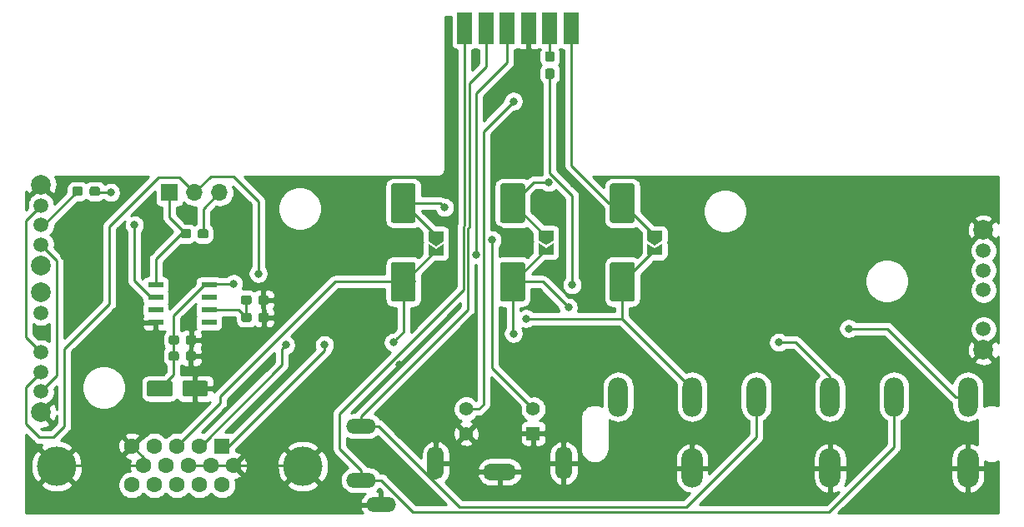
<source format=gtl>
G04 #@! TF.GenerationSoftware,KiCad,Pcbnew,(5.1.0)-1*
G04 #@! TF.CreationDate,2019-06-07T12:29:43-04:00*
G04 #@! TF.ProjectId,PSX Breakout,50535820-4272-4656-916b-6f75742e6b69,rev?*
G04 #@! TF.SameCoordinates,Original*
G04 #@! TF.FileFunction,Copper,L1,Top*
G04 #@! TF.FilePolarity,Positive*
%FSLAX46Y46*%
G04 Gerber Fmt 4.6, Leading zero omitted, Abs format (unit mm)*
G04 Created by KiCad (PCBNEW (5.1.0)-1) date 2019-06-07 12:29:43*
%MOMM*%
%LPD*%
G04 APERTURE LIST*
%ADD10R,1.600000X1.600000*%
%ADD11C,1.600000*%
%ADD12C,4.000000*%
%ADD13O,3.016000X1.508000*%
%ADD14O,2.200000X4.000000*%
%ADD15O,2.000000X4.000000*%
%ADD16C,1.500000*%
%ADD17C,2.000000*%
%ADD18R,1.500000X3.200000*%
%ADD19O,1.700000X3.400000*%
%ADD20O,3.400000X1.700000*%
%ADD21C,1.408000*%
%ADD22R,1.408000X1.408000*%
%ADD23C,0.100000*%
%ADD24C,0.950000*%
%ADD25C,2.500000*%
%ADD26R,1.700000X1.700000*%
%ADD27O,1.700000X1.700000*%
%ADD28C,0.300000*%
%ADD29R,1.550000X0.600000*%
%ADD30C,0.800000*%
%ADD31C,0.250000*%
%ADD32C,0.254000*%
G04 APERTURE END LIST*
D10*
X110510500Y-104267000D03*
D11*
X108220500Y-104267000D03*
X105930500Y-104267000D03*
X103640500Y-104267000D03*
X101350500Y-104267000D03*
X111655500Y-106247000D03*
X109365500Y-106247000D03*
X107075500Y-106247000D03*
X104785500Y-106247000D03*
X102495500Y-106247000D03*
X110510500Y-108227000D03*
X108220500Y-108227000D03*
X105930500Y-108227000D03*
X103640500Y-108227000D03*
X101350500Y-108227000D03*
D12*
X93695500Y-106317000D03*
X118695500Y-106317000D03*
D13*
X124619000Y-102236000D03*
X124619000Y-107736000D03*
X126619000Y-110236000D03*
D14*
X186223500Y-106510000D03*
X172223500Y-106510000D03*
X158223500Y-106510000D03*
D15*
X186223500Y-99260000D03*
X178723500Y-99260000D03*
X150723500Y-99260000D03*
X158223500Y-99260000D03*
X164723500Y-99260000D03*
X172223500Y-99260000D03*
D16*
X92113000Y-94742000D03*
X92113000Y-96742000D03*
X92113000Y-90742000D03*
X92113000Y-98742000D03*
D17*
X92113000Y-100842000D03*
X92113000Y-88642000D03*
D18*
X145950000Y-61750000D03*
X135131818Y-61750000D03*
X137295454Y-61750000D03*
X139459090Y-61750000D03*
X141622726Y-61750000D03*
X143786362Y-61750000D03*
D19*
X145184000Y-106002000D03*
D20*
X138684000Y-106902000D03*
D19*
X132184000Y-106002000D03*
D21*
X142084000Y-100502000D03*
D22*
X142084000Y-103002000D03*
D21*
X135284000Y-103002000D03*
X135284000Y-100502000D03*
D17*
X187795000Y-94492000D03*
X187795000Y-82292000D03*
D16*
X187795000Y-84392000D03*
X187795000Y-92392000D03*
X187795000Y-86392000D03*
X187795000Y-88392000D03*
D23*
G36*
X96134779Y-77885144D02*
G01*
X96157834Y-77888563D01*
X96180443Y-77894227D01*
X96202387Y-77902079D01*
X96223457Y-77912044D01*
X96243448Y-77924026D01*
X96262168Y-77937910D01*
X96279438Y-77953562D01*
X96295090Y-77970832D01*
X96308974Y-77989552D01*
X96320956Y-78009543D01*
X96330921Y-78030613D01*
X96338773Y-78052557D01*
X96344437Y-78075166D01*
X96347856Y-78098221D01*
X96349000Y-78121500D01*
X96349000Y-78596500D01*
X96347856Y-78619779D01*
X96344437Y-78642834D01*
X96338773Y-78665443D01*
X96330921Y-78687387D01*
X96320956Y-78708457D01*
X96308974Y-78728448D01*
X96295090Y-78747168D01*
X96279438Y-78764438D01*
X96262168Y-78780090D01*
X96243448Y-78793974D01*
X96223457Y-78805956D01*
X96202387Y-78815921D01*
X96180443Y-78823773D01*
X96157834Y-78829437D01*
X96134779Y-78832856D01*
X96111500Y-78834000D01*
X95536500Y-78834000D01*
X95513221Y-78832856D01*
X95490166Y-78829437D01*
X95467557Y-78823773D01*
X95445613Y-78815921D01*
X95424543Y-78805956D01*
X95404552Y-78793974D01*
X95385832Y-78780090D01*
X95368562Y-78764438D01*
X95352910Y-78747168D01*
X95339026Y-78728448D01*
X95327044Y-78708457D01*
X95317079Y-78687387D01*
X95309227Y-78665443D01*
X95303563Y-78642834D01*
X95300144Y-78619779D01*
X95299000Y-78596500D01*
X95299000Y-78121500D01*
X95300144Y-78098221D01*
X95303563Y-78075166D01*
X95309227Y-78052557D01*
X95317079Y-78030613D01*
X95327044Y-78009543D01*
X95339026Y-77989552D01*
X95352910Y-77970832D01*
X95368562Y-77953562D01*
X95385832Y-77937910D01*
X95404552Y-77924026D01*
X95424543Y-77912044D01*
X95445613Y-77902079D01*
X95467557Y-77894227D01*
X95490166Y-77888563D01*
X95513221Y-77885144D01*
X95536500Y-77884000D01*
X96111500Y-77884000D01*
X96134779Y-77885144D01*
X96134779Y-77885144D01*
G37*
D24*
X95824000Y-78359000D03*
D23*
G36*
X97884779Y-77885144D02*
G01*
X97907834Y-77888563D01*
X97930443Y-77894227D01*
X97952387Y-77902079D01*
X97973457Y-77912044D01*
X97993448Y-77924026D01*
X98012168Y-77937910D01*
X98029438Y-77953562D01*
X98045090Y-77970832D01*
X98058974Y-77989552D01*
X98070956Y-78009543D01*
X98080921Y-78030613D01*
X98088773Y-78052557D01*
X98094437Y-78075166D01*
X98097856Y-78098221D01*
X98099000Y-78121500D01*
X98099000Y-78596500D01*
X98097856Y-78619779D01*
X98094437Y-78642834D01*
X98088773Y-78665443D01*
X98080921Y-78687387D01*
X98070956Y-78708457D01*
X98058974Y-78728448D01*
X98045090Y-78747168D01*
X98029438Y-78764438D01*
X98012168Y-78780090D01*
X97993448Y-78793974D01*
X97973457Y-78805956D01*
X97952387Y-78815921D01*
X97930443Y-78823773D01*
X97907834Y-78829437D01*
X97884779Y-78832856D01*
X97861500Y-78834000D01*
X97286500Y-78834000D01*
X97263221Y-78832856D01*
X97240166Y-78829437D01*
X97217557Y-78823773D01*
X97195613Y-78815921D01*
X97174543Y-78805956D01*
X97154552Y-78793974D01*
X97135832Y-78780090D01*
X97118562Y-78764438D01*
X97102910Y-78747168D01*
X97089026Y-78728448D01*
X97077044Y-78708457D01*
X97067079Y-78687387D01*
X97059227Y-78665443D01*
X97053563Y-78642834D01*
X97050144Y-78619779D01*
X97049000Y-78596500D01*
X97049000Y-78121500D01*
X97050144Y-78098221D01*
X97053563Y-78075166D01*
X97059227Y-78052557D01*
X97067079Y-78030613D01*
X97077044Y-78009543D01*
X97089026Y-77989552D01*
X97102910Y-77970832D01*
X97118562Y-77953562D01*
X97135832Y-77937910D01*
X97154552Y-77924026D01*
X97174543Y-77912044D01*
X97195613Y-77902079D01*
X97217557Y-77894227D01*
X97240166Y-77888563D01*
X97263221Y-77885144D01*
X97286500Y-77884000D01*
X97861500Y-77884000D01*
X97884779Y-77885144D01*
X97884779Y-77885144D01*
G37*
D24*
X97574000Y-78359000D03*
D23*
G36*
X141024504Y-77567204D02*
G01*
X141048773Y-77570804D01*
X141072571Y-77576765D01*
X141095671Y-77585030D01*
X141117849Y-77595520D01*
X141138893Y-77608133D01*
X141158598Y-77622747D01*
X141176777Y-77639223D01*
X141193253Y-77657402D01*
X141207867Y-77677107D01*
X141220480Y-77698151D01*
X141230970Y-77720329D01*
X141239235Y-77743429D01*
X141245196Y-77767227D01*
X141248796Y-77791496D01*
X141250000Y-77816000D01*
X141250000Y-81316000D01*
X141248796Y-81340504D01*
X141245196Y-81364773D01*
X141239235Y-81388571D01*
X141230970Y-81411671D01*
X141220480Y-81433849D01*
X141207867Y-81454893D01*
X141193253Y-81474598D01*
X141176777Y-81492777D01*
X141158598Y-81509253D01*
X141138893Y-81523867D01*
X141117849Y-81536480D01*
X141095671Y-81546970D01*
X141072571Y-81555235D01*
X141048773Y-81561196D01*
X141024504Y-81564796D01*
X141000000Y-81566000D01*
X139000000Y-81566000D01*
X138975496Y-81564796D01*
X138951227Y-81561196D01*
X138927429Y-81555235D01*
X138904329Y-81546970D01*
X138882151Y-81536480D01*
X138861107Y-81523867D01*
X138841402Y-81509253D01*
X138823223Y-81492777D01*
X138806747Y-81474598D01*
X138792133Y-81454893D01*
X138779520Y-81433849D01*
X138769030Y-81411671D01*
X138760765Y-81388571D01*
X138754804Y-81364773D01*
X138751204Y-81340504D01*
X138750000Y-81316000D01*
X138750000Y-77816000D01*
X138751204Y-77791496D01*
X138754804Y-77767227D01*
X138760765Y-77743429D01*
X138769030Y-77720329D01*
X138779520Y-77698151D01*
X138792133Y-77677107D01*
X138806747Y-77657402D01*
X138823223Y-77639223D01*
X138841402Y-77622747D01*
X138861107Y-77608133D01*
X138882151Y-77595520D01*
X138904329Y-77585030D01*
X138927429Y-77576765D01*
X138951227Y-77570804D01*
X138975496Y-77567204D01*
X139000000Y-77566000D01*
X141000000Y-77566000D01*
X141024504Y-77567204D01*
X141024504Y-77567204D01*
G37*
D25*
X140000000Y-79566000D03*
D23*
G36*
X141024504Y-85567204D02*
G01*
X141048773Y-85570804D01*
X141072571Y-85576765D01*
X141095671Y-85585030D01*
X141117849Y-85595520D01*
X141138893Y-85608133D01*
X141158598Y-85622747D01*
X141176777Y-85639223D01*
X141193253Y-85657402D01*
X141207867Y-85677107D01*
X141220480Y-85698151D01*
X141230970Y-85720329D01*
X141239235Y-85743429D01*
X141245196Y-85767227D01*
X141248796Y-85791496D01*
X141250000Y-85816000D01*
X141250000Y-89316000D01*
X141248796Y-89340504D01*
X141245196Y-89364773D01*
X141239235Y-89388571D01*
X141230970Y-89411671D01*
X141220480Y-89433849D01*
X141207867Y-89454893D01*
X141193253Y-89474598D01*
X141176777Y-89492777D01*
X141158598Y-89509253D01*
X141138893Y-89523867D01*
X141117849Y-89536480D01*
X141095671Y-89546970D01*
X141072571Y-89555235D01*
X141048773Y-89561196D01*
X141024504Y-89564796D01*
X141000000Y-89566000D01*
X139000000Y-89566000D01*
X138975496Y-89564796D01*
X138951227Y-89561196D01*
X138927429Y-89555235D01*
X138904329Y-89546970D01*
X138882151Y-89536480D01*
X138861107Y-89523867D01*
X138841402Y-89509253D01*
X138823223Y-89492777D01*
X138806747Y-89474598D01*
X138792133Y-89454893D01*
X138779520Y-89433849D01*
X138769030Y-89411671D01*
X138760765Y-89388571D01*
X138754804Y-89364773D01*
X138751204Y-89340504D01*
X138750000Y-89316000D01*
X138750000Y-85816000D01*
X138751204Y-85791496D01*
X138754804Y-85767227D01*
X138760765Y-85743429D01*
X138769030Y-85720329D01*
X138779520Y-85698151D01*
X138792133Y-85677107D01*
X138806747Y-85657402D01*
X138823223Y-85639223D01*
X138841402Y-85622747D01*
X138861107Y-85608133D01*
X138882151Y-85595520D01*
X138904329Y-85585030D01*
X138927429Y-85576765D01*
X138951227Y-85570804D01*
X138975496Y-85567204D01*
X139000000Y-85566000D01*
X141000000Y-85566000D01*
X141024504Y-85567204D01*
X141024504Y-85567204D01*
G37*
D25*
X140000000Y-87566000D03*
D23*
G36*
X152154504Y-85567204D02*
G01*
X152178773Y-85570804D01*
X152202571Y-85576765D01*
X152225671Y-85585030D01*
X152247849Y-85595520D01*
X152268893Y-85608133D01*
X152288598Y-85622747D01*
X152306777Y-85639223D01*
X152323253Y-85657402D01*
X152337867Y-85677107D01*
X152350480Y-85698151D01*
X152360970Y-85720329D01*
X152369235Y-85743429D01*
X152375196Y-85767227D01*
X152378796Y-85791496D01*
X152380000Y-85816000D01*
X152380000Y-89316000D01*
X152378796Y-89340504D01*
X152375196Y-89364773D01*
X152369235Y-89388571D01*
X152360970Y-89411671D01*
X152350480Y-89433849D01*
X152337867Y-89454893D01*
X152323253Y-89474598D01*
X152306777Y-89492777D01*
X152288598Y-89509253D01*
X152268893Y-89523867D01*
X152247849Y-89536480D01*
X152225671Y-89546970D01*
X152202571Y-89555235D01*
X152178773Y-89561196D01*
X152154504Y-89564796D01*
X152130000Y-89566000D01*
X150130000Y-89566000D01*
X150105496Y-89564796D01*
X150081227Y-89561196D01*
X150057429Y-89555235D01*
X150034329Y-89546970D01*
X150012151Y-89536480D01*
X149991107Y-89523867D01*
X149971402Y-89509253D01*
X149953223Y-89492777D01*
X149936747Y-89474598D01*
X149922133Y-89454893D01*
X149909520Y-89433849D01*
X149899030Y-89411671D01*
X149890765Y-89388571D01*
X149884804Y-89364773D01*
X149881204Y-89340504D01*
X149880000Y-89316000D01*
X149880000Y-85816000D01*
X149881204Y-85791496D01*
X149884804Y-85767227D01*
X149890765Y-85743429D01*
X149899030Y-85720329D01*
X149909520Y-85698151D01*
X149922133Y-85677107D01*
X149936747Y-85657402D01*
X149953223Y-85639223D01*
X149971402Y-85622747D01*
X149991107Y-85608133D01*
X150012151Y-85595520D01*
X150034329Y-85585030D01*
X150057429Y-85576765D01*
X150081227Y-85570804D01*
X150105496Y-85567204D01*
X150130000Y-85566000D01*
X152130000Y-85566000D01*
X152154504Y-85567204D01*
X152154504Y-85567204D01*
G37*
D25*
X151130000Y-87566000D03*
D23*
G36*
X152154504Y-77567204D02*
G01*
X152178773Y-77570804D01*
X152202571Y-77576765D01*
X152225671Y-77585030D01*
X152247849Y-77595520D01*
X152268893Y-77608133D01*
X152288598Y-77622747D01*
X152306777Y-77639223D01*
X152323253Y-77657402D01*
X152337867Y-77677107D01*
X152350480Y-77698151D01*
X152360970Y-77720329D01*
X152369235Y-77743429D01*
X152375196Y-77767227D01*
X152378796Y-77791496D01*
X152380000Y-77816000D01*
X152380000Y-81316000D01*
X152378796Y-81340504D01*
X152375196Y-81364773D01*
X152369235Y-81388571D01*
X152360970Y-81411671D01*
X152350480Y-81433849D01*
X152337867Y-81454893D01*
X152323253Y-81474598D01*
X152306777Y-81492777D01*
X152288598Y-81509253D01*
X152268893Y-81523867D01*
X152247849Y-81536480D01*
X152225671Y-81546970D01*
X152202571Y-81555235D01*
X152178773Y-81561196D01*
X152154504Y-81564796D01*
X152130000Y-81566000D01*
X150130000Y-81566000D01*
X150105496Y-81564796D01*
X150081227Y-81561196D01*
X150057429Y-81555235D01*
X150034329Y-81546970D01*
X150012151Y-81536480D01*
X149991107Y-81523867D01*
X149971402Y-81509253D01*
X149953223Y-81492777D01*
X149936747Y-81474598D01*
X149922133Y-81454893D01*
X149909520Y-81433849D01*
X149899030Y-81411671D01*
X149890765Y-81388571D01*
X149884804Y-81364773D01*
X149881204Y-81340504D01*
X149880000Y-81316000D01*
X149880000Y-77816000D01*
X149881204Y-77791496D01*
X149884804Y-77767227D01*
X149890765Y-77743429D01*
X149899030Y-77720329D01*
X149909520Y-77698151D01*
X149922133Y-77677107D01*
X149936747Y-77657402D01*
X149953223Y-77639223D01*
X149971402Y-77622747D01*
X149991107Y-77608133D01*
X150012151Y-77595520D01*
X150034329Y-77585030D01*
X150057429Y-77576765D01*
X150081227Y-77570804D01*
X150105496Y-77567204D01*
X150130000Y-77566000D01*
X152130000Y-77566000D01*
X152154504Y-77567204D01*
X152154504Y-77567204D01*
G37*
D25*
X151130000Y-79566000D03*
D23*
G36*
X129929504Y-77567204D02*
G01*
X129953773Y-77570804D01*
X129977571Y-77576765D01*
X130000671Y-77585030D01*
X130022849Y-77595520D01*
X130043893Y-77608133D01*
X130063598Y-77622747D01*
X130081777Y-77639223D01*
X130098253Y-77657402D01*
X130112867Y-77677107D01*
X130125480Y-77698151D01*
X130135970Y-77720329D01*
X130144235Y-77743429D01*
X130150196Y-77767227D01*
X130153796Y-77791496D01*
X130155000Y-77816000D01*
X130155000Y-81316000D01*
X130153796Y-81340504D01*
X130150196Y-81364773D01*
X130144235Y-81388571D01*
X130135970Y-81411671D01*
X130125480Y-81433849D01*
X130112867Y-81454893D01*
X130098253Y-81474598D01*
X130081777Y-81492777D01*
X130063598Y-81509253D01*
X130043893Y-81523867D01*
X130022849Y-81536480D01*
X130000671Y-81546970D01*
X129977571Y-81555235D01*
X129953773Y-81561196D01*
X129929504Y-81564796D01*
X129905000Y-81566000D01*
X127905000Y-81566000D01*
X127880496Y-81564796D01*
X127856227Y-81561196D01*
X127832429Y-81555235D01*
X127809329Y-81546970D01*
X127787151Y-81536480D01*
X127766107Y-81523867D01*
X127746402Y-81509253D01*
X127728223Y-81492777D01*
X127711747Y-81474598D01*
X127697133Y-81454893D01*
X127684520Y-81433849D01*
X127674030Y-81411671D01*
X127665765Y-81388571D01*
X127659804Y-81364773D01*
X127656204Y-81340504D01*
X127655000Y-81316000D01*
X127655000Y-77816000D01*
X127656204Y-77791496D01*
X127659804Y-77767227D01*
X127665765Y-77743429D01*
X127674030Y-77720329D01*
X127684520Y-77698151D01*
X127697133Y-77677107D01*
X127711747Y-77657402D01*
X127728223Y-77639223D01*
X127746402Y-77622747D01*
X127766107Y-77608133D01*
X127787151Y-77595520D01*
X127809329Y-77585030D01*
X127832429Y-77576765D01*
X127856227Y-77570804D01*
X127880496Y-77567204D01*
X127905000Y-77566000D01*
X129905000Y-77566000D01*
X129929504Y-77567204D01*
X129929504Y-77567204D01*
G37*
D25*
X128905000Y-79566000D03*
D23*
G36*
X129929504Y-85567204D02*
G01*
X129953773Y-85570804D01*
X129977571Y-85576765D01*
X130000671Y-85585030D01*
X130022849Y-85595520D01*
X130043893Y-85608133D01*
X130063598Y-85622747D01*
X130081777Y-85639223D01*
X130098253Y-85657402D01*
X130112867Y-85677107D01*
X130125480Y-85698151D01*
X130135970Y-85720329D01*
X130144235Y-85743429D01*
X130150196Y-85767227D01*
X130153796Y-85791496D01*
X130155000Y-85816000D01*
X130155000Y-89316000D01*
X130153796Y-89340504D01*
X130150196Y-89364773D01*
X130144235Y-89388571D01*
X130135970Y-89411671D01*
X130125480Y-89433849D01*
X130112867Y-89454893D01*
X130098253Y-89474598D01*
X130081777Y-89492777D01*
X130063598Y-89509253D01*
X130043893Y-89523867D01*
X130022849Y-89536480D01*
X130000671Y-89546970D01*
X129977571Y-89555235D01*
X129953773Y-89561196D01*
X129929504Y-89564796D01*
X129905000Y-89566000D01*
X127905000Y-89566000D01*
X127880496Y-89564796D01*
X127856227Y-89561196D01*
X127832429Y-89555235D01*
X127809329Y-89546970D01*
X127787151Y-89536480D01*
X127766107Y-89523867D01*
X127746402Y-89509253D01*
X127728223Y-89492777D01*
X127711747Y-89474598D01*
X127697133Y-89454893D01*
X127684520Y-89433849D01*
X127674030Y-89411671D01*
X127665765Y-89388571D01*
X127659804Y-89364773D01*
X127656204Y-89340504D01*
X127655000Y-89316000D01*
X127655000Y-85816000D01*
X127656204Y-85791496D01*
X127659804Y-85767227D01*
X127665765Y-85743429D01*
X127674030Y-85720329D01*
X127684520Y-85698151D01*
X127697133Y-85677107D01*
X127711747Y-85657402D01*
X127728223Y-85639223D01*
X127746402Y-85622747D01*
X127766107Y-85608133D01*
X127787151Y-85595520D01*
X127809329Y-85585030D01*
X127832429Y-85576765D01*
X127856227Y-85570804D01*
X127880496Y-85567204D01*
X127905000Y-85566000D01*
X129905000Y-85566000D01*
X129929504Y-85567204D01*
X129929504Y-85567204D01*
G37*
D25*
X128905000Y-87566000D03*
D23*
G36*
X105230504Y-97626204D02*
G01*
X105254773Y-97629804D01*
X105278571Y-97635765D01*
X105301671Y-97644030D01*
X105323849Y-97654520D01*
X105344893Y-97667133D01*
X105364598Y-97681747D01*
X105382777Y-97698223D01*
X105399253Y-97716402D01*
X105413867Y-97736107D01*
X105426480Y-97757151D01*
X105436970Y-97779329D01*
X105445235Y-97802429D01*
X105451196Y-97826227D01*
X105454796Y-97850496D01*
X105456000Y-97875000D01*
X105456000Y-98975000D01*
X105454796Y-98999504D01*
X105451196Y-99023773D01*
X105445235Y-99047571D01*
X105436970Y-99070671D01*
X105426480Y-99092849D01*
X105413867Y-99113893D01*
X105399253Y-99133598D01*
X105382777Y-99151777D01*
X105364598Y-99168253D01*
X105344893Y-99182867D01*
X105323849Y-99195480D01*
X105301671Y-99205970D01*
X105278571Y-99214235D01*
X105254773Y-99220196D01*
X105230504Y-99223796D01*
X105206000Y-99225000D01*
X103106000Y-99225000D01*
X103081496Y-99223796D01*
X103057227Y-99220196D01*
X103033429Y-99214235D01*
X103010329Y-99205970D01*
X102988151Y-99195480D01*
X102967107Y-99182867D01*
X102947402Y-99168253D01*
X102929223Y-99151777D01*
X102912747Y-99133598D01*
X102898133Y-99113893D01*
X102885520Y-99092849D01*
X102875030Y-99070671D01*
X102866765Y-99047571D01*
X102860804Y-99023773D01*
X102857204Y-98999504D01*
X102856000Y-98975000D01*
X102856000Y-97875000D01*
X102857204Y-97850496D01*
X102860804Y-97826227D01*
X102866765Y-97802429D01*
X102875030Y-97779329D01*
X102885520Y-97757151D01*
X102898133Y-97736107D01*
X102912747Y-97716402D01*
X102929223Y-97698223D01*
X102947402Y-97681747D01*
X102967107Y-97667133D01*
X102988151Y-97654520D01*
X103010329Y-97644030D01*
X103033429Y-97635765D01*
X103057227Y-97629804D01*
X103081496Y-97626204D01*
X103106000Y-97625000D01*
X105206000Y-97625000D01*
X105230504Y-97626204D01*
X105230504Y-97626204D01*
G37*
D11*
X104156000Y-98425000D03*
D23*
G36*
X108830504Y-97626204D02*
G01*
X108854773Y-97629804D01*
X108878571Y-97635765D01*
X108901671Y-97644030D01*
X108923849Y-97654520D01*
X108944893Y-97667133D01*
X108964598Y-97681747D01*
X108982777Y-97698223D01*
X108999253Y-97716402D01*
X109013867Y-97736107D01*
X109026480Y-97757151D01*
X109036970Y-97779329D01*
X109045235Y-97802429D01*
X109051196Y-97826227D01*
X109054796Y-97850496D01*
X109056000Y-97875000D01*
X109056000Y-98975000D01*
X109054796Y-98999504D01*
X109051196Y-99023773D01*
X109045235Y-99047571D01*
X109036970Y-99070671D01*
X109026480Y-99092849D01*
X109013867Y-99113893D01*
X108999253Y-99133598D01*
X108982777Y-99151777D01*
X108964598Y-99168253D01*
X108944893Y-99182867D01*
X108923849Y-99195480D01*
X108901671Y-99205970D01*
X108878571Y-99214235D01*
X108854773Y-99220196D01*
X108830504Y-99223796D01*
X108806000Y-99225000D01*
X106706000Y-99225000D01*
X106681496Y-99223796D01*
X106657227Y-99220196D01*
X106633429Y-99214235D01*
X106610329Y-99205970D01*
X106588151Y-99195480D01*
X106567107Y-99182867D01*
X106547402Y-99168253D01*
X106529223Y-99151777D01*
X106512747Y-99133598D01*
X106498133Y-99113893D01*
X106485520Y-99092849D01*
X106475030Y-99070671D01*
X106466765Y-99047571D01*
X106460804Y-99023773D01*
X106457204Y-98999504D01*
X106456000Y-98975000D01*
X106456000Y-97875000D01*
X106457204Y-97850496D01*
X106460804Y-97826227D01*
X106466765Y-97802429D01*
X106475030Y-97779329D01*
X106485520Y-97757151D01*
X106498133Y-97736107D01*
X106512747Y-97716402D01*
X106529223Y-97698223D01*
X106547402Y-97681747D01*
X106567107Y-97667133D01*
X106588151Y-97654520D01*
X106610329Y-97644030D01*
X106633429Y-97635765D01*
X106657227Y-97629804D01*
X106681496Y-97626204D01*
X106706000Y-97625000D01*
X108806000Y-97625000D01*
X108830504Y-97626204D01*
X108830504Y-97626204D01*
G37*
D11*
X107756000Y-98425000D03*
D23*
G36*
X105913779Y-92998144D02*
G01*
X105936834Y-93001563D01*
X105959443Y-93007227D01*
X105981387Y-93015079D01*
X106002457Y-93025044D01*
X106022448Y-93037026D01*
X106041168Y-93050910D01*
X106058438Y-93066562D01*
X106074090Y-93083832D01*
X106087974Y-93102552D01*
X106099956Y-93122543D01*
X106109921Y-93143613D01*
X106117773Y-93165557D01*
X106123437Y-93188166D01*
X106126856Y-93211221D01*
X106128000Y-93234500D01*
X106128000Y-93709500D01*
X106126856Y-93732779D01*
X106123437Y-93755834D01*
X106117773Y-93778443D01*
X106109921Y-93800387D01*
X106099956Y-93821457D01*
X106087974Y-93841448D01*
X106074090Y-93860168D01*
X106058438Y-93877438D01*
X106041168Y-93893090D01*
X106022448Y-93906974D01*
X106002457Y-93918956D01*
X105981387Y-93928921D01*
X105959443Y-93936773D01*
X105936834Y-93942437D01*
X105913779Y-93945856D01*
X105890500Y-93947000D01*
X105315500Y-93947000D01*
X105292221Y-93945856D01*
X105269166Y-93942437D01*
X105246557Y-93936773D01*
X105224613Y-93928921D01*
X105203543Y-93918956D01*
X105183552Y-93906974D01*
X105164832Y-93893090D01*
X105147562Y-93877438D01*
X105131910Y-93860168D01*
X105118026Y-93841448D01*
X105106044Y-93821457D01*
X105096079Y-93800387D01*
X105088227Y-93778443D01*
X105082563Y-93755834D01*
X105079144Y-93732779D01*
X105078000Y-93709500D01*
X105078000Y-93234500D01*
X105079144Y-93211221D01*
X105082563Y-93188166D01*
X105088227Y-93165557D01*
X105096079Y-93143613D01*
X105106044Y-93122543D01*
X105118026Y-93102552D01*
X105131910Y-93083832D01*
X105147562Y-93066562D01*
X105164832Y-93050910D01*
X105183552Y-93037026D01*
X105203543Y-93025044D01*
X105224613Y-93015079D01*
X105246557Y-93007227D01*
X105269166Y-93001563D01*
X105292221Y-92998144D01*
X105315500Y-92997000D01*
X105890500Y-92997000D01*
X105913779Y-92998144D01*
X105913779Y-92998144D01*
G37*
D24*
X105603000Y-93472000D03*
D23*
G36*
X107663779Y-92998144D02*
G01*
X107686834Y-93001563D01*
X107709443Y-93007227D01*
X107731387Y-93015079D01*
X107752457Y-93025044D01*
X107772448Y-93037026D01*
X107791168Y-93050910D01*
X107808438Y-93066562D01*
X107824090Y-93083832D01*
X107837974Y-93102552D01*
X107849956Y-93122543D01*
X107859921Y-93143613D01*
X107867773Y-93165557D01*
X107873437Y-93188166D01*
X107876856Y-93211221D01*
X107878000Y-93234500D01*
X107878000Y-93709500D01*
X107876856Y-93732779D01*
X107873437Y-93755834D01*
X107867773Y-93778443D01*
X107859921Y-93800387D01*
X107849956Y-93821457D01*
X107837974Y-93841448D01*
X107824090Y-93860168D01*
X107808438Y-93877438D01*
X107791168Y-93893090D01*
X107772448Y-93906974D01*
X107752457Y-93918956D01*
X107731387Y-93928921D01*
X107709443Y-93936773D01*
X107686834Y-93942437D01*
X107663779Y-93945856D01*
X107640500Y-93947000D01*
X107065500Y-93947000D01*
X107042221Y-93945856D01*
X107019166Y-93942437D01*
X106996557Y-93936773D01*
X106974613Y-93928921D01*
X106953543Y-93918956D01*
X106933552Y-93906974D01*
X106914832Y-93893090D01*
X106897562Y-93877438D01*
X106881910Y-93860168D01*
X106868026Y-93841448D01*
X106856044Y-93821457D01*
X106846079Y-93800387D01*
X106838227Y-93778443D01*
X106832563Y-93755834D01*
X106829144Y-93732779D01*
X106828000Y-93709500D01*
X106828000Y-93234500D01*
X106829144Y-93211221D01*
X106832563Y-93188166D01*
X106838227Y-93165557D01*
X106846079Y-93143613D01*
X106856044Y-93122543D01*
X106868026Y-93102552D01*
X106881910Y-93083832D01*
X106897562Y-93066562D01*
X106914832Y-93050910D01*
X106933552Y-93037026D01*
X106953543Y-93025044D01*
X106974613Y-93015079D01*
X106996557Y-93007227D01*
X107019166Y-93001563D01*
X107042221Y-92998144D01*
X107065500Y-92997000D01*
X107640500Y-92997000D01*
X107663779Y-92998144D01*
X107663779Y-92998144D01*
G37*
D24*
X107353000Y-93472000D03*
D23*
G36*
X107649779Y-94649144D02*
G01*
X107672834Y-94652563D01*
X107695443Y-94658227D01*
X107717387Y-94666079D01*
X107738457Y-94676044D01*
X107758448Y-94688026D01*
X107777168Y-94701910D01*
X107794438Y-94717562D01*
X107810090Y-94734832D01*
X107823974Y-94753552D01*
X107835956Y-94773543D01*
X107845921Y-94794613D01*
X107853773Y-94816557D01*
X107859437Y-94839166D01*
X107862856Y-94862221D01*
X107864000Y-94885500D01*
X107864000Y-95360500D01*
X107862856Y-95383779D01*
X107859437Y-95406834D01*
X107853773Y-95429443D01*
X107845921Y-95451387D01*
X107835956Y-95472457D01*
X107823974Y-95492448D01*
X107810090Y-95511168D01*
X107794438Y-95528438D01*
X107777168Y-95544090D01*
X107758448Y-95557974D01*
X107738457Y-95569956D01*
X107717387Y-95579921D01*
X107695443Y-95587773D01*
X107672834Y-95593437D01*
X107649779Y-95596856D01*
X107626500Y-95598000D01*
X107051500Y-95598000D01*
X107028221Y-95596856D01*
X107005166Y-95593437D01*
X106982557Y-95587773D01*
X106960613Y-95579921D01*
X106939543Y-95569956D01*
X106919552Y-95557974D01*
X106900832Y-95544090D01*
X106883562Y-95528438D01*
X106867910Y-95511168D01*
X106854026Y-95492448D01*
X106842044Y-95472457D01*
X106832079Y-95451387D01*
X106824227Y-95429443D01*
X106818563Y-95406834D01*
X106815144Y-95383779D01*
X106814000Y-95360500D01*
X106814000Y-94885500D01*
X106815144Y-94862221D01*
X106818563Y-94839166D01*
X106824227Y-94816557D01*
X106832079Y-94794613D01*
X106842044Y-94773543D01*
X106854026Y-94753552D01*
X106867910Y-94734832D01*
X106883562Y-94717562D01*
X106900832Y-94701910D01*
X106919552Y-94688026D01*
X106939543Y-94676044D01*
X106960613Y-94666079D01*
X106982557Y-94658227D01*
X107005166Y-94652563D01*
X107028221Y-94649144D01*
X107051500Y-94648000D01*
X107626500Y-94648000D01*
X107649779Y-94649144D01*
X107649779Y-94649144D01*
G37*
D24*
X107339000Y-95123000D03*
D23*
G36*
X105899779Y-94649144D02*
G01*
X105922834Y-94652563D01*
X105945443Y-94658227D01*
X105967387Y-94666079D01*
X105988457Y-94676044D01*
X106008448Y-94688026D01*
X106027168Y-94701910D01*
X106044438Y-94717562D01*
X106060090Y-94734832D01*
X106073974Y-94753552D01*
X106085956Y-94773543D01*
X106095921Y-94794613D01*
X106103773Y-94816557D01*
X106109437Y-94839166D01*
X106112856Y-94862221D01*
X106114000Y-94885500D01*
X106114000Y-95360500D01*
X106112856Y-95383779D01*
X106109437Y-95406834D01*
X106103773Y-95429443D01*
X106095921Y-95451387D01*
X106085956Y-95472457D01*
X106073974Y-95492448D01*
X106060090Y-95511168D01*
X106044438Y-95528438D01*
X106027168Y-95544090D01*
X106008448Y-95557974D01*
X105988457Y-95569956D01*
X105967387Y-95579921D01*
X105945443Y-95587773D01*
X105922834Y-95593437D01*
X105899779Y-95596856D01*
X105876500Y-95598000D01*
X105301500Y-95598000D01*
X105278221Y-95596856D01*
X105255166Y-95593437D01*
X105232557Y-95587773D01*
X105210613Y-95579921D01*
X105189543Y-95569956D01*
X105169552Y-95557974D01*
X105150832Y-95544090D01*
X105133562Y-95528438D01*
X105117910Y-95511168D01*
X105104026Y-95492448D01*
X105092044Y-95472457D01*
X105082079Y-95451387D01*
X105074227Y-95429443D01*
X105068563Y-95406834D01*
X105065144Y-95383779D01*
X105064000Y-95360500D01*
X105064000Y-94885500D01*
X105065144Y-94862221D01*
X105068563Y-94839166D01*
X105074227Y-94816557D01*
X105082079Y-94794613D01*
X105092044Y-94773543D01*
X105104026Y-94753552D01*
X105117910Y-94734832D01*
X105133562Y-94717562D01*
X105150832Y-94701910D01*
X105169552Y-94688026D01*
X105189543Y-94676044D01*
X105210613Y-94666079D01*
X105232557Y-94658227D01*
X105255166Y-94652563D01*
X105278221Y-94649144D01*
X105301500Y-94648000D01*
X105876500Y-94648000D01*
X105899779Y-94649144D01*
X105899779Y-94649144D01*
G37*
D24*
X105589000Y-95123000D03*
D23*
G36*
X113279779Y-90712144D02*
G01*
X113302834Y-90715563D01*
X113325443Y-90721227D01*
X113347387Y-90729079D01*
X113368457Y-90739044D01*
X113388448Y-90751026D01*
X113407168Y-90764910D01*
X113424438Y-90780562D01*
X113440090Y-90797832D01*
X113453974Y-90816552D01*
X113465956Y-90836543D01*
X113475921Y-90857613D01*
X113483773Y-90879557D01*
X113489437Y-90902166D01*
X113492856Y-90925221D01*
X113494000Y-90948500D01*
X113494000Y-91423500D01*
X113492856Y-91446779D01*
X113489437Y-91469834D01*
X113483773Y-91492443D01*
X113475921Y-91514387D01*
X113465956Y-91535457D01*
X113453974Y-91555448D01*
X113440090Y-91574168D01*
X113424438Y-91591438D01*
X113407168Y-91607090D01*
X113388448Y-91620974D01*
X113368457Y-91632956D01*
X113347387Y-91642921D01*
X113325443Y-91650773D01*
X113302834Y-91656437D01*
X113279779Y-91659856D01*
X113256500Y-91661000D01*
X112681500Y-91661000D01*
X112658221Y-91659856D01*
X112635166Y-91656437D01*
X112612557Y-91650773D01*
X112590613Y-91642921D01*
X112569543Y-91632956D01*
X112549552Y-91620974D01*
X112530832Y-91607090D01*
X112513562Y-91591438D01*
X112497910Y-91574168D01*
X112484026Y-91555448D01*
X112472044Y-91535457D01*
X112462079Y-91514387D01*
X112454227Y-91492443D01*
X112448563Y-91469834D01*
X112445144Y-91446779D01*
X112444000Y-91423500D01*
X112444000Y-90948500D01*
X112445144Y-90925221D01*
X112448563Y-90902166D01*
X112454227Y-90879557D01*
X112462079Y-90857613D01*
X112472044Y-90836543D01*
X112484026Y-90816552D01*
X112497910Y-90797832D01*
X112513562Y-90780562D01*
X112530832Y-90764910D01*
X112549552Y-90751026D01*
X112569543Y-90739044D01*
X112590613Y-90729079D01*
X112612557Y-90721227D01*
X112635166Y-90715563D01*
X112658221Y-90712144D01*
X112681500Y-90711000D01*
X113256500Y-90711000D01*
X113279779Y-90712144D01*
X113279779Y-90712144D01*
G37*
D24*
X112969000Y-91186000D03*
D23*
G36*
X115029779Y-90712144D02*
G01*
X115052834Y-90715563D01*
X115075443Y-90721227D01*
X115097387Y-90729079D01*
X115118457Y-90739044D01*
X115138448Y-90751026D01*
X115157168Y-90764910D01*
X115174438Y-90780562D01*
X115190090Y-90797832D01*
X115203974Y-90816552D01*
X115215956Y-90836543D01*
X115225921Y-90857613D01*
X115233773Y-90879557D01*
X115239437Y-90902166D01*
X115242856Y-90925221D01*
X115244000Y-90948500D01*
X115244000Y-91423500D01*
X115242856Y-91446779D01*
X115239437Y-91469834D01*
X115233773Y-91492443D01*
X115225921Y-91514387D01*
X115215956Y-91535457D01*
X115203974Y-91555448D01*
X115190090Y-91574168D01*
X115174438Y-91591438D01*
X115157168Y-91607090D01*
X115138448Y-91620974D01*
X115118457Y-91632956D01*
X115097387Y-91642921D01*
X115075443Y-91650773D01*
X115052834Y-91656437D01*
X115029779Y-91659856D01*
X115006500Y-91661000D01*
X114431500Y-91661000D01*
X114408221Y-91659856D01*
X114385166Y-91656437D01*
X114362557Y-91650773D01*
X114340613Y-91642921D01*
X114319543Y-91632956D01*
X114299552Y-91620974D01*
X114280832Y-91607090D01*
X114263562Y-91591438D01*
X114247910Y-91574168D01*
X114234026Y-91555448D01*
X114222044Y-91535457D01*
X114212079Y-91514387D01*
X114204227Y-91492443D01*
X114198563Y-91469834D01*
X114195144Y-91446779D01*
X114194000Y-91423500D01*
X114194000Y-90948500D01*
X114195144Y-90925221D01*
X114198563Y-90902166D01*
X114204227Y-90879557D01*
X114212079Y-90857613D01*
X114222044Y-90836543D01*
X114234026Y-90816552D01*
X114247910Y-90797832D01*
X114263562Y-90780562D01*
X114280832Y-90764910D01*
X114299552Y-90751026D01*
X114319543Y-90739044D01*
X114340613Y-90729079D01*
X114362557Y-90721227D01*
X114385166Y-90715563D01*
X114408221Y-90712144D01*
X114431500Y-90711000D01*
X115006500Y-90711000D01*
X115029779Y-90712144D01*
X115029779Y-90712144D01*
G37*
D24*
X114719000Y-91186000D03*
D23*
G36*
X144024779Y-65883144D02*
G01*
X144047834Y-65886563D01*
X144070443Y-65892227D01*
X144092387Y-65900079D01*
X144113457Y-65910044D01*
X144133448Y-65922026D01*
X144152168Y-65935910D01*
X144169438Y-65951562D01*
X144185090Y-65968832D01*
X144198974Y-65987552D01*
X144210956Y-66007543D01*
X144220921Y-66028613D01*
X144228773Y-66050557D01*
X144234437Y-66073166D01*
X144237856Y-66096221D01*
X144239000Y-66119500D01*
X144239000Y-66694500D01*
X144237856Y-66717779D01*
X144234437Y-66740834D01*
X144228773Y-66763443D01*
X144220921Y-66785387D01*
X144210956Y-66806457D01*
X144198974Y-66826448D01*
X144185090Y-66845168D01*
X144169438Y-66862438D01*
X144152168Y-66878090D01*
X144133448Y-66891974D01*
X144113457Y-66903956D01*
X144092387Y-66913921D01*
X144070443Y-66921773D01*
X144047834Y-66927437D01*
X144024779Y-66930856D01*
X144001500Y-66932000D01*
X143526500Y-66932000D01*
X143503221Y-66930856D01*
X143480166Y-66927437D01*
X143457557Y-66921773D01*
X143435613Y-66913921D01*
X143414543Y-66903956D01*
X143394552Y-66891974D01*
X143375832Y-66878090D01*
X143358562Y-66862438D01*
X143342910Y-66845168D01*
X143329026Y-66826448D01*
X143317044Y-66806457D01*
X143307079Y-66785387D01*
X143299227Y-66763443D01*
X143293563Y-66740834D01*
X143290144Y-66717779D01*
X143289000Y-66694500D01*
X143289000Y-66119500D01*
X143290144Y-66096221D01*
X143293563Y-66073166D01*
X143299227Y-66050557D01*
X143307079Y-66028613D01*
X143317044Y-66007543D01*
X143329026Y-65987552D01*
X143342910Y-65968832D01*
X143358562Y-65951562D01*
X143375832Y-65935910D01*
X143394552Y-65922026D01*
X143414543Y-65910044D01*
X143435613Y-65900079D01*
X143457557Y-65892227D01*
X143480166Y-65886563D01*
X143503221Y-65883144D01*
X143526500Y-65882000D01*
X144001500Y-65882000D01*
X144024779Y-65883144D01*
X144024779Y-65883144D01*
G37*
D24*
X143764000Y-66407000D03*
D23*
G36*
X144024779Y-64133144D02*
G01*
X144047834Y-64136563D01*
X144070443Y-64142227D01*
X144092387Y-64150079D01*
X144113457Y-64160044D01*
X144133448Y-64172026D01*
X144152168Y-64185910D01*
X144169438Y-64201562D01*
X144185090Y-64218832D01*
X144198974Y-64237552D01*
X144210956Y-64257543D01*
X144220921Y-64278613D01*
X144228773Y-64300557D01*
X144234437Y-64323166D01*
X144237856Y-64346221D01*
X144239000Y-64369500D01*
X144239000Y-64944500D01*
X144237856Y-64967779D01*
X144234437Y-64990834D01*
X144228773Y-65013443D01*
X144220921Y-65035387D01*
X144210956Y-65056457D01*
X144198974Y-65076448D01*
X144185090Y-65095168D01*
X144169438Y-65112438D01*
X144152168Y-65128090D01*
X144133448Y-65141974D01*
X144113457Y-65153956D01*
X144092387Y-65163921D01*
X144070443Y-65171773D01*
X144047834Y-65177437D01*
X144024779Y-65180856D01*
X144001500Y-65182000D01*
X143526500Y-65182000D01*
X143503221Y-65180856D01*
X143480166Y-65177437D01*
X143457557Y-65171773D01*
X143435613Y-65163921D01*
X143414543Y-65153956D01*
X143394552Y-65141974D01*
X143375832Y-65128090D01*
X143358562Y-65112438D01*
X143342910Y-65095168D01*
X143329026Y-65076448D01*
X143317044Y-65056457D01*
X143307079Y-65035387D01*
X143299227Y-65013443D01*
X143293563Y-64990834D01*
X143290144Y-64967779D01*
X143289000Y-64944500D01*
X143289000Y-64369500D01*
X143290144Y-64346221D01*
X143293563Y-64323166D01*
X143299227Y-64300557D01*
X143307079Y-64278613D01*
X143317044Y-64257543D01*
X143329026Y-64237552D01*
X143342910Y-64218832D01*
X143358562Y-64201562D01*
X143375832Y-64185910D01*
X143394552Y-64172026D01*
X143414543Y-64160044D01*
X143435613Y-64150079D01*
X143457557Y-64142227D01*
X143480166Y-64136563D01*
X143503221Y-64133144D01*
X143526500Y-64132000D01*
X144001500Y-64132000D01*
X144024779Y-64133144D01*
X144024779Y-64133144D01*
G37*
D24*
X143764000Y-64657000D03*
D26*
X105156000Y-78486000D03*
D27*
X107696000Y-78486000D03*
X110236000Y-78486000D03*
D28*
X143383000Y-84291000D03*
D23*
G36*
X142633000Y-84791000D02*
G01*
X142633000Y-83641000D01*
X143383000Y-84141000D01*
X144133000Y-83641000D01*
X144133000Y-84791000D01*
X142633000Y-84791000D01*
X142633000Y-84791000D01*
G37*
D28*
X143383000Y-82841000D03*
D23*
G36*
X143383000Y-83841000D02*
G01*
X142633000Y-83341000D01*
X142633000Y-82341000D01*
X144133000Y-82341000D01*
X144133000Y-83341000D01*
X143383000Y-83841000D01*
X143383000Y-83841000D01*
G37*
D28*
X154432000Y-82878000D03*
D23*
G36*
X154432000Y-83878000D02*
G01*
X153682000Y-83378000D01*
X153682000Y-82378000D01*
X155182000Y-82378000D01*
X155182000Y-83378000D01*
X154432000Y-83878000D01*
X154432000Y-83878000D01*
G37*
D28*
X154432000Y-84328000D03*
D23*
G36*
X153682000Y-84828000D02*
G01*
X153682000Y-83678000D01*
X154432000Y-84178000D01*
X155182000Y-83678000D01*
X155182000Y-84828000D01*
X153682000Y-84828000D01*
X153682000Y-84828000D01*
G37*
D28*
X132207000Y-84381000D03*
D23*
G36*
X131457000Y-84881000D02*
G01*
X131457000Y-83731000D01*
X132207000Y-84231000D01*
X132957000Y-83731000D01*
X132957000Y-84881000D01*
X131457000Y-84881000D01*
X131457000Y-84881000D01*
G37*
D28*
X132207000Y-82931000D03*
D23*
G36*
X132207000Y-83931000D02*
G01*
X131457000Y-83431000D01*
X131457000Y-82431000D01*
X132957000Y-82431000D01*
X132957000Y-83431000D01*
X132207000Y-83931000D01*
X132207000Y-83931000D01*
G37*
G36*
X108881779Y-82203144D02*
G01*
X108904834Y-82206563D01*
X108927443Y-82212227D01*
X108949387Y-82220079D01*
X108970457Y-82230044D01*
X108990448Y-82242026D01*
X109009168Y-82255910D01*
X109026438Y-82271562D01*
X109042090Y-82288832D01*
X109055974Y-82307552D01*
X109067956Y-82327543D01*
X109077921Y-82348613D01*
X109085773Y-82370557D01*
X109091437Y-82393166D01*
X109094856Y-82416221D01*
X109096000Y-82439500D01*
X109096000Y-82914500D01*
X109094856Y-82937779D01*
X109091437Y-82960834D01*
X109085773Y-82983443D01*
X109077921Y-83005387D01*
X109067956Y-83026457D01*
X109055974Y-83046448D01*
X109042090Y-83065168D01*
X109026438Y-83082438D01*
X109009168Y-83098090D01*
X108990448Y-83111974D01*
X108970457Y-83123956D01*
X108949387Y-83133921D01*
X108927443Y-83141773D01*
X108904834Y-83147437D01*
X108881779Y-83150856D01*
X108858500Y-83152000D01*
X108283500Y-83152000D01*
X108260221Y-83150856D01*
X108237166Y-83147437D01*
X108214557Y-83141773D01*
X108192613Y-83133921D01*
X108171543Y-83123956D01*
X108151552Y-83111974D01*
X108132832Y-83098090D01*
X108115562Y-83082438D01*
X108099910Y-83065168D01*
X108086026Y-83046448D01*
X108074044Y-83026457D01*
X108064079Y-83005387D01*
X108056227Y-82983443D01*
X108050563Y-82960834D01*
X108047144Y-82937779D01*
X108046000Y-82914500D01*
X108046000Y-82439500D01*
X108047144Y-82416221D01*
X108050563Y-82393166D01*
X108056227Y-82370557D01*
X108064079Y-82348613D01*
X108074044Y-82327543D01*
X108086026Y-82307552D01*
X108099910Y-82288832D01*
X108115562Y-82271562D01*
X108132832Y-82255910D01*
X108151552Y-82242026D01*
X108171543Y-82230044D01*
X108192613Y-82220079D01*
X108214557Y-82212227D01*
X108237166Y-82206563D01*
X108260221Y-82203144D01*
X108283500Y-82202000D01*
X108858500Y-82202000D01*
X108881779Y-82203144D01*
X108881779Y-82203144D01*
G37*
D24*
X108571000Y-82677000D03*
D23*
G36*
X107131779Y-82203144D02*
G01*
X107154834Y-82206563D01*
X107177443Y-82212227D01*
X107199387Y-82220079D01*
X107220457Y-82230044D01*
X107240448Y-82242026D01*
X107259168Y-82255910D01*
X107276438Y-82271562D01*
X107292090Y-82288832D01*
X107305974Y-82307552D01*
X107317956Y-82327543D01*
X107327921Y-82348613D01*
X107335773Y-82370557D01*
X107341437Y-82393166D01*
X107344856Y-82416221D01*
X107346000Y-82439500D01*
X107346000Y-82914500D01*
X107344856Y-82937779D01*
X107341437Y-82960834D01*
X107335773Y-82983443D01*
X107327921Y-83005387D01*
X107317956Y-83026457D01*
X107305974Y-83046448D01*
X107292090Y-83065168D01*
X107276438Y-83082438D01*
X107259168Y-83098090D01*
X107240448Y-83111974D01*
X107220457Y-83123956D01*
X107199387Y-83133921D01*
X107177443Y-83141773D01*
X107154834Y-83147437D01*
X107131779Y-83150856D01*
X107108500Y-83152000D01*
X106533500Y-83152000D01*
X106510221Y-83150856D01*
X106487166Y-83147437D01*
X106464557Y-83141773D01*
X106442613Y-83133921D01*
X106421543Y-83123956D01*
X106401552Y-83111974D01*
X106382832Y-83098090D01*
X106365562Y-83082438D01*
X106349910Y-83065168D01*
X106336026Y-83046448D01*
X106324044Y-83026457D01*
X106314079Y-83005387D01*
X106306227Y-82983443D01*
X106300563Y-82960834D01*
X106297144Y-82937779D01*
X106296000Y-82914500D01*
X106296000Y-82439500D01*
X106297144Y-82416221D01*
X106300563Y-82393166D01*
X106306227Y-82370557D01*
X106314079Y-82348613D01*
X106324044Y-82327543D01*
X106336026Y-82307552D01*
X106349910Y-82288832D01*
X106365562Y-82271562D01*
X106382832Y-82255910D01*
X106401552Y-82242026D01*
X106421543Y-82230044D01*
X106442613Y-82220079D01*
X106464557Y-82212227D01*
X106487166Y-82206563D01*
X106510221Y-82203144D01*
X106533500Y-82202000D01*
X107108500Y-82202000D01*
X107131779Y-82203144D01*
X107131779Y-82203144D01*
G37*
D24*
X106821000Y-82677000D03*
D23*
G36*
X115015779Y-88934144D02*
G01*
X115038834Y-88937563D01*
X115061443Y-88943227D01*
X115083387Y-88951079D01*
X115104457Y-88961044D01*
X115124448Y-88973026D01*
X115143168Y-88986910D01*
X115160438Y-89002562D01*
X115176090Y-89019832D01*
X115189974Y-89038552D01*
X115201956Y-89058543D01*
X115211921Y-89079613D01*
X115219773Y-89101557D01*
X115225437Y-89124166D01*
X115228856Y-89147221D01*
X115230000Y-89170500D01*
X115230000Y-89645500D01*
X115228856Y-89668779D01*
X115225437Y-89691834D01*
X115219773Y-89714443D01*
X115211921Y-89736387D01*
X115201956Y-89757457D01*
X115189974Y-89777448D01*
X115176090Y-89796168D01*
X115160438Y-89813438D01*
X115143168Y-89829090D01*
X115124448Y-89842974D01*
X115104457Y-89854956D01*
X115083387Y-89864921D01*
X115061443Y-89872773D01*
X115038834Y-89878437D01*
X115015779Y-89881856D01*
X114992500Y-89883000D01*
X114417500Y-89883000D01*
X114394221Y-89881856D01*
X114371166Y-89878437D01*
X114348557Y-89872773D01*
X114326613Y-89864921D01*
X114305543Y-89854956D01*
X114285552Y-89842974D01*
X114266832Y-89829090D01*
X114249562Y-89813438D01*
X114233910Y-89796168D01*
X114220026Y-89777448D01*
X114208044Y-89757457D01*
X114198079Y-89736387D01*
X114190227Y-89714443D01*
X114184563Y-89691834D01*
X114181144Y-89668779D01*
X114180000Y-89645500D01*
X114180000Y-89170500D01*
X114181144Y-89147221D01*
X114184563Y-89124166D01*
X114190227Y-89101557D01*
X114198079Y-89079613D01*
X114208044Y-89058543D01*
X114220026Y-89038552D01*
X114233910Y-89019832D01*
X114249562Y-89002562D01*
X114266832Y-88986910D01*
X114285552Y-88973026D01*
X114305543Y-88961044D01*
X114326613Y-88951079D01*
X114348557Y-88943227D01*
X114371166Y-88937563D01*
X114394221Y-88934144D01*
X114417500Y-88933000D01*
X114992500Y-88933000D01*
X115015779Y-88934144D01*
X115015779Y-88934144D01*
G37*
D24*
X114705000Y-89408000D03*
D23*
G36*
X113265779Y-88934144D02*
G01*
X113288834Y-88937563D01*
X113311443Y-88943227D01*
X113333387Y-88951079D01*
X113354457Y-88961044D01*
X113374448Y-88973026D01*
X113393168Y-88986910D01*
X113410438Y-89002562D01*
X113426090Y-89019832D01*
X113439974Y-89038552D01*
X113451956Y-89058543D01*
X113461921Y-89079613D01*
X113469773Y-89101557D01*
X113475437Y-89124166D01*
X113478856Y-89147221D01*
X113480000Y-89170500D01*
X113480000Y-89645500D01*
X113478856Y-89668779D01*
X113475437Y-89691834D01*
X113469773Y-89714443D01*
X113461921Y-89736387D01*
X113451956Y-89757457D01*
X113439974Y-89777448D01*
X113426090Y-89796168D01*
X113410438Y-89813438D01*
X113393168Y-89829090D01*
X113374448Y-89842974D01*
X113354457Y-89854956D01*
X113333387Y-89864921D01*
X113311443Y-89872773D01*
X113288834Y-89878437D01*
X113265779Y-89881856D01*
X113242500Y-89883000D01*
X112667500Y-89883000D01*
X112644221Y-89881856D01*
X112621166Y-89878437D01*
X112598557Y-89872773D01*
X112576613Y-89864921D01*
X112555543Y-89854956D01*
X112535552Y-89842974D01*
X112516832Y-89829090D01*
X112499562Y-89813438D01*
X112483910Y-89796168D01*
X112470026Y-89777448D01*
X112458044Y-89757457D01*
X112448079Y-89736387D01*
X112440227Y-89714443D01*
X112434563Y-89691834D01*
X112431144Y-89668779D01*
X112430000Y-89645500D01*
X112430000Y-89170500D01*
X112431144Y-89147221D01*
X112434563Y-89124166D01*
X112440227Y-89101557D01*
X112448079Y-89079613D01*
X112458044Y-89058543D01*
X112470026Y-89038552D01*
X112483910Y-89019832D01*
X112499562Y-89002562D01*
X112516832Y-88986910D01*
X112535552Y-88973026D01*
X112555543Y-88961044D01*
X112576613Y-88951079D01*
X112598557Y-88943227D01*
X112621166Y-88937563D01*
X112644221Y-88934144D01*
X112667500Y-88933000D01*
X113242500Y-88933000D01*
X113265779Y-88934144D01*
X113265779Y-88934144D01*
G37*
D24*
X112955000Y-89408000D03*
D16*
X92113000Y-79788000D03*
X92113000Y-81788000D03*
X92113000Y-83788000D03*
D17*
X92113000Y-85888000D03*
X92113000Y-77688000D03*
D29*
X103764000Y-87884000D03*
X103764000Y-89154000D03*
X103764000Y-90424000D03*
X103764000Y-91694000D03*
X109164000Y-91694000D03*
X109164000Y-90424000D03*
X109164000Y-89154000D03*
X109164000Y-87884000D03*
D30*
X101600000Y-81788000D03*
X99187000Y-78486000D03*
X143637000Y-77470000D03*
X140081000Y-92837000D03*
X120904000Y-93980000D03*
X145669000Y-90170000D03*
X174117000Y-92329000D03*
X141351000Y-91313000D03*
X116967000Y-93980000D03*
X133096000Y-80010000D03*
X127889000Y-93726000D03*
X167005000Y-93726004D03*
X146050000Y-87884000D03*
X111671000Y-87757000D03*
X131445000Y-97282000D03*
X145415000Y-94615000D03*
X124333000Y-94234000D03*
X120015000Y-92329000D03*
X146177000Y-77597000D03*
X144272000Y-79883000D03*
X133604000Y-77470000D03*
X143256000Y-90170000D03*
X138684000Y-82296000D03*
X128143000Y-83820000D03*
X133604000Y-72136000D03*
X133731000Y-69469000D03*
X133731000Y-65659000D03*
X142494000Y-74930000D03*
X142367000Y-72898000D03*
X142367000Y-69596000D03*
X128524000Y-106426000D03*
X128524000Y-96012000D03*
X114427000Y-96774000D03*
X104013000Y-81915000D03*
X106807000Y-80899000D03*
X91694000Y-92710000D03*
X136271000Y-65151000D03*
X159131000Y-87249000D03*
X167005000Y-86233000D03*
X172720000Y-89281000D03*
X183515000Y-86614000D03*
X147574000Y-89154000D03*
X141478000Y-65913000D03*
X139065000Y-67818000D03*
X162179000Y-92964000D03*
X156972000Y-92964000D03*
X122809000Y-78867000D03*
X94488000Y-84963000D03*
X95377000Y-88519000D03*
X137922000Y-83312000D03*
X136307990Y-84799010D03*
X140081000Y-69215000D03*
X114173000Y-86741000D03*
D31*
X92395000Y-81788000D02*
X92113000Y-81788000D01*
X95824000Y-78359000D02*
X92395000Y-81788000D01*
X101600000Y-87380002D02*
X101600000Y-81788000D01*
X101600000Y-87465000D02*
X101600000Y-87380002D01*
X103764000Y-89154000D02*
X103289000Y-89154000D01*
X103289000Y-89154000D02*
X101600000Y-87465000D01*
X97701000Y-78486000D02*
X97574000Y-78359000D01*
X99187000Y-78486000D02*
X97701000Y-78486000D01*
X143275000Y-82841000D02*
X143383000Y-82841000D01*
X140000000Y-79566000D02*
X143275000Y-82841000D01*
X142096000Y-77470000D02*
X140000000Y-79566000D01*
X143637000Y-77470000D02*
X142096000Y-77470000D01*
X140108000Y-87566000D02*
X140000000Y-87566000D01*
X143383000Y-84291000D02*
X140108000Y-87566000D01*
X140000000Y-87566000D02*
X140000000Y-92756000D01*
X140000000Y-92756000D02*
X140081000Y-92837000D01*
X111182685Y-104267000D02*
X110510500Y-104267000D01*
X120904000Y-93980000D02*
X120904000Y-94545685D01*
X120904000Y-94545685D02*
X111182685Y-104267000D01*
X184973500Y-99260000D02*
X178042500Y-92329000D01*
X174682685Y-92329000D02*
X174117000Y-92329000D01*
X186223500Y-99260000D02*
X184973500Y-99260000D01*
X178042500Y-92329000D02*
X174682685Y-92329000D01*
X143065000Y-87566000D02*
X145669000Y-90170000D01*
X140000000Y-87566000D02*
X143065000Y-87566000D01*
X151194000Y-87566000D02*
X151130000Y-87566000D01*
X154432000Y-84328000D02*
X151194000Y-87566000D01*
X151130000Y-87566000D02*
X151130000Y-91346500D01*
X151130000Y-91346500D02*
X151096500Y-91313000D01*
X151096500Y-91313000D02*
X141351000Y-91313000D01*
X108331000Y-104267000D02*
X108220500Y-104267000D01*
X116567001Y-96030999D02*
X108331000Y-104267000D01*
X116967000Y-93980000D02*
X116567001Y-94379999D01*
X116567001Y-94379999D02*
X116567001Y-96030999D01*
X158223500Y-98440000D02*
X158223500Y-99260000D01*
X151130000Y-91346500D02*
X158223500Y-98440000D01*
X154432000Y-82868000D02*
X154432000Y-82878000D01*
X151130000Y-79566000D02*
X154432000Y-82868000D01*
X145950000Y-63600000D02*
X145950000Y-61750000D01*
X145950000Y-75736000D02*
X145950000Y-63600000D01*
X149780000Y-79566000D02*
X145950000Y-75736000D01*
X151130000Y-79566000D02*
X149780000Y-79566000D01*
X132207000Y-82868000D02*
X132207000Y-82931000D01*
X128905000Y-79566000D02*
X132207000Y-82868000D01*
X132652000Y-79566000D02*
X128905000Y-79566000D01*
X133096000Y-80010000D02*
X132652000Y-79566000D01*
X129022000Y-87566000D02*
X128905000Y-87566000D01*
X132207000Y-84381000D02*
X129022000Y-87566000D01*
X128905000Y-87566000D02*
X128905000Y-92710000D01*
X128905000Y-92710000D02*
X128288999Y-93326001D01*
X128288999Y-93326001D02*
X127889000Y-93726000D01*
X105930500Y-104254500D02*
X105930500Y-104267000D01*
X110336820Y-99848180D02*
X105930500Y-104254500D01*
X110336820Y-99213180D02*
X110336820Y-99848180D01*
X128905000Y-87566000D02*
X121984000Y-87566000D01*
X121984000Y-87566000D02*
X110336820Y-99213180D01*
X167570685Y-93726004D02*
X167005000Y-93726004D01*
X168759504Y-93726004D02*
X167570685Y-93726004D01*
X172223500Y-99260000D02*
X172223500Y-97190000D01*
X172223500Y-97190000D02*
X168759504Y-93726004D01*
X105603000Y-92897000D02*
X105603000Y-93472000D01*
X105603000Y-90970000D02*
X105603000Y-92897000D01*
X108689000Y-87884000D02*
X105603000Y-90970000D01*
X109164000Y-87884000D02*
X108689000Y-87884000D01*
X105603000Y-95109000D02*
X105589000Y-95123000D01*
X105603000Y-93472000D02*
X105603000Y-95109000D01*
X105589000Y-96992000D02*
X104156000Y-98425000D01*
X105589000Y-95123000D02*
X105589000Y-96992000D01*
X146050000Y-78809998D02*
X146050000Y-87884000D01*
X143764000Y-66407000D02*
X143764000Y-76523998D01*
X143764000Y-76523998D02*
X146050000Y-78809998D01*
X109291000Y-87757000D02*
X109164000Y-87884000D01*
X111671000Y-87757000D02*
X109291000Y-87757000D01*
X102495500Y-105412000D02*
X101350500Y-104267000D01*
X102495500Y-106247000D02*
X102495500Y-105412000D01*
X93765500Y-106247000D02*
X93695500Y-106317000D01*
X102495500Y-106247000D02*
X93765500Y-106247000D01*
X118625500Y-106247000D02*
X118695500Y-106317000D01*
X107075500Y-106247000D02*
X118625500Y-106247000D01*
X112207000Y-90424000D02*
X112969000Y-91186000D01*
X109164000Y-90424000D02*
X112207000Y-90424000D01*
X112969000Y-89422000D02*
X112955000Y-89408000D01*
X112969000Y-91186000D02*
X112969000Y-89422000D01*
X143786362Y-64634638D02*
X143764000Y-64657000D01*
X143786362Y-61750000D02*
X143786362Y-64634638D01*
X135131818Y-81851356D02*
X135026976Y-81956198D01*
X135131818Y-61750000D02*
X135131818Y-81851356D01*
X122428000Y-104541000D02*
X124619000Y-106732000D01*
X124619000Y-106732000D02*
X124619000Y-107736000D01*
X135026976Y-81956198D02*
X135026976Y-88366024D01*
X122428000Y-100965000D02*
X122428000Y-104541000D01*
X135026976Y-88366024D02*
X122428000Y-100965000D01*
X126377000Y-107736000D02*
X124619000Y-107736000D01*
X126659000Y-107736000D02*
X126377000Y-107736000D01*
X129863010Y-110940010D02*
X126659000Y-107736000D01*
X172142990Y-110940010D02*
X129863010Y-110940010D01*
X178723500Y-99260000D02*
X178723500Y-104359500D01*
X178723500Y-104359500D02*
X172142990Y-110940010D01*
X135581828Y-82037757D02*
X135476987Y-82142598D01*
X124619000Y-101232000D02*
X124619000Y-102236000D01*
X137295454Y-61750000D02*
X137295454Y-65667454D01*
X137295454Y-65667454D02*
X135581828Y-67381080D01*
X135581828Y-67381080D02*
X135581828Y-82037757D01*
X135476987Y-90374013D02*
X124619000Y-101232000D01*
X135476987Y-82142598D02*
X135476987Y-90374013D01*
X126377000Y-102236000D02*
X124619000Y-102236000D01*
X134631000Y-110490000D02*
X126377000Y-102236000D01*
X157607000Y-110490000D02*
X134631000Y-110490000D01*
X164723500Y-99260000D02*
X164723500Y-103373500D01*
X164723500Y-103373500D02*
X157607000Y-110490000D01*
X92272000Y-83788000D02*
X92113000Y-83788000D01*
X92113000Y-98742000D02*
X93726000Y-97129000D01*
X93726000Y-85401000D02*
X92113000Y-83788000D01*
X93726000Y-97129000D02*
X93726000Y-85401000D01*
X137922000Y-96340000D02*
X137922000Y-83312000D01*
X142084000Y-100502000D02*
X137922000Y-96340000D01*
X91363001Y-93992001D02*
X92113000Y-94742000D01*
X90551000Y-93180000D02*
X91363001Y-93992001D01*
X92113000Y-79788000D02*
X90551000Y-81350000D01*
X90551000Y-81350000D02*
X90551000Y-93180000D01*
X139459090Y-61750000D02*
X139459090Y-65263500D01*
X136307990Y-84233325D02*
X136307990Y-84799010D01*
X139459090Y-65263500D02*
X136307990Y-68414600D01*
X136307990Y-68414600D02*
X136307990Y-84233325D01*
X137033000Y-100022998D02*
X136553998Y-100502000D01*
X136553998Y-100502000D02*
X135284000Y-100502000D01*
X140081000Y-69215000D02*
X137033000Y-72263000D01*
X137033000Y-72263000D02*
X137033000Y-100022998D01*
X105156000Y-81012000D02*
X106821000Y-82677000D01*
X105156000Y-78486000D02*
X105156000Y-81012000D01*
X103764000Y-87884000D02*
X103764000Y-87334000D01*
X106351000Y-82677000D02*
X106821000Y-82677000D01*
X103764000Y-87884000D02*
X103764000Y-85264000D01*
X103764000Y-85264000D02*
X106351000Y-82677000D01*
X107696000Y-78486000D02*
X109347000Y-76835000D01*
X109347000Y-76835000D02*
X111633000Y-76835000D01*
X111633000Y-76835000D02*
X114173000Y-79375000D01*
X114173000Y-79375000D02*
X114173000Y-86741000D01*
X90551000Y-98304000D02*
X92113000Y-96742000D01*
X91948000Y-103378000D02*
X90551000Y-101981000D01*
X93345000Y-103378000D02*
X91948000Y-103378000D01*
X94488000Y-102235000D02*
X93345000Y-103378000D01*
X106172000Y-76962000D02*
X104013000Y-76962000D01*
X107696000Y-78486000D02*
X106172000Y-76962000D01*
X104013000Y-76962000D02*
X99060000Y-81915000D01*
X99060000Y-81915000D02*
X99060000Y-89795000D01*
X90551000Y-101981000D02*
X90551000Y-98304000D01*
X99060000Y-89795000D02*
X94488000Y-94367000D01*
X94488000Y-94367000D02*
X94488000Y-102235000D01*
X108571000Y-80151000D02*
X110236000Y-78486000D01*
X108571000Y-82677000D02*
X108571000Y-80151000D01*
D32*
G36*
X133743746Y-63350000D02*
G01*
X133756006Y-63474482D01*
X133792316Y-63594180D01*
X133851281Y-63704494D01*
X133930633Y-63801185D01*
X134027324Y-63880537D01*
X134137638Y-63939502D01*
X134257336Y-63975812D01*
X134371818Y-63987087D01*
X134371819Y-81569682D01*
X134338725Y-81631596D01*
X134321430Y-81663952D01*
X134277973Y-81807213D01*
X134266976Y-81918866D01*
X134266976Y-81918876D01*
X134263300Y-81956198D01*
X134266976Y-81993521D01*
X134266977Y-88051221D01*
X129665000Y-92653198D01*
X129665000Y-90204072D01*
X129905000Y-90204072D01*
X130078254Y-90187008D01*
X130244850Y-90136472D01*
X130398386Y-90054405D01*
X130532962Y-89943962D01*
X130643405Y-89809386D01*
X130725472Y-89655850D01*
X130776008Y-89489254D01*
X130793072Y-89316000D01*
X130793072Y-86869729D01*
X132143730Y-85519072D01*
X132957000Y-85519072D01*
X133081482Y-85506812D01*
X133201180Y-85470502D01*
X133311494Y-85411537D01*
X133408185Y-85332185D01*
X133487537Y-85235494D01*
X133546502Y-85125180D01*
X133582812Y-85005482D01*
X133595072Y-84881000D01*
X133595072Y-83731000D01*
X133582941Y-83607173D01*
X133575051Y-83581065D01*
X133582812Y-83555482D01*
X133595072Y-83431000D01*
X133595072Y-82431000D01*
X133582812Y-82306518D01*
X133546502Y-82186820D01*
X133487537Y-82076506D01*
X133408185Y-81979815D01*
X133311494Y-81900463D01*
X133201180Y-81841498D01*
X133081482Y-81805188D01*
X132957000Y-81792928D01*
X132206730Y-81792928D01*
X130793072Y-80379271D01*
X130793072Y-80326000D01*
X132106615Y-80326000D01*
X132178795Y-80500256D01*
X132292063Y-80669774D01*
X132436226Y-80813937D01*
X132605744Y-80927205D01*
X132794102Y-81005226D01*
X132994061Y-81045000D01*
X133197939Y-81045000D01*
X133397898Y-81005226D01*
X133586256Y-80927205D01*
X133755774Y-80813937D01*
X133899937Y-80669774D01*
X134013205Y-80500256D01*
X134091226Y-80311898D01*
X134131000Y-80111939D01*
X134131000Y-79908061D01*
X134091226Y-79708102D01*
X134013205Y-79519744D01*
X133899937Y-79350226D01*
X133755774Y-79206063D01*
X133586256Y-79092795D01*
X133397898Y-79014774D01*
X133197939Y-78975000D01*
X133129859Y-78975000D01*
X133076276Y-78931026D01*
X132944247Y-78860454D01*
X132800986Y-78816997D01*
X132689333Y-78806000D01*
X132689322Y-78806000D01*
X132652000Y-78802324D01*
X132614678Y-78806000D01*
X130793072Y-78806000D01*
X130793072Y-77816000D01*
X130776008Y-77642746D01*
X130725472Y-77476150D01*
X130643405Y-77322614D01*
X130532962Y-77188038D01*
X130398386Y-77077595D01*
X130244850Y-76995528D01*
X130078254Y-76944992D01*
X129905000Y-76927928D01*
X127905000Y-76927928D01*
X127731746Y-76944992D01*
X127565150Y-76995528D01*
X127411614Y-77077595D01*
X127277038Y-77188038D01*
X127166595Y-77322614D01*
X127084528Y-77476150D01*
X127033992Y-77642746D01*
X127016928Y-77816000D01*
X127016928Y-81316000D01*
X127033992Y-81489254D01*
X127084528Y-81655850D01*
X127166595Y-81809386D01*
X127277038Y-81943962D01*
X127411614Y-82054405D01*
X127565150Y-82136472D01*
X127731746Y-82187008D01*
X127905000Y-82204072D01*
X129905000Y-82204072D01*
X130078254Y-82187008D01*
X130244850Y-82136472D01*
X130346394Y-82082195D01*
X130818928Y-82554730D01*
X130818928Y-83431000D01*
X130831319Y-83556136D01*
X130838909Y-83581064D01*
X130831188Y-83606518D01*
X130818928Y-83731000D01*
X130818928Y-84694270D01*
X130418828Y-85094371D01*
X130398386Y-85077595D01*
X130244850Y-84995528D01*
X130078254Y-84944992D01*
X129905000Y-84927928D01*
X127905000Y-84927928D01*
X127731746Y-84944992D01*
X127565150Y-84995528D01*
X127411614Y-85077595D01*
X127277038Y-85188038D01*
X127166595Y-85322614D01*
X127084528Y-85476150D01*
X127033992Y-85642746D01*
X127016928Y-85816000D01*
X127016928Y-86806000D01*
X122021323Y-86806000D01*
X121984000Y-86802324D01*
X121946677Y-86806000D01*
X121946667Y-86806000D01*
X121835014Y-86816997D01*
X121691753Y-86860454D01*
X121559723Y-86931026D01*
X121516139Y-86966795D01*
X121443999Y-87025999D01*
X121420201Y-87054997D01*
X109825823Y-98649376D01*
X109796819Y-98673179D01*
X109741691Y-98740354D01*
X109701846Y-98788904D01*
X109691582Y-98808107D01*
X109691000Y-98710750D01*
X109532250Y-98552000D01*
X107883000Y-98552000D01*
X107883000Y-99701250D01*
X108041750Y-99860000D01*
X109056000Y-99863072D01*
X109180482Y-99850812D01*
X109293744Y-99816454D01*
X106243960Y-102866238D01*
X106071835Y-102832000D01*
X105789165Y-102832000D01*
X105511926Y-102887147D01*
X105250773Y-102995320D01*
X105015741Y-103152363D01*
X104815863Y-103352241D01*
X104785500Y-103397683D01*
X104755137Y-103352241D01*
X104555259Y-103152363D01*
X104320227Y-102995320D01*
X104059074Y-102887147D01*
X103781835Y-102832000D01*
X103499165Y-102832000D01*
X103221926Y-102887147D01*
X102960773Y-102995320D01*
X102725741Y-103152363D01*
X102525863Y-103352241D01*
X102439128Y-103482049D01*
X102343202Y-103453903D01*
X101530105Y-104267000D01*
X101544248Y-104281143D01*
X101364643Y-104460748D01*
X101350500Y-104446605D01*
X100537403Y-105259702D01*
X100608986Y-105503671D01*
X100864496Y-105624571D01*
X101138684Y-105693300D01*
X101169248Y-105694807D01*
X101137929Y-105760996D01*
X101069200Y-106035184D01*
X101055283Y-106317512D01*
X101096713Y-106597130D01*
X101169242Y-106799941D01*
X100931926Y-106847147D01*
X100670773Y-106955320D01*
X100435741Y-107112363D01*
X100235863Y-107312241D01*
X100078820Y-107547273D01*
X99970647Y-107808426D01*
X99915500Y-108085665D01*
X99915500Y-108368335D01*
X99970647Y-108645574D01*
X100078820Y-108906727D01*
X100235863Y-109141759D01*
X100435741Y-109341637D01*
X100670773Y-109498680D01*
X100931926Y-109606853D01*
X101209165Y-109662000D01*
X101491835Y-109662000D01*
X101769074Y-109606853D01*
X102030227Y-109498680D01*
X102265259Y-109341637D01*
X102465137Y-109141759D01*
X102495500Y-109096317D01*
X102525863Y-109141759D01*
X102725741Y-109341637D01*
X102960773Y-109498680D01*
X103221926Y-109606853D01*
X103499165Y-109662000D01*
X103781835Y-109662000D01*
X104059074Y-109606853D01*
X104320227Y-109498680D01*
X104555259Y-109341637D01*
X104755137Y-109141759D01*
X104785500Y-109096317D01*
X104815863Y-109141759D01*
X105015741Y-109341637D01*
X105250773Y-109498680D01*
X105511926Y-109606853D01*
X105789165Y-109662000D01*
X106071835Y-109662000D01*
X106349074Y-109606853D01*
X106610227Y-109498680D01*
X106845259Y-109341637D01*
X107045137Y-109141759D01*
X107075500Y-109096317D01*
X107105863Y-109141759D01*
X107305741Y-109341637D01*
X107540773Y-109498680D01*
X107801926Y-109606853D01*
X108079165Y-109662000D01*
X108361835Y-109662000D01*
X108639074Y-109606853D01*
X108900227Y-109498680D01*
X109135259Y-109341637D01*
X109335137Y-109141759D01*
X109365500Y-109096317D01*
X109395863Y-109141759D01*
X109595741Y-109341637D01*
X109830773Y-109498680D01*
X110091926Y-109606853D01*
X110369165Y-109662000D01*
X110651835Y-109662000D01*
X110929074Y-109606853D01*
X111190227Y-109498680D01*
X111425259Y-109341637D01*
X111625137Y-109141759D01*
X111782180Y-108906727D01*
X111890353Y-108645574D01*
X111945500Y-108368335D01*
X111945500Y-108164499D01*
X117027606Y-108164499D01*
X117243728Y-108531258D01*
X117703605Y-108771938D01*
X118201598Y-108918275D01*
X118718571Y-108964648D01*
X119234659Y-108909273D01*
X119730026Y-108754279D01*
X120147272Y-108531258D01*
X120363394Y-108164499D01*
X118695500Y-106496605D01*
X117027606Y-108164499D01*
X111945500Y-108164499D01*
X111945500Y-108085665D01*
X111890353Y-107808426D01*
X111833547Y-107671284D01*
X112005630Y-107645787D01*
X112271792Y-107550603D01*
X112397014Y-107483671D01*
X112468597Y-107239702D01*
X111655500Y-106426605D01*
X111641358Y-106440748D01*
X111461753Y-106261143D01*
X111475895Y-106247000D01*
X111835105Y-106247000D01*
X112648202Y-107060097D01*
X112892171Y-106988514D01*
X113013071Y-106733004D01*
X113081800Y-106458816D01*
X113087653Y-106340071D01*
X116047852Y-106340071D01*
X116103227Y-106856159D01*
X116258221Y-107351526D01*
X116481242Y-107768772D01*
X116848001Y-107984894D01*
X118515895Y-106317000D01*
X118875105Y-106317000D01*
X120542999Y-107984894D01*
X120909758Y-107768772D01*
X121150438Y-107308895D01*
X121296775Y-106810902D01*
X121343148Y-106293929D01*
X121287773Y-105777841D01*
X121132779Y-105282474D01*
X120909758Y-104865228D01*
X120542999Y-104649106D01*
X118875105Y-106317000D01*
X118515895Y-106317000D01*
X116848001Y-104649106D01*
X116481242Y-104865228D01*
X116240562Y-105325105D01*
X116094225Y-105823098D01*
X116047852Y-106340071D01*
X113087653Y-106340071D01*
X113095717Y-106176488D01*
X113054287Y-105896870D01*
X112959103Y-105630708D01*
X112892171Y-105505486D01*
X112648202Y-105433903D01*
X111835105Y-106247000D01*
X111475895Y-106247000D01*
X111461753Y-106232858D01*
X111641358Y-106053253D01*
X111655500Y-106067395D01*
X112468597Y-105254298D01*
X112397014Y-105010329D01*
X112141504Y-104889429D01*
X111948572Y-104841068D01*
X111948572Y-104575914D01*
X112054985Y-104469501D01*
X117027606Y-104469501D01*
X118695500Y-106137395D01*
X120363394Y-104469501D01*
X120147272Y-104102742D01*
X119687395Y-103862062D01*
X119189402Y-103715725D01*
X118672429Y-103669352D01*
X118156341Y-103724727D01*
X117660974Y-103879721D01*
X117243728Y-104102742D01*
X117027606Y-104469501D01*
X112054985Y-104469501D01*
X121415003Y-95109484D01*
X121444001Y-95085686D01*
X121538974Y-94969961D01*
X121609546Y-94837932D01*
X121652987Y-94694724D01*
X121707937Y-94639774D01*
X121821205Y-94470256D01*
X121899226Y-94281898D01*
X121939000Y-94081939D01*
X121939000Y-93878061D01*
X121899226Y-93678102D01*
X121821205Y-93489744D01*
X121707937Y-93320226D01*
X121563774Y-93176063D01*
X121394256Y-93062795D01*
X121205898Y-92984774D01*
X121005939Y-92945000D01*
X120802061Y-92945000D01*
X120602102Y-92984774D01*
X120413744Y-93062795D01*
X120244226Y-93176063D01*
X120100063Y-93320226D01*
X119986795Y-93489744D01*
X119908774Y-93678102D01*
X119869000Y-93878061D01*
X119869000Y-94081939D01*
X119908774Y-94281898D01*
X119962728Y-94412155D01*
X111510721Y-102864163D01*
X111434982Y-102841188D01*
X111310500Y-102828928D01*
X110843873Y-102828928D01*
X117078004Y-96594798D01*
X117107002Y-96571000D01*
X117201975Y-96455275D01*
X117272547Y-96323246D01*
X117316004Y-96179985D01*
X117327001Y-96068332D01*
X117327001Y-96068323D01*
X117330677Y-96031000D01*
X117327001Y-95993677D01*
X117327001Y-94951159D01*
X117457256Y-94897205D01*
X117626774Y-94783937D01*
X117770937Y-94639774D01*
X117884205Y-94470256D01*
X117962226Y-94281898D01*
X118002000Y-94081939D01*
X118002000Y-93878061D01*
X117962226Y-93678102D01*
X117884205Y-93489744D01*
X117770937Y-93320226D01*
X117626774Y-93176063D01*
X117520049Y-93104752D01*
X122298802Y-88326000D01*
X127016928Y-88326000D01*
X127016928Y-89316000D01*
X127033992Y-89489254D01*
X127084528Y-89655850D01*
X127166595Y-89809386D01*
X127277038Y-89943962D01*
X127411614Y-90054405D01*
X127565150Y-90136472D01*
X127731746Y-90187008D01*
X127905000Y-90204072D01*
X128145001Y-90204072D01*
X128145001Y-92395197D01*
X127849199Y-92691000D01*
X127787061Y-92691000D01*
X127587102Y-92730774D01*
X127398744Y-92808795D01*
X127229226Y-92922063D01*
X127085063Y-93066226D01*
X126971795Y-93235744D01*
X126893774Y-93424102D01*
X126854000Y-93624061D01*
X126854000Y-93827939D01*
X126893774Y-94027898D01*
X126971795Y-94216256D01*
X127085063Y-94385774D01*
X127229226Y-94529937D01*
X127398744Y-94643205D01*
X127587102Y-94721226D01*
X127595335Y-94722864D01*
X121917003Y-100401196D01*
X121887999Y-100424999D01*
X121840402Y-100482997D01*
X121793026Y-100540724D01*
X121743233Y-100633880D01*
X121722454Y-100672754D01*
X121678997Y-100816015D01*
X121668000Y-100927668D01*
X121668000Y-100927678D01*
X121664324Y-100965000D01*
X121668000Y-101002323D01*
X121668001Y-104503668D01*
X121664324Y-104541000D01*
X121668001Y-104578333D01*
X121678998Y-104689986D01*
X121692180Y-104733442D01*
X121722454Y-104833246D01*
X121793026Y-104965276D01*
X121846699Y-105030676D01*
X121888000Y-105081001D01*
X121916998Y-105104799D01*
X123283856Y-106471658D01*
X123089580Y-106575501D01*
X122878077Y-106749077D01*
X122704501Y-106960580D01*
X122575523Y-107201881D01*
X122496098Y-107463709D01*
X122469280Y-107736000D01*
X122496098Y-108008291D01*
X122575523Y-108270119D01*
X122704501Y-108511420D01*
X122878077Y-108722923D01*
X123089580Y-108896499D01*
X123330881Y-109025477D01*
X123592709Y-109104902D01*
X123796770Y-109125000D01*
X125028205Y-109125000D01*
X124987716Y-109151646D01*
X124793026Y-109343631D01*
X124639531Y-109569909D01*
X124533130Y-109821785D01*
X124518714Y-109894186D01*
X124641323Y-110109000D01*
X126492000Y-110109000D01*
X126492000Y-108847000D01*
X126208735Y-108847000D01*
X126359923Y-108722923D01*
X126455122Y-108606923D01*
X126746000Y-108897801D01*
X126746000Y-110109000D01*
X126766000Y-110109000D01*
X126766000Y-110363000D01*
X126746000Y-110363000D01*
X126746000Y-110383000D01*
X126492000Y-110383000D01*
X126492000Y-110363000D01*
X124641323Y-110363000D01*
X124518714Y-110577814D01*
X124533130Y-110650215D01*
X124639531Y-110902091D01*
X124773782Y-111100000D01*
X90614000Y-111100000D01*
X90614000Y-108164499D01*
X92027606Y-108164499D01*
X92243728Y-108531258D01*
X92703605Y-108771938D01*
X93201598Y-108918275D01*
X93718571Y-108964648D01*
X94234659Y-108909273D01*
X94730026Y-108754279D01*
X95147272Y-108531258D01*
X95363394Y-108164499D01*
X93695500Y-106496605D01*
X92027606Y-108164499D01*
X90614000Y-108164499D01*
X90614000Y-106340071D01*
X91047852Y-106340071D01*
X91103227Y-106856159D01*
X91258221Y-107351526D01*
X91481242Y-107768772D01*
X91848001Y-107984894D01*
X93515895Y-106317000D01*
X93875105Y-106317000D01*
X95542999Y-107984894D01*
X95909758Y-107768772D01*
X96150438Y-107308895D01*
X96296775Y-106810902D01*
X96343148Y-106293929D01*
X96287773Y-105777841D01*
X96132779Y-105282474D01*
X95909758Y-104865228D01*
X95542999Y-104649106D01*
X93875105Y-106317000D01*
X93515895Y-106317000D01*
X91848001Y-104649106D01*
X91481242Y-104865228D01*
X91240562Y-105325105D01*
X91094225Y-105823098D01*
X91047852Y-106340071D01*
X90614000Y-106340071D01*
X90614000Y-103118801D01*
X91384201Y-103889003D01*
X91407999Y-103918001D01*
X91523724Y-104012974D01*
X91655753Y-104083546D01*
X91799014Y-104127003D01*
X91910667Y-104138000D01*
X91910676Y-104138000D01*
X91947999Y-104141676D01*
X91985322Y-104138000D01*
X92222951Y-104138000D01*
X92027606Y-104469501D01*
X93695500Y-106137395D01*
X95363394Y-104469501D01*
X95285617Y-104337512D01*
X99910283Y-104337512D01*
X99951713Y-104617130D01*
X100046897Y-104883292D01*
X100113829Y-105008514D01*
X100357798Y-105080097D01*
X101170895Y-104267000D01*
X100357798Y-103453903D01*
X100113829Y-103525486D01*
X99992929Y-103780996D01*
X99924200Y-104055184D01*
X99910283Y-104337512D01*
X95285617Y-104337512D01*
X95147272Y-104102742D01*
X94687395Y-103862062D01*
X94189402Y-103715725D01*
X94090911Y-103706890D01*
X94523503Y-103274298D01*
X100537403Y-103274298D01*
X101350500Y-104087395D01*
X102163597Y-103274298D01*
X102092014Y-103030329D01*
X101836504Y-102909429D01*
X101562316Y-102840700D01*
X101279988Y-102826783D01*
X101000370Y-102868213D01*
X100734208Y-102963397D01*
X100608986Y-103030329D01*
X100537403Y-103274298D01*
X94523503Y-103274298D01*
X94999003Y-102798799D01*
X95028001Y-102775001D01*
X95076217Y-102716250D01*
X95122974Y-102659277D01*
X95193546Y-102527247D01*
X95226310Y-102419236D01*
X95237003Y-102383986D01*
X95248000Y-102272333D01*
X95248000Y-102272324D01*
X95251676Y-102235001D01*
X95248000Y-102197678D01*
X95248000Y-98077872D01*
X96228000Y-98077872D01*
X96228000Y-98518128D01*
X96313890Y-98949925D01*
X96482369Y-99356669D01*
X96726962Y-99722729D01*
X97038271Y-100034038D01*
X97404331Y-100278631D01*
X97811075Y-100447110D01*
X98242872Y-100533000D01*
X98683128Y-100533000D01*
X99114925Y-100447110D01*
X99521669Y-100278631D01*
X99887729Y-100034038D01*
X100199038Y-99722729D01*
X100443631Y-99356669D01*
X100612110Y-98949925D01*
X100698000Y-98518128D01*
X100698000Y-98077872D01*
X100612110Y-97646075D01*
X100443631Y-97239331D01*
X100199038Y-96873271D01*
X99887729Y-96561962D01*
X99521669Y-96317369D01*
X99114925Y-96148890D01*
X98683128Y-96063000D01*
X98242872Y-96063000D01*
X97811075Y-96148890D01*
X97404331Y-96317369D01*
X97038271Y-96561962D01*
X96726962Y-96873271D01*
X96482369Y-97239331D01*
X96313890Y-97646075D01*
X96228000Y-98077872D01*
X95248000Y-98077872D01*
X95248000Y-94681801D01*
X97935802Y-91994000D01*
X102350928Y-91994000D01*
X102363188Y-92118482D01*
X102399498Y-92238180D01*
X102458463Y-92348494D01*
X102537815Y-92445185D01*
X102634506Y-92524537D01*
X102744820Y-92583502D01*
X102864518Y-92619812D01*
X102989000Y-92632072D01*
X103478250Y-92629000D01*
X103637000Y-92470250D01*
X103637000Y-91821000D01*
X102512750Y-91821000D01*
X102354000Y-91979750D01*
X102350928Y-91994000D01*
X97935802Y-91994000D01*
X99571008Y-90358795D01*
X99600001Y-90335001D01*
X99623795Y-90306008D01*
X99623799Y-90306004D01*
X99690253Y-90225028D01*
X99694974Y-90219276D01*
X99765546Y-90087247D01*
X99809003Y-89943986D01*
X99820000Y-89832333D01*
X99820000Y-89832324D01*
X99823676Y-89795001D01*
X99820000Y-89757678D01*
X99820000Y-82229801D01*
X100633819Y-81415983D01*
X100604774Y-81486102D01*
X100565000Y-81686061D01*
X100565000Y-81889939D01*
X100604774Y-82089898D01*
X100682795Y-82278256D01*
X100796063Y-82447774D01*
X100840001Y-82491712D01*
X100840000Y-87342669D01*
X100840000Y-87427678D01*
X100836324Y-87465000D01*
X100840000Y-87502322D01*
X100840000Y-87502332D01*
X100850997Y-87613985D01*
X100887996Y-87735957D01*
X100894454Y-87757246D01*
X100965026Y-87889276D01*
X100991334Y-87921332D01*
X101059999Y-88005001D01*
X101089003Y-88028804D01*
X102350928Y-89290730D01*
X102350928Y-89454000D01*
X102363188Y-89578482D01*
X102399498Y-89698180D01*
X102448043Y-89789000D01*
X102399498Y-89879820D01*
X102363188Y-89999518D01*
X102350928Y-90124000D01*
X102350928Y-90724000D01*
X102363188Y-90848482D01*
X102399498Y-90968180D01*
X102448043Y-91059000D01*
X102399498Y-91149820D01*
X102363188Y-91269518D01*
X102350928Y-91394000D01*
X102354000Y-91408250D01*
X102512750Y-91567000D01*
X103637000Y-91567000D01*
X103637000Y-91547000D01*
X103891000Y-91547000D01*
X103891000Y-91567000D01*
X103911000Y-91567000D01*
X103911000Y-91821000D01*
X103891000Y-91821000D01*
X103891000Y-92470250D01*
X104049750Y-92629000D01*
X104539000Y-92632072D01*
X104663482Y-92619812D01*
X104707093Y-92606583D01*
X104696377Y-92615377D01*
X104587488Y-92748058D01*
X104506577Y-92899433D01*
X104456752Y-93063684D01*
X104439928Y-93234500D01*
X104439928Y-93709500D01*
X104456752Y-93880316D01*
X104506577Y-94044567D01*
X104587488Y-94195942D01*
X104663835Y-94288971D01*
X104573488Y-94399058D01*
X104492577Y-94550433D01*
X104442752Y-94714684D01*
X104425928Y-94885500D01*
X104425928Y-95360500D01*
X104442752Y-95531316D01*
X104492577Y-95695567D01*
X104573488Y-95846942D01*
X104682377Y-95979623D01*
X104815058Y-96088512D01*
X104829001Y-96095964D01*
X104829001Y-96677197D01*
X104519270Y-96986928D01*
X103106000Y-96986928D01*
X102932746Y-97003992D01*
X102766150Y-97054528D01*
X102612614Y-97136595D01*
X102478038Y-97247038D01*
X102367595Y-97381614D01*
X102285528Y-97535150D01*
X102234992Y-97701746D01*
X102217928Y-97875000D01*
X102217928Y-98975000D01*
X102234992Y-99148254D01*
X102285528Y-99314850D01*
X102367595Y-99468386D01*
X102478038Y-99602962D01*
X102612614Y-99713405D01*
X102766150Y-99795472D01*
X102932746Y-99846008D01*
X103106000Y-99863072D01*
X105206000Y-99863072D01*
X105379254Y-99846008D01*
X105545850Y-99795472D01*
X105699386Y-99713405D01*
X105833962Y-99602962D01*
X105896969Y-99526187D01*
X105925463Y-99579494D01*
X106004815Y-99676185D01*
X106101506Y-99755537D01*
X106211820Y-99814502D01*
X106331518Y-99850812D01*
X106456000Y-99863072D01*
X107470250Y-99860000D01*
X107629000Y-99701250D01*
X107629000Y-98552000D01*
X107609000Y-98552000D01*
X107609000Y-98298000D01*
X107629000Y-98298000D01*
X107629000Y-97148750D01*
X107883000Y-97148750D01*
X107883000Y-98298000D01*
X109532250Y-98298000D01*
X109691000Y-98139250D01*
X109694072Y-97625000D01*
X109681812Y-97500518D01*
X109645502Y-97380820D01*
X109586537Y-97270506D01*
X109507185Y-97173815D01*
X109410494Y-97094463D01*
X109300180Y-97035498D01*
X109180482Y-96999188D01*
X109056000Y-96986928D01*
X108041750Y-96990000D01*
X107883000Y-97148750D01*
X107629000Y-97148750D01*
X107470250Y-96990000D01*
X106456000Y-96986928D01*
X106352168Y-96997154D01*
X106352676Y-96992001D01*
X106349000Y-96954678D01*
X106349000Y-96095964D01*
X106362942Y-96088512D01*
X106386839Y-96068901D01*
X106459506Y-96128537D01*
X106569820Y-96187502D01*
X106689518Y-96223812D01*
X106814000Y-96236072D01*
X107053250Y-96233000D01*
X107212000Y-96074250D01*
X107212000Y-95250000D01*
X107466000Y-95250000D01*
X107466000Y-96074250D01*
X107624750Y-96233000D01*
X107864000Y-96236072D01*
X107988482Y-96223812D01*
X108108180Y-96187502D01*
X108218494Y-96128537D01*
X108315185Y-96049185D01*
X108394537Y-95952494D01*
X108453502Y-95842180D01*
X108489812Y-95722482D01*
X108502072Y-95598000D01*
X108499000Y-95408750D01*
X108340250Y-95250000D01*
X107466000Y-95250000D01*
X107212000Y-95250000D01*
X107192000Y-95250000D01*
X107192000Y-94996000D01*
X107212000Y-94996000D01*
X107212000Y-94437250D01*
X107226000Y-94423250D01*
X107226000Y-94171750D01*
X107466000Y-94171750D01*
X107466000Y-94996000D01*
X108340250Y-94996000D01*
X108499000Y-94837250D01*
X108502072Y-94648000D01*
X108489812Y-94523518D01*
X108453502Y-94403820D01*
X108402645Y-94308674D01*
X108408537Y-94301494D01*
X108467502Y-94191180D01*
X108503812Y-94071482D01*
X108516072Y-93947000D01*
X108513000Y-93757750D01*
X108354250Y-93599000D01*
X107480000Y-93599000D01*
X107480000Y-94157750D01*
X107466000Y-94171750D01*
X107226000Y-94171750D01*
X107226000Y-93599000D01*
X107206000Y-93599000D01*
X107206000Y-93345000D01*
X107226000Y-93345000D01*
X107226000Y-92520750D01*
X107067250Y-92362000D01*
X106828000Y-92358928D01*
X106703518Y-92371188D01*
X106583820Y-92407498D01*
X106473506Y-92466463D01*
X106400839Y-92526099D01*
X106376942Y-92506488D01*
X106363000Y-92499036D01*
X106363000Y-91284801D01*
X107835689Y-89812113D01*
X107799498Y-89879820D01*
X107763188Y-89999518D01*
X107750928Y-90124000D01*
X107750928Y-90724000D01*
X107763188Y-90848482D01*
X107799498Y-90968180D01*
X107848043Y-91059000D01*
X107799498Y-91149820D01*
X107763188Y-91269518D01*
X107750928Y-91394000D01*
X107750928Y-91994000D01*
X107763188Y-92118482D01*
X107799498Y-92238180D01*
X107858463Y-92348494D01*
X107867140Y-92359067D01*
X107638750Y-92362000D01*
X107480000Y-92520750D01*
X107480000Y-93345000D01*
X108354250Y-93345000D01*
X108513000Y-93186250D01*
X108516072Y-92997000D01*
X108503812Y-92872518D01*
X108467502Y-92752820D01*
X108408537Y-92642506D01*
X108399974Y-92632072D01*
X109939000Y-92632072D01*
X110063482Y-92619812D01*
X110183180Y-92583502D01*
X110293494Y-92524537D01*
X110390185Y-92445185D01*
X110469537Y-92348494D01*
X110528502Y-92238180D01*
X110564812Y-92118482D01*
X110577072Y-91994000D01*
X110577072Y-91394000D01*
X110564812Y-91269518D01*
X110538870Y-91184000D01*
X111805928Y-91184000D01*
X111805928Y-91423500D01*
X111822752Y-91594316D01*
X111872577Y-91758567D01*
X111953488Y-91909942D01*
X112062377Y-92042623D01*
X112195058Y-92151512D01*
X112346433Y-92232423D01*
X112510684Y-92282248D01*
X112681500Y-92299072D01*
X113256500Y-92299072D01*
X113427316Y-92282248D01*
X113591567Y-92232423D01*
X113742942Y-92151512D01*
X113766839Y-92131901D01*
X113839506Y-92191537D01*
X113949820Y-92250502D01*
X114069518Y-92286812D01*
X114194000Y-92299072D01*
X114433250Y-92296000D01*
X114592000Y-92137250D01*
X114592000Y-91313000D01*
X114846000Y-91313000D01*
X114846000Y-92137250D01*
X115004750Y-92296000D01*
X115244000Y-92299072D01*
X115368482Y-92286812D01*
X115488180Y-92250502D01*
X115598494Y-92191537D01*
X115695185Y-92112185D01*
X115774537Y-92015494D01*
X115833502Y-91905180D01*
X115869812Y-91785482D01*
X115882072Y-91661000D01*
X115879000Y-91471750D01*
X115720250Y-91313000D01*
X114846000Y-91313000D01*
X114592000Y-91313000D01*
X114572000Y-91313000D01*
X114572000Y-91059000D01*
X114592000Y-91059000D01*
X114592000Y-90234750D01*
X114578000Y-90220750D01*
X114578000Y-89535000D01*
X114832000Y-89535000D01*
X114832000Y-90359250D01*
X114846000Y-90373250D01*
X114846000Y-91059000D01*
X115720250Y-91059000D01*
X115879000Y-90900250D01*
X115882072Y-90711000D01*
X115869812Y-90586518D01*
X115833502Y-90466820D01*
X115774537Y-90356506D01*
X115718702Y-90288470D01*
X115760537Y-90237494D01*
X115819502Y-90127180D01*
X115855812Y-90007482D01*
X115868072Y-89883000D01*
X115865000Y-89693750D01*
X115706250Y-89535000D01*
X114832000Y-89535000D01*
X114578000Y-89535000D01*
X114558000Y-89535000D01*
X114558000Y-89281000D01*
X114578000Y-89281000D01*
X114578000Y-88456750D01*
X114832000Y-88456750D01*
X114832000Y-89281000D01*
X115706250Y-89281000D01*
X115865000Y-89122250D01*
X115868072Y-88933000D01*
X115855812Y-88808518D01*
X115819502Y-88688820D01*
X115760537Y-88578506D01*
X115681185Y-88481815D01*
X115584494Y-88402463D01*
X115474180Y-88343498D01*
X115354482Y-88307188D01*
X115230000Y-88294928D01*
X114990750Y-88298000D01*
X114832000Y-88456750D01*
X114578000Y-88456750D01*
X114419250Y-88298000D01*
X114180000Y-88294928D01*
X114055518Y-88307188D01*
X113935820Y-88343498D01*
X113825506Y-88402463D01*
X113752839Y-88462099D01*
X113728942Y-88442488D01*
X113577567Y-88361577D01*
X113413316Y-88311752D01*
X113242500Y-88294928D01*
X112667500Y-88294928D01*
X112548522Y-88306646D01*
X112588205Y-88247256D01*
X112666226Y-88058898D01*
X112706000Y-87858939D01*
X112706000Y-87655061D01*
X112666226Y-87455102D01*
X112588205Y-87266744D01*
X112474937Y-87097226D01*
X112330774Y-86953063D01*
X112161256Y-86839795D01*
X111972898Y-86761774D01*
X111772939Y-86722000D01*
X111569061Y-86722000D01*
X111369102Y-86761774D01*
X111180744Y-86839795D01*
X111011226Y-86953063D01*
X110967289Y-86997000D01*
X110187861Y-86997000D01*
X110183180Y-86994498D01*
X110063482Y-86958188D01*
X109939000Y-86945928D01*
X108389000Y-86945928D01*
X108264518Y-86958188D01*
X108144820Y-86994498D01*
X108034506Y-87053463D01*
X107937815Y-87132815D01*
X107858463Y-87229506D01*
X107799498Y-87339820D01*
X107763188Y-87459518D01*
X107750928Y-87584000D01*
X107750928Y-87747270D01*
X105177072Y-90321127D01*
X105177072Y-90124000D01*
X105164812Y-89999518D01*
X105128502Y-89879820D01*
X105079957Y-89789000D01*
X105128502Y-89698180D01*
X105164812Y-89578482D01*
X105177072Y-89454000D01*
X105177072Y-88854000D01*
X105164812Y-88729518D01*
X105128502Y-88609820D01*
X105079957Y-88519000D01*
X105128502Y-88428180D01*
X105164812Y-88308482D01*
X105177072Y-88184000D01*
X105177072Y-87584000D01*
X105164812Y-87459518D01*
X105128502Y-87339820D01*
X105069537Y-87229506D01*
X104990185Y-87132815D01*
X104893494Y-87053463D01*
X104783180Y-86994498D01*
X104663482Y-86958188D01*
X104539000Y-86945928D01*
X104524000Y-86945928D01*
X104524000Y-85578801D01*
X106337265Y-83765537D01*
X106362684Y-83773248D01*
X106533500Y-83790072D01*
X107108500Y-83790072D01*
X107279316Y-83773248D01*
X107443567Y-83723423D01*
X107594942Y-83642512D01*
X107696000Y-83559575D01*
X107797058Y-83642512D01*
X107948433Y-83723423D01*
X108112684Y-83773248D01*
X108283500Y-83790072D01*
X108858500Y-83790072D01*
X109029316Y-83773248D01*
X109193567Y-83723423D01*
X109344942Y-83642512D01*
X109477623Y-83533623D01*
X109586512Y-83400942D01*
X109667423Y-83249567D01*
X109717248Y-83085316D01*
X109734072Y-82914500D01*
X109734072Y-82439500D01*
X109717248Y-82268684D01*
X109667423Y-82104433D01*
X109586512Y-81953058D01*
X109477623Y-81820377D01*
X109344942Y-81711488D01*
X109331000Y-81704036D01*
X109331000Y-80465801D01*
X109870005Y-79926797D01*
X109944889Y-79949513D01*
X110163050Y-79971000D01*
X110308950Y-79971000D01*
X110527111Y-79949513D01*
X110807034Y-79864599D01*
X111065014Y-79726706D01*
X111291134Y-79541134D01*
X111476706Y-79315014D01*
X111614599Y-79057034D01*
X111699513Y-78777111D01*
X111728185Y-78486000D01*
X111699513Y-78194889D01*
X111614599Y-77914966D01*
X111587539Y-77864341D01*
X113413000Y-79689803D01*
X113413001Y-86037288D01*
X113369063Y-86081226D01*
X113255795Y-86250744D01*
X113177774Y-86439102D01*
X113138000Y-86639061D01*
X113138000Y-86842939D01*
X113177774Y-87042898D01*
X113255795Y-87231256D01*
X113369063Y-87400774D01*
X113513226Y-87544937D01*
X113682744Y-87658205D01*
X113871102Y-87736226D01*
X114071061Y-87776000D01*
X114274939Y-87776000D01*
X114474898Y-87736226D01*
X114663256Y-87658205D01*
X114832774Y-87544937D01*
X114976937Y-87400774D01*
X115090205Y-87231256D01*
X115168226Y-87042898D01*
X115208000Y-86842939D01*
X115208000Y-86639061D01*
X115168226Y-86439102D01*
X115090205Y-86250744D01*
X114976937Y-86081226D01*
X114933000Y-86037289D01*
X114933000Y-79916872D01*
X116129000Y-79916872D01*
X116129000Y-80357128D01*
X116214890Y-80788925D01*
X116383369Y-81195669D01*
X116627962Y-81561729D01*
X116939271Y-81873038D01*
X117305331Y-82117631D01*
X117712075Y-82286110D01*
X118143872Y-82372000D01*
X118584128Y-82372000D01*
X119015925Y-82286110D01*
X119422669Y-82117631D01*
X119788729Y-81873038D01*
X120100038Y-81561729D01*
X120344631Y-81195669D01*
X120513110Y-80788925D01*
X120599000Y-80357128D01*
X120599000Y-79916872D01*
X120513110Y-79485075D01*
X120344631Y-79078331D01*
X120100038Y-78712271D01*
X119788729Y-78400962D01*
X119422669Y-78156369D01*
X119015925Y-77987890D01*
X118584128Y-77902000D01*
X118143872Y-77902000D01*
X117712075Y-77987890D01*
X117305331Y-78156369D01*
X116939271Y-78400962D01*
X116627962Y-78712271D01*
X116383369Y-79078331D01*
X116214890Y-79485075D01*
X116129000Y-79916872D01*
X114933000Y-79916872D01*
X114933000Y-79412322D01*
X114936676Y-79374999D01*
X114933000Y-79337676D01*
X114933000Y-79337667D01*
X114922003Y-79226014D01*
X114878546Y-79082753D01*
X114807974Y-78950724D01*
X114774779Y-78910276D01*
X114736799Y-78863996D01*
X114736795Y-78863992D01*
X114713001Y-78834999D01*
X114684009Y-78811206D01*
X112732801Y-76860000D01*
X132428581Y-76860000D01*
X132461000Y-76863193D01*
X132493419Y-76860000D01*
X132590383Y-76850450D01*
X132714793Y-76812710D01*
X132829450Y-76751425D01*
X132929948Y-76668948D01*
X133012425Y-76568450D01*
X133073710Y-76453793D01*
X133111450Y-76329383D01*
X133124193Y-76200000D01*
X133121000Y-76167581D01*
X133121000Y-60604000D01*
X133743746Y-60604000D01*
X133743746Y-63350000D01*
X133743746Y-63350000D01*
G37*
X133743746Y-63350000D02*
X133756006Y-63474482D01*
X133792316Y-63594180D01*
X133851281Y-63704494D01*
X133930633Y-63801185D01*
X134027324Y-63880537D01*
X134137638Y-63939502D01*
X134257336Y-63975812D01*
X134371818Y-63987087D01*
X134371819Y-81569682D01*
X134338725Y-81631596D01*
X134321430Y-81663952D01*
X134277973Y-81807213D01*
X134266976Y-81918866D01*
X134266976Y-81918876D01*
X134263300Y-81956198D01*
X134266976Y-81993521D01*
X134266977Y-88051221D01*
X129665000Y-92653198D01*
X129665000Y-90204072D01*
X129905000Y-90204072D01*
X130078254Y-90187008D01*
X130244850Y-90136472D01*
X130398386Y-90054405D01*
X130532962Y-89943962D01*
X130643405Y-89809386D01*
X130725472Y-89655850D01*
X130776008Y-89489254D01*
X130793072Y-89316000D01*
X130793072Y-86869729D01*
X132143730Y-85519072D01*
X132957000Y-85519072D01*
X133081482Y-85506812D01*
X133201180Y-85470502D01*
X133311494Y-85411537D01*
X133408185Y-85332185D01*
X133487537Y-85235494D01*
X133546502Y-85125180D01*
X133582812Y-85005482D01*
X133595072Y-84881000D01*
X133595072Y-83731000D01*
X133582941Y-83607173D01*
X133575051Y-83581065D01*
X133582812Y-83555482D01*
X133595072Y-83431000D01*
X133595072Y-82431000D01*
X133582812Y-82306518D01*
X133546502Y-82186820D01*
X133487537Y-82076506D01*
X133408185Y-81979815D01*
X133311494Y-81900463D01*
X133201180Y-81841498D01*
X133081482Y-81805188D01*
X132957000Y-81792928D01*
X132206730Y-81792928D01*
X130793072Y-80379271D01*
X130793072Y-80326000D01*
X132106615Y-80326000D01*
X132178795Y-80500256D01*
X132292063Y-80669774D01*
X132436226Y-80813937D01*
X132605744Y-80927205D01*
X132794102Y-81005226D01*
X132994061Y-81045000D01*
X133197939Y-81045000D01*
X133397898Y-81005226D01*
X133586256Y-80927205D01*
X133755774Y-80813937D01*
X133899937Y-80669774D01*
X134013205Y-80500256D01*
X134091226Y-80311898D01*
X134131000Y-80111939D01*
X134131000Y-79908061D01*
X134091226Y-79708102D01*
X134013205Y-79519744D01*
X133899937Y-79350226D01*
X133755774Y-79206063D01*
X133586256Y-79092795D01*
X133397898Y-79014774D01*
X133197939Y-78975000D01*
X133129859Y-78975000D01*
X133076276Y-78931026D01*
X132944247Y-78860454D01*
X132800986Y-78816997D01*
X132689333Y-78806000D01*
X132689322Y-78806000D01*
X132652000Y-78802324D01*
X132614678Y-78806000D01*
X130793072Y-78806000D01*
X130793072Y-77816000D01*
X130776008Y-77642746D01*
X130725472Y-77476150D01*
X130643405Y-77322614D01*
X130532962Y-77188038D01*
X130398386Y-77077595D01*
X130244850Y-76995528D01*
X130078254Y-76944992D01*
X129905000Y-76927928D01*
X127905000Y-76927928D01*
X127731746Y-76944992D01*
X127565150Y-76995528D01*
X127411614Y-77077595D01*
X127277038Y-77188038D01*
X127166595Y-77322614D01*
X127084528Y-77476150D01*
X127033992Y-77642746D01*
X127016928Y-77816000D01*
X127016928Y-81316000D01*
X127033992Y-81489254D01*
X127084528Y-81655850D01*
X127166595Y-81809386D01*
X127277038Y-81943962D01*
X127411614Y-82054405D01*
X127565150Y-82136472D01*
X127731746Y-82187008D01*
X127905000Y-82204072D01*
X129905000Y-82204072D01*
X130078254Y-82187008D01*
X130244850Y-82136472D01*
X130346394Y-82082195D01*
X130818928Y-82554730D01*
X130818928Y-83431000D01*
X130831319Y-83556136D01*
X130838909Y-83581064D01*
X130831188Y-83606518D01*
X130818928Y-83731000D01*
X130818928Y-84694270D01*
X130418828Y-85094371D01*
X130398386Y-85077595D01*
X130244850Y-84995528D01*
X130078254Y-84944992D01*
X129905000Y-84927928D01*
X127905000Y-84927928D01*
X127731746Y-84944992D01*
X127565150Y-84995528D01*
X127411614Y-85077595D01*
X127277038Y-85188038D01*
X127166595Y-85322614D01*
X127084528Y-85476150D01*
X127033992Y-85642746D01*
X127016928Y-85816000D01*
X127016928Y-86806000D01*
X122021323Y-86806000D01*
X121984000Y-86802324D01*
X121946677Y-86806000D01*
X121946667Y-86806000D01*
X121835014Y-86816997D01*
X121691753Y-86860454D01*
X121559723Y-86931026D01*
X121516139Y-86966795D01*
X121443999Y-87025999D01*
X121420201Y-87054997D01*
X109825823Y-98649376D01*
X109796819Y-98673179D01*
X109741691Y-98740354D01*
X109701846Y-98788904D01*
X109691582Y-98808107D01*
X109691000Y-98710750D01*
X109532250Y-98552000D01*
X107883000Y-98552000D01*
X107883000Y-99701250D01*
X108041750Y-99860000D01*
X109056000Y-99863072D01*
X109180482Y-99850812D01*
X109293744Y-99816454D01*
X106243960Y-102866238D01*
X106071835Y-102832000D01*
X105789165Y-102832000D01*
X105511926Y-102887147D01*
X105250773Y-102995320D01*
X105015741Y-103152363D01*
X104815863Y-103352241D01*
X104785500Y-103397683D01*
X104755137Y-103352241D01*
X104555259Y-103152363D01*
X104320227Y-102995320D01*
X104059074Y-102887147D01*
X103781835Y-102832000D01*
X103499165Y-102832000D01*
X103221926Y-102887147D01*
X102960773Y-102995320D01*
X102725741Y-103152363D01*
X102525863Y-103352241D01*
X102439128Y-103482049D01*
X102343202Y-103453903D01*
X101530105Y-104267000D01*
X101544248Y-104281143D01*
X101364643Y-104460748D01*
X101350500Y-104446605D01*
X100537403Y-105259702D01*
X100608986Y-105503671D01*
X100864496Y-105624571D01*
X101138684Y-105693300D01*
X101169248Y-105694807D01*
X101137929Y-105760996D01*
X101069200Y-106035184D01*
X101055283Y-106317512D01*
X101096713Y-106597130D01*
X101169242Y-106799941D01*
X100931926Y-106847147D01*
X100670773Y-106955320D01*
X100435741Y-107112363D01*
X100235863Y-107312241D01*
X100078820Y-107547273D01*
X99970647Y-107808426D01*
X99915500Y-108085665D01*
X99915500Y-108368335D01*
X99970647Y-108645574D01*
X100078820Y-108906727D01*
X100235863Y-109141759D01*
X100435741Y-109341637D01*
X100670773Y-109498680D01*
X100931926Y-109606853D01*
X101209165Y-109662000D01*
X101491835Y-109662000D01*
X101769074Y-109606853D01*
X102030227Y-109498680D01*
X102265259Y-109341637D01*
X102465137Y-109141759D01*
X102495500Y-109096317D01*
X102525863Y-109141759D01*
X102725741Y-109341637D01*
X102960773Y-109498680D01*
X103221926Y-109606853D01*
X103499165Y-109662000D01*
X103781835Y-109662000D01*
X104059074Y-109606853D01*
X104320227Y-109498680D01*
X104555259Y-109341637D01*
X104755137Y-109141759D01*
X104785500Y-109096317D01*
X104815863Y-109141759D01*
X105015741Y-109341637D01*
X105250773Y-109498680D01*
X105511926Y-109606853D01*
X105789165Y-109662000D01*
X106071835Y-109662000D01*
X106349074Y-109606853D01*
X106610227Y-109498680D01*
X106845259Y-109341637D01*
X107045137Y-109141759D01*
X107075500Y-109096317D01*
X107105863Y-109141759D01*
X107305741Y-109341637D01*
X107540773Y-109498680D01*
X107801926Y-109606853D01*
X108079165Y-109662000D01*
X108361835Y-109662000D01*
X108639074Y-109606853D01*
X108900227Y-109498680D01*
X109135259Y-109341637D01*
X109335137Y-109141759D01*
X109365500Y-109096317D01*
X109395863Y-109141759D01*
X109595741Y-109341637D01*
X109830773Y-109498680D01*
X110091926Y-109606853D01*
X110369165Y-109662000D01*
X110651835Y-109662000D01*
X110929074Y-109606853D01*
X111190227Y-109498680D01*
X111425259Y-109341637D01*
X111625137Y-109141759D01*
X111782180Y-108906727D01*
X111890353Y-108645574D01*
X111945500Y-108368335D01*
X111945500Y-108164499D01*
X117027606Y-108164499D01*
X117243728Y-108531258D01*
X117703605Y-108771938D01*
X118201598Y-108918275D01*
X118718571Y-108964648D01*
X119234659Y-108909273D01*
X119730026Y-108754279D01*
X120147272Y-108531258D01*
X120363394Y-108164499D01*
X118695500Y-106496605D01*
X117027606Y-108164499D01*
X111945500Y-108164499D01*
X111945500Y-108085665D01*
X111890353Y-107808426D01*
X111833547Y-107671284D01*
X112005630Y-107645787D01*
X112271792Y-107550603D01*
X112397014Y-107483671D01*
X112468597Y-107239702D01*
X111655500Y-106426605D01*
X111641358Y-106440748D01*
X111461753Y-106261143D01*
X111475895Y-106247000D01*
X111835105Y-106247000D01*
X112648202Y-107060097D01*
X112892171Y-106988514D01*
X113013071Y-106733004D01*
X113081800Y-106458816D01*
X113087653Y-106340071D01*
X116047852Y-106340071D01*
X116103227Y-106856159D01*
X116258221Y-107351526D01*
X116481242Y-107768772D01*
X116848001Y-107984894D01*
X118515895Y-106317000D01*
X118875105Y-106317000D01*
X120542999Y-107984894D01*
X120909758Y-107768772D01*
X121150438Y-107308895D01*
X121296775Y-106810902D01*
X121343148Y-106293929D01*
X121287773Y-105777841D01*
X121132779Y-105282474D01*
X120909758Y-104865228D01*
X120542999Y-104649106D01*
X118875105Y-106317000D01*
X118515895Y-106317000D01*
X116848001Y-104649106D01*
X116481242Y-104865228D01*
X116240562Y-105325105D01*
X116094225Y-105823098D01*
X116047852Y-106340071D01*
X113087653Y-106340071D01*
X113095717Y-106176488D01*
X113054287Y-105896870D01*
X112959103Y-105630708D01*
X112892171Y-105505486D01*
X112648202Y-105433903D01*
X111835105Y-106247000D01*
X111475895Y-106247000D01*
X111461753Y-106232858D01*
X111641358Y-106053253D01*
X111655500Y-106067395D01*
X112468597Y-105254298D01*
X112397014Y-105010329D01*
X112141504Y-104889429D01*
X111948572Y-104841068D01*
X111948572Y-104575914D01*
X112054985Y-104469501D01*
X117027606Y-104469501D01*
X118695500Y-106137395D01*
X120363394Y-104469501D01*
X120147272Y-104102742D01*
X119687395Y-103862062D01*
X119189402Y-103715725D01*
X118672429Y-103669352D01*
X118156341Y-103724727D01*
X117660974Y-103879721D01*
X117243728Y-104102742D01*
X117027606Y-104469501D01*
X112054985Y-104469501D01*
X121415003Y-95109484D01*
X121444001Y-95085686D01*
X121538974Y-94969961D01*
X121609546Y-94837932D01*
X121652987Y-94694724D01*
X121707937Y-94639774D01*
X121821205Y-94470256D01*
X121899226Y-94281898D01*
X121939000Y-94081939D01*
X121939000Y-93878061D01*
X121899226Y-93678102D01*
X121821205Y-93489744D01*
X121707937Y-93320226D01*
X121563774Y-93176063D01*
X121394256Y-93062795D01*
X121205898Y-92984774D01*
X121005939Y-92945000D01*
X120802061Y-92945000D01*
X120602102Y-92984774D01*
X120413744Y-93062795D01*
X120244226Y-93176063D01*
X120100063Y-93320226D01*
X119986795Y-93489744D01*
X119908774Y-93678102D01*
X119869000Y-93878061D01*
X119869000Y-94081939D01*
X119908774Y-94281898D01*
X119962728Y-94412155D01*
X111510721Y-102864163D01*
X111434982Y-102841188D01*
X111310500Y-102828928D01*
X110843873Y-102828928D01*
X117078004Y-96594798D01*
X117107002Y-96571000D01*
X117201975Y-96455275D01*
X117272547Y-96323246D01*
X117316004Y-96179985D01*
X117327001Y-96068332D01*
X117327001Y-96068323D01*
X117330677Y-96031000D01*
X117327001Y-95993677D01*
X117327001Y-94951159D01*
X117457256Y-94897205D01*
X117626774Y-94783937D01*
X117770937Y-94639774D01*
X117884205Y-94470256D01*
X117962226Y-94281898D01*
X118002000Y-94081939D01*
X118002000Y-93878061D01*
X117962226Y-93678102D01*
X117884205Y-93489744D01*
X117770937Y-93320226D01*
X117626774Y-93176063D01*
X117520049Y-93104752D01*
X122298802Y-88326000D01*
X127016928Y-88326000D01*
X127016928Y-89316000D01*
X127033992Y-89489254D01*
X127084528Y-89655850D01*
X127166595Y-89809386D01*
X127277038Y-89943962D01*
X127411614Y-90054405D01*
X127565150Y-90136472D01*
X127731746Y-90187008D01*
X127905000Y-90204072D01*
X128145001Y-90204072D01*
X128145001Y-92395197D01*
X127849199Y-92691000D01*
X127787061Y-92691000D01*
X127587102Y-92730774D01*
X127398744Y-92808795D01*
X127229226Y-92922063D01*
X127085063Y-93066226D01*
X126971795Y-93235744D01*
X126893774Y-93424102D01*
X126854000Y-93624061D01*
X126854000Y-93827939D01*
X126893774Y-94027898D01*
X126971795Y-94216256D01*
X127085063Y-94385774D01*
X127229226Y-94529937D01*
X127398744Y-94643205D01*
X127587102Y-94721226D01*
X127595335Y-94722864D01*
X121917003Y-100401196D01*
X121887999Y-100424999D01*
X121840402Y-100482997D01*
X121793026Y-100540724D01*
X121743233Y-100633880D01*
X121722454Y-100672754D01*
X121678997Y-100816015D01*
X121668000Y-100927668D01*
X121668000Y-100927678D01*
X121664324Y-100965000D01*
X121668000Y-101002323D01*
X121668001Y-104503668D01*
X121664324Y-104541000D01*
X121668001Y-104578333D01*
X121678998Y-104689986D01*
X121692180Y-104733442D01*
X121722454Y-104833246D01*
X121793026Y-104965276D01*
X121846699Y-105030676D01*
X121888000Y-105081001D01*
X121916998Y-105104799D01*
X123283856Y-106471658D01*
X123089580Y-106575501D01*
X122878077Y-106749077D01*
X122704501Y-106960580D01*
X122575523Y-107201881D01*
X122496098Y-107463709D01*
X122469280Y-107736000D01*
X122496098Y-108008291D01*
X122575523Y-108270119D01*
X122704501Y-108511420D01*
X122878077Y-108722923D01*
X123089580Y-108896499D01*
X123330881Y-109025477D01*
X123592709Y-109104902D01*
X123796770Y-109125000D01*
X125028205Y-109125000D01*
X124987716Y-109151646D01*
X124793026Y-109343631D01*
X124639531Y-109569909D01*
X124533130Y-109821785D01*
X124518714Y-109894186D01*
X124641323Y-110109000D01*
X126492000Y-110109000D01*
X126492000Y-108847000D01*
X126208735Y-108847000D01*
X126359923Y-108722923D01*
X126455122Y-108606923D01*
X126746000Y-108897801D01*
X126746000Y-110109000D01*
X126766000Y-110109000D01*
X126766000Y-110363000D01*
X126746000Y-110363000D01*
X126746000Y-110383000D01*
X126492000Y-110383000D01*
X126492000Y-110363000D01*
X124641323Y-110363000D01*
X124518714Y-110577814D01*
X124533130Y-110650215D01*
X124639531Y-110902091D01*
X124773782Y-111100000D01*
X90614000Y-111100000D01*
X90614000Y-108164499D01*
X92027606Y-108164499D01*
X92243728Y-108531258D01*
X92703605Y-108771938D01*
X93201598Y-108918275D01*
X93718571Y-108964648D01*
X94234659Y-108909273D01*
X94730026Y-108754279D01*
X95147272Y-108531258D01*
X95363394Y-108164499D01*
X93695500Y-106496605D01*
X92027606Y-108164499D01*
X90614000Y-108164499D01*
X90614000Y-106340071D01*
X91047852Y-106340071D01*
X91103227Y-106856159D01*
X91258221Y-107351526D01*
X91481242Y-107768772D01*
X91848001Y-107984894D01*
X93515895Y-106317000D01*
X93875105Y-106317000D01*
X95542999Y-107984894D01*
X95909758Y-107768772D01*
X96150438Y-107308895D01*
X96296775Y-106810902D01*
X96343148Y-106293929D01*
X96287773Y-105777841D01*
X96132779Y-105282474D01*
X95909758Y-104865228D01*
X95542999Y-104649106D01*
X93875105Y-106317000D01*
X93515895Y-106317000D01*
X91848001Y-104649106D01*
X91481242Y-104865228D01*
X91240562Y-105325105D01*
X91094225Y-105823098D01*
X91047852Y-106340071D01*
X90614000Y-106340071D01*
X90614000Y-103118801D01*
X91384201Y-103889003D01*
X91407999Y-103918001D01*
X91523724Y-104012974D01*
X91655753Y-104083546D01*
X91799014Y-104127003D01*
X91910667Y-104138000D01*
X91910676Y-104138000D01*
X91947999Y-104141676D01*
X91985322Y-104138000D01*
X92222951Y-104138000D01*
X92027606Y-104469501D01*
X93695500Y-106137395D01*
X95363394Y-104469501D01*
X95285617Y-104337512D01*
X99910283Y-104337512D01*
X99951713Y-104617130D01*
X100046897Y-104883292D01*
X100113829Y-105008514D01*
X100357798Y-105080097D01*
X101170895Y-104267000D01*
X100357798Y-103453903D01*
X100113829Y-103525486D01*
X99992929Y-103780996D01*
X99924200Y-104055184D01*
X99910283Y-104337512D01*
X95285617Y-104337512D01*
X95147272Y-104102742D01*
X94687395Y-103862062D01*
X94189402Y-103715725D01*
X94090911Y-103706890D01*
X94523503Y-103274298D01*
X100537403Y-103274298D01*
X101350500Y-104087395D01*
X102163597Y-103274298D01*
X102092014Y-103030329D01*
X101836504Y-102909429D01*
X101562316Y-102840700D01*
X101279988Y-102826783D01*
X101000370Y-102868213D01*
X100734208Y-102963397D01*
X100608986Y-103030329D01*
X100537403Y-103274298D01*
X94523503Y-103274298D01*
X94999003Y-102798799D01*
X95028001Y-102775001D01*
X95076217Y-102716250D01*
X95122974Y-102659277D01*
X95193546Y-102527247D01*
X95226310Y-102419236D01*
X95237003Y-102383986D01*
X95248000Y-102272333D01*
X95248000Y-102272324D01*
X95251676Y-102235001D01*
X95248000Y-102197678D01*
X95248000Y-98077872D01*
X96228000Y-98077872D01*
X96228000Y-98518128D01*
X96313890Y-98949925D01*
X96482369Y-99356669D01*
X96726962Y-99722729D01*
X97038271Y-100034038D01*
X97404331Y-100278631D01*
X97811075Y-100447110D01*
X98242872Y-100533000D01*
X98683128Y-100533000D01*
X99114925Y-100447110D01*
X99521669Y-100278631D01*
X99887729Y-100034038D01*
X100199038Y-99722729D01*
X100443631Y-99356669D01*
X100612110Y-98949925D01*
X100698000Y-98518128D01*
X100698000Y-98077872D01*
X100612110Y-97646075D01*
X100443631Y-97239331D01*
X100199038Y-96873271D01*
X99887729Y-96561962D01*
X99521669Y-96317369D01*
X99114925Y-96148890D01*
X98683128Y-96063000D01*
X98242872Y-96063000D01*
X97811075Y-96148890D01*
X97404331Y-96317369D01*
X97038271Y-96561962D01*
X96726962Y-96873271D01*
X96482369Y-97239331D01*
X96313890Y-97646075D01*
X96228000Y-98077872D01*
X95248000Y-98077872D01*
X95248000Y-94681801D01*
X97935802Y-91994000D01*
X102350928Y-91994000D01*
X102363188Y-92118482D01*
X102399498Y-92238180D01*
X102458463Y-92348494D01*
X102537815Y-92445185D01*
X102634506Y-92524537D01*
X102744820Y-92583502D01*
X102864518Y-92619812D01*
X102989000Y-92632072D01*
X103478250Y-92629000D01*
X103637000Y-92470250D01*
X103637000Y-91821000D01*
X102512750Y-91821000D01*
X102354000Y-91979750D01*
X102350928Y-91994000D01*
X97935802Y-91994000D01*
X99571008Y-90358795D01*
X99600001Y-90335001D01*
X99623795Y-90306008D01*
X99623799Y-90306004D01*
X99690253Y-90225028D01*
X99694974Y-90219276D01*
X99765546Y-90087247D01*
X99809003Y-89943986D01*
X99820000Y-89832333D01*
X99820000Y-89832324D01*
X99823676Y-89795001D01*
X99820000Y-89757678D01*
X99820000Y-82229801D01*
X100633819Y-81415983D01*
X100604774Y-81486102D01*
X100565000Y-81686061D01*
X100565000Y-81889939D01*
X100604774Y-82089898D01*
X100682795Y-82278256D01*
X100796063Y-82447774D01*
X100840001Y-82491712D01*
X100840000Y-87342669D01*
X100840000Y-87427678D01*
X100836324Y-87465000D01*
X100840000Y-87502322D01*
X100840000Y-87502332D01*
X100850997Y-87613985D01*
X100887996Y-87735957D01*
X100894454Y-87757246D01*
X100965026Y-87889276D01*
X100991334Y-87921332D01*
X101059999Y-88005001D01*
X101089003Y-88028804D01*
X102350928Y-89290730D01*
X102350928Y-89454000D01*
X102363188Y-89578482D01*
X102399498Y-89698180D01*
X102448043Y-89789000D01*
X102399498Y-89879820D01*
X102363188Y-89999518D01*
X102350928Y-90124000D01*
X102350928Y-90724000D01*
X102363188Y-90848482D01*
X102399498Y-90968180D01*
X102448043Y-91059000D01*
X102399498Y-91149820D01*
X102363188Y-91269518D01*
X102350928Y-91394000D01*
X102354000Y-91408250D01*
X102512750Y-91567000D01*
X103637000Y-91567000D01*
X103637000Y-91547000D01*
X103891000Y-91547000D01*
X103891000Y-91567000D01*
X103911000Y-91567000D01*
X103911000Y-91821000D01*
X103891000Y-91821000D01*
X103891000Y-92470250D01*
X104049750Y-92629000D01*
X104539000Y-92632072D01*
X104663482Y-92619812D01*
X104707093Y-92606583D01*
X104696377Y-92615377D01*
X104587488Y-92748058D01*
X104506577Y-92899433D01*
X104456752Y-93063684D01*
X104439928Y-93234500D01*
X104439928Y-93709500D01*
X104456752Y-93880316D01*
X104506577Y-94044567D01*
X104587488Y-94195942D01*
X104663835Y-94288971D01*
X104573488Y-94399058D01*
X104492577Y-94550433D01*
X104442752Y-94714684D01*
X104425928Y-94885500D01*
X104425928Y-95360500D01*
X104442752Y-95531316D01*
X104492577Y-95695567D01*
X104573488Y-95846942D01*
X104682377Y-95979623D01*
X104815058Y-96088512D01*
X104829001Y-96095964D01*
X104829001Y-96677197D01*
X104519270Y-96986928D01*
X103106000Y-96986928D01*
X102932746Y-97003992D01*
X102766150Y-97054528D01*
X102612614Y-97136595D01*
X102478038Y-97247038D01*
X102367595Y-97381614D01*
X102285528Y-97535150D01*
X102234992Y-97701746D01*
X102217928Y-97875000D01*
X102217928Y-98975000D01*
X102234992Y-99148254D01*
X102285528Y-99314850D01*
X102367595Y-99468386D01*
X102478038Y-99602962D01*
X102612614Y-99713405D01*
X102766150Y-99795472D01*
X102932746Y-99846008D01*
X103106000Y-99863072D01*
X105206000Y-99863072D01*
X105379254Y-99846008D01*
X105545850Y-99795472D01*
X105699386Y-99713405D01*
X105833962Y-99602962D01*
X105896969Y-99526187D01*
X105925463Y-99579494D01*
X106004815Y-99676185D01*
X106101506Y-99755537D01*
X106211820Y-99814502D01*
X106331518Y-99850812D01*
X106456000Y-99863072D01*
X107470250Y-99860000D01*
X107629000Y-99701250D01*
X107629000Y-98552000D01*
X107609000Y-98552000D01*
X107609000Y-98298000D01*
X107629000Y-98298000D01*
X107629000Y-97148750D01*
X107883000Y-97148750D01*
X107883000Y-98298000D01*
X109532250Y-98298000D01*
X109691000Y-98139250D01*
X109694072Y-97625000D01*
X109681812Y-97500518D01*
X109645502Y-97380820D01*
X109586537Y-97270506D01*
X109507185Y-97173815D01*
X109410494Y-97094463D01*
X109300180Y-97035498D01*
X109180482Y-96999188D01*
X109056000Y-96986928D01*
X108041750Y-96990000D01*
X107883000Y-97148750D01*
X107629000Y-97148750D01*
X107470250Y-96990000D01*
X106456000Y-96986928D01*
X106352168Y-96997154D01*
X106352676Y-96992001D01*
X106349000Y-96954678D01*
X106349000Y-96095964D01*
X106362942Y-96088512D01*
X106386839Y-96068901D01*
X106459506Y-96128537D01*
X106569820Y-96187502D01*
X106689518Y-96223812D01*
X106814000Y-96236072D01*
X107053250Y-96233000D01*
X107212000Y-96074250D01*
X107212000Y-95250000D01*
X107466000Y-95250000D01*
X107466000Y-96074250D01*
X107624750Y-96233000D01*
X107864000Y-96236072D01*
X107988482Y-96223812D01*
X108108180Y-96187502D01*
X108218494Y-96128537D01*
X108315185Y-96049185D01*
X108394537Y-95952494D01*
X108453502Y-95842180D01*
X108489812Y-95722482D01*
X108502072Y-95598000D01*
X108499000Y-95408750D01*
X108340250Y-95250000D01*
X107466000Y-95250000D01*
X107212000Y-95250000D01*
X107192000Y-95250000D01*
X107192000Y-94996000D01*
X107212000Y-94996000D01*
X107212000Y-94437250D01*
X107226000Y-94423250D01*
X107226000Y-94171750D01*
X107466000Y-94171750D01*
X107466000Y-94996000D01*
X108340250Y-94996000D01*
X108499000Y-94837250D01*
X108502072Y-94648000D01*
X108489812Y-94523518D01*
X108453502Y-94403820D01*
X108402645Y-94308674D01*
X108408537Y-94301494D01*
X108467502Y-94191180D01*
X108503812Y-94071482D01*
X108516072Y-93947000D01*
X108513000Y-93757750D01*
X108354250Y-93599000D01*
X107480000Y-93599000D01*
X107480000Y-94157750D01*
X107466000Y-94171750D01*
X107226000Y-94171750D01*
X107226000Y-93599000D01*
X107206000Y-93599000D01*
X107206000Y-93345000D01*
X107226000Y-93345000D01*
X107226000Y-92520750D01*
X107067250Y-92362000D01*
X106828000Y-92358928D01*
X106703518Y-92371188D01*
X106583820Y-92407498D01*
X106473506Y-92466463D01*
X106400839Y-92526099D01*
X106376942Y-92506488D01*
X106363000Y-92499036D01*
X106363000Y-91284801D01*
X107835689Y-89812113D01*
X107799498Y-89879820D01*
X107763188Y-89999518D01*
X107750928Y-90124000D01*
X107750928Y-90724000D01*
X107763188Y-90848482D01*
X107799498Y-90968180D01*
X107848043Y-91059000D01*
X107799498Y-91149820D01*
X107763188Y-91269518D01*
X107750928Y-91394000D01*
X107750928Y-91994000D01*
X107763188Y-92118482D01*
X107799498Y-92238180D01*
X107858463Y-92348494D01*
X107867140Y-92359067D01*
X107638750Y-92362000D01*
X107480000Y-92520750D01*
X107480000Y-93345000D01*
X108354250Y-93345000D01*
X108513000Y-93186250D01*
X108516072Y-92997000D01*
X108503812Y-92872518D01*
X108467502Y-92752820D01*
X108408537Y-92642506D01*
X108399974Y-92632072D01*
X109939000Y-92632072D01*
X110063482Y-92619812D01*
X110183180Y-92583502D01*
X110293494Y-92524537D01*
X110390185Y-92445185D01*
X110469537Y-92348494D01*
X110528502Y-92238180D01*
X110564812Y-92118482D01*
X110577072Y-91994000D01*
X110577072Y-91394000D01*
X110564812Y-91269518D01*
X110538870Y-91184000D01*
X111805928Y-91184000D01*
X111805928Y-91423500D01*
X111822752Y-91594316D01*
X111872577Y-91758567D01*
X111953488Y-91909942D01*
X112062377Y-92042623D01*
X112195058Y-92151512D01*
X112346433Y-92232423D01*
X112510684Y-92282248D01*
X112681500Y-92299072D01*
X113256500Y-92299072D01*
X113427316Y-92282248D01*
X113591567Y-92232423D01*
X113742942Y-92151512D01*
X113766839Y-92131901D01*
X113839506Y-92191537D01*
X113949820Y-92250502D01*
X114069518Y-92286812D01*
X114194000Y-92299072D01*
X114433250Y-92296000D01*
X114592000Y-92137250D01*
X114592000Y-91313000D01*
X114846000Y-91313000D01*
X114846000Y-92137250D01*
X115004750Y-92296000D01*
X115244000Y-92299072D01*
X115368482Y-92286812D01*
X115488180Y-92250502D01*
X115598494Y-92191537D01*
X115695185Y-92112185D01*
X115774537Y-92015494D01*
X115833502Y-91905180D01*
X115869812Y-91785482D01*
X115882072Y-91661000D01*
X115879000Y-91471750D01*
X115720250Y-91313000D01*
X114846000Y-91313000D01*
X114592000Y-91313000D01*
X114572000Y-91313000D01*
X114572000Y-91059000D01*
X114592000Y-91059000D01*
X114592000Y-90234750D01*
X114578000Y-90220750D01*
X114578000Y-89535000D01*
X114832000Y-89535000D01*
X114832000Y-90359250D01*
X114846000Y-90373250D01*
X114846000Y-91059000D01*
X115720250Y-91059000D01*
X115879000Y-90900250D01*
X115882072Y-90711000D01*
X115869812Y-90586518D01*
X115833502Y-90466820D01*
X115774537Y-90356506D01*
X115718702Y-90288470D01*
X115760537Y-90237494D01*
X115819502Y-90127180D01*
X115855812Y-90007482D01*
X115868072Y-89883000D01*
X115865000Y-89693750D01*
X115706250Y-89535000D01*
X114832000Y-89535000D01*
X114578000Y-89535000D01*
X114558000Y-89535000D01*
X114558000Y-89281000D01*
X114578000Y-89281000D01*
X114578000Y-88456750D01*
X114832000Y-88456750D01*
X114832000Y-89281000D01*
X115706250Y-89281000D01*
X115865000Y-89122250D01*
X115868072Y-88933000D01*
X115855812Y-88808518D01*
X115819502Y-88688820D01*
X115760537Y-88578506D01*
X115681185Y-88481815D01*
X115584494Y-88402463D01*
X115474180Y-88343498D01*
X115354482Y-88307188D01*
X115230000Y-88294928D01*
X114990750Y-88298000D01*
X114832000Y-88456750D01*
X114578000Y-88456750D01*
X114419250Y-88298000D01*
X114180000Y-88294928D01*
X114055518Y-88307188D01*
X113935820Y-88343498D01*
X113825506Y-88402463D01*
X113752839Y-88462099D01*
X113728942Y-88442488D01*
X113577567Y-88361577D01*
X113413316Y-88311752D01*
X113242500Y-88294928D01*
X112667500Y-88294928D01*
X112548522Y-88306646D01*
X112588205Y-88247256D01*
X112666226Y-88058898D01*
X112706000Y-87858939D01*
X112706000Y-87655061D01*
X112666226Y-87455102D01*
X112588205Y-87266744D01*
X112474937Y-87097226D01*
X112330774Y-86953063D01*
X112161256Y-86839795D01*
X111972898Y-86761774D01*
X111772939Y-86722000D01*
X111569061Y-86722000D01*
X111369102Y-86761774D01*
X111180744Y-86839795D01*
X111011226Y-86953063D01*
X110967289Y-86997000D01*
X110187861Y-86997000D01*
X110183180Y-86994498D01*
X110063482Y-86958188D01*
X109939000Y-86945928D01*
X108389000Y-86945928D01*
X108264518Y-86958188D01*
X108144820Y-86994498D01*
X108034506Y-87053463D01*
X107937815Y-87132815D01*
X107858463Y-87229506D01*
X107799498Y-87339820D01*
X107763188Y-87459518D01*
X107750928Y-87584000D01*
X107750928Y-87747270D01*
X105177072Y-90321127D01*
X105177072Y-90124000D01*
X105164812Y-89999518D01*
X105128502Y-89879820D01*
X105079957Y-89789000D01*
X105128502Y-89698180D01*
X105164812Y-89578482D01*
X105177072Y-89454000D01*
X105177072Y-88854000D01*
X105164812Y-88729518D01*
X105128502Y-88609820D01*
X105079957Y-88519000D01*
X105128502Y-88428180D01*
X105164812Y-88308482D01*
X105177072Y-88184000D01*
X105177072Y-87584000D01*
X105164812Y-87459518D01*
X105128502Y-87339820D01*
X105069537Y-87229506D01*
X104990185Y-87132815D01*
X104893494Y-87053463D01*
X104783180Y-86994498D01*
X104663482Y-86958188D01*
X104539000Y-86945928D01*
X104524000Y-86945928D01*
X104524000Y-85578801D01*
X106337265Y-83765537D01*
X106362684Y-83773248D01*
X106533500Y-83790072D01*
X107108500Y-83790072D01*
X107279316Y-83773248D01*
X107443567Y-83723423D01*
X107594942Y-83642512D01*
X107696000Y-83559575D01*
X107797058Y-83642512D01*
X107948433Y-83723423D01*
X108112684Y-83773248D01*
X108283500Y-83790072D01*
X108858500Y-83790072D01*
X109029316Y-83773248D01*
X109193567Y-83723423D01*
X109344942Y-83642512D01*
X109477623Y-83533623D01*
X109586512Y-83400942D01*
X109667423Y-83249567D01*
X109717248Y-83085316D01*
X109734072Y-82914500D01*
X109734072Y-82439500D01*
X109717248Y-82268684D01*
X109667423Y-82104433D01*
X109586512Y-81953058D01*
X109477623Y-81820377D01*
X109344942Y-81711488D01*
X109331000Y-81704036D01*
X109331000Y-80465801D01*
X109870005Y-79926797D01*
X109944889Y-79949513D01*
X110163050Y-79971000D01*
X110308950Y-79971000D01*
X110527111Y-79949513D01*
X110807034Y-79864599D01*
X111065014Y-79726706D01*
X111291134Y-79541134D01*
X111476706Y-79315014D01*
X111614599Y-79057034D01*
X111699513Y-78777111D01*
X111728185Y-78486000D01*
X111699513Y-78194889D01*
X111614599Y-77914966D01*
X111587539Y-77864341D01*
X113413000Y-79689803D01*
X113413001Y-86037288D01*
X113369063Y-86081226D01*
X113255795Y-86250744D01*
X113177774Y-86439102D01*
X113138000Y-86639061D01*
X113138000Y-86842939D01*
X113177774Y-87042898D01*
X113255795Y-87231256D01*
X113369063Y-87400774D01*
X113513226Y-87544937D01*
X113682744Y-87658205D01*
X113871102Y-87736226D01*
X114071061Y-87776000D01*
X114274939Y-87776000D01*
X114474898Y-87736226D01*
X114663256Y-87658205D01*
X114832774Y-87544937D01*
X114976937Y-87400774D01*
X115090205Y-87231256D01*
X115168226Y-87042898D01*
X115208000Y-86842939D01*
X115208000Y-86639061D01*
X115168226Y-86439102D01*
X115090205Y-86250744D01*
X114976937Y-86081226D01*
X114933000Y-86037289D01*
X114933000Y-79916872D01*
X116129000Y-79916872D01*
X116129000Y-80357128D01*
X116214890Y-80788925D01*
X116383369Y-81195669D01*
X116627962Y-81561729D01*
X116939271Y-81873038D01*
X117305331Y-82117631D01*
X117712075Y-82286110D01*
X118143872Y-82372000D01*
X118584128Y-82372000D01*
X119015925Y-82286110D01*
X119422669Y-82117631D01*
X119788729Y-81873038D01*
X120100038Y-81561729D01*
X120344631Y-81195669D01*
X120513110Y-80788925D01*
X120599000Y-80357128D01*
X120599000Y-79916872D01*
X120513110Y-79485075D01*
X120344631Y-79078331D01*
X120100038Y-78712271D01*
X119788729Y-78400962D01*
X119422669Y-78156369D01*
X119015925Y-77987890D01*
X118584128Y-77902000D01*
X118143872Y-77902000D01*
X117712075Y-77987890D01*
X117305331Y-78156369D01*
X116939271Y-78400962D01*
X116627962Y-78712271D01*
X116383369Y-79078331D01*
X116214890Y-79485075D01*
X116129000Y-79916872D01*
X114933000Y-79916872D01*
X114933000Y-79412322D01*
X114936676Y-79374999D01*
X114933000Y-79337676D01*
X114933000Y-79337667D01*
X114922003Y-79226014D01*
X114878546Y-79082753D01*
X114807974Y-78950724D01*
X114774779Y-78910276D01*
X114736799Y-78863996D01*
X114736795Y-78863992D01*
X114713001Y-78834999D01*
X114684009Y-78811206D01*
X112732801Y-76860000D01*
X132428581Y-76860000D01*
X132461000Y-76863193D01*
X132493419Y-76860000D01*
X132590383Y-76850450D01*
X132714793Y-76812710D01*
X132829450Y-76751425D01*
X132929948Y-76668948D01*
X133012425Y-76568450D01*
X133073710Y-76453793D01*
X133111450Y-76329383D01*
X133124193Y-76200000D01*
X133121000Y-76167581D01*
X133121000Y-60604000D01*
X133743746Y-60604000D01*
X133743746Y-63350000D01*
G36*
X189294000Y-81623873D02*
G01*
X189287795Y-81605912D01*
X189194814Y-81431956D01*
X188930413Y-81336192D01*
X187974605Y-82292000D01*
X188930413Y-83247808D01*
X189194814Y-83152044D01*
X189294000Y-82948156D01*
X189294000Y-93823874D01*
X189287795Y-93805912D01*
X189194814Y-93631956D01*
X188930413Y-93536192D01*
X187974605Y-94492000D01*
X188930413Y-95447808D01*
X189194814Y-95352044D01*
X189294001Y-95148155D01*
X189294001Y-100184568D01*
X189194533Y-100131401D01*
X188914610Y-100046487D01*
X188623500Y-100017815D01*
X188332389Y-100046487D01*
X188052466Y-100131401D01*
X187858500Y-100235078D01*
X187858500Y-98179678D01*
X187834843Y-97939484D01*
X187741352Y-97631285D01*
X187589531Y-97347248D01*
X187385214Y-97098286D01*
X187136251Y-96893969D01*
X186852214Y-96742148D01*
X186544015Y-96648657D01*
X186223500Y-96617089D01*
X185902984Y-96648657D01*
X185594785Y-96742148D01*
X185310748Y-96893969D01*
X185061786Y-97098286D01*
X184857469Y-97347249D01*
X184705648Y-97631286D01*
X184639069Y-97850767D01*
X182415715Y-95627413D01*
X186839192Y-95627413D01*
X186934956Y-95891814D01*
X187224571Y-96032704D01*
X187536108Y-96114384D01*
X187857595Y-96133718D01*
X188176675Y-96089961D01*
X188481088Y-95984795D01*
X188655044Y-95891814D01*
X188750808Y-95627413D01*
X187795000Y-94671605D01*
X186839192Y-95627413D01*
X182415715Y-95627413D01*
X181342897Y-94554595D01*
X186153282Y-94554595D01*
X186197039Y-94873675D01*
X186302205Y-95178088D01*
X186395186Y-95352044D01*
X186659587Y-95447808D01*
X187615395Y-94492000D01*
X186659587Y-93536192D01*
X186395186Y-93631956D01*
X186254296Y-93921571D01*
X186172616Y-94233108D01*
X186153282Y-94554595D01*
X181342897Y-94554595D01*
X179043891Y-92255589D01*
X186410000Y-92255589D01*
X186410000Y-92528411D01*
X186463225Y-92795989D01*
X186567629Y-93048043D01*
X186719201Y-93274886D01*
X186912114Y-93467799D01*
X187027508Y-93544903D01*
X187795000Y-94312395D01*
X188562492Y-93544903D01*
X188677886Y-93467799D01*
X188870799Y-93274886D01*
X189022371Y-93048043D01*
X189126775Y-92795989D01*
X189180000Y-92528411D01*
X189180000Y-92255589D01*
X189126775Y-91988011D01*
X189022371Y-91735957D01*
X188870799Y-91509114D01*
X188677886Y-91316201D01*
X188451043Y-91164629D01*
X188198989Y-91060225D01*
X187931411Y-91007000D01*
X187658589Y-91007000D01*
X187391011Y-91060225D01*
X187138957Y-91164629D01*
X186912114Y-91316201D01*
X186719201Y-91509114D01*
X186567629Y-91735957D01*
X186463225Y-91988011D01*
X186410000Y-92255589D01*
X179043891Y-92255589D01*
X178606304Y-91818003D01*
X178582501Y-91788999D01*
X178466776Y-91694026D01*
X178334747Y-91623454D01*
X178191486Y-91579997D01*
X178079833Y-91569000D01*
X178079822Y-91569000D01*
X178042500Y-91565324D01*
X178005178Y-91569000D01*
X174820711Y-91569000D01*
X174776774Y-91525063D01*
X174607256Y-91411795D01*
X174418898Y-91333774D01*
X174218939Y-91294000D01*
X174015061Y-91294000D01*
X173815102Y-91333774D01*
X173626744Y-91411795D01*
X173457226Y-91525063D01*
X173313063Y-91669226D01*
X173199795Y-91838744D01*
X173121774Y-92027102D01*
X173082000Y-92227061D01*
X173082000Y-92430939D01*
X173121774Y-92630898D01*
X173199795Y-92819256D01*
X173313063Y-92988774D01*
X173457226Y-93132937D01*
X173626744Y-93246205D01*
X173815102Y-93324226D01*
X174015061Y-93364000D01*
X174218939Y-93364000D01*
X174418898Y-93324226D01*
X174607256Y-93246205D01*
X174776774Y-93132937D01*
X174820711Y-93089000D01*
X177727699Y-93089000D01*
X184409701Y-99771003D01*
X184433499Y-99800001D01*
X184549224Y-99894974D01*
X184588501Y-99915968D01*
X184588501Y-100340322D01*
X184612158Y-100580516D01*
X184705649Y-100888715D01*
X184857470Y-101172752D01*
X185061787Y-101421714D01*
X185310749Y-101626031D01*
X185594786Y-101777852D01*
X185902985Y-101871343D01*
X186223500Y-101902911D01*
X186544016Y-101871343D01*
X186852215Y-101777852D01*
X187136252Y-101626031D01*
X187138500Y-101624186D01*
X187138501Y-104136812D01*
X187081817Y-104096843D01*
X186770122Y-103958469D01*
X186619622Y-103920825D01*
X186350500Y-104038875D01*
X186350500Y-106383000D01*
X187958500Y-106383000D01*
X187958500Y-105838373D01*
X188052467Y-105888599D01*
X188332390Y-105973513D01*
X188623500Y-106002185D01*
X188914611Y-105973513D01*
X189194534Y-105888599D01*
X189294001Y-105835433D01*
X189294001Y-111100000D01*
X173057801Y-111100000D01*
X177520802Y-106637000D01*
X184488500Y-106637000D01*
X184488500Y-107537000D01*
X184546614Y-107873041D01*
X184669170Y-108191288D01*
X184851458Y-108479511D01*
X185086473Y-108726633D01*
X185365183Y-108923157D01*
X185676878Y-109061531D01*
X185827378Y-109099175D01*
X186096500Y-108981125D01*
X186096500Y-106637000D01*
X186350500Y-106637000D01*
X186350500Y-108981125D01*
X186619622Y-109099175D01*
X186770122Y-109061531D01*
X187081817Y-108923157D01*
X187360527Y-108726633D01*
X187595542Y-108479511D01*
X187777830Y-108191288D01*
X187900386Y-107873041D01*
X187958500Y-107537000D01*
X187958500Y-106637000D01*
X186350500Y-106637000D01*
X186096500Y-106637000D01*
X184488500Y-106637000D01*
X177520802Y-106637000D01*
X178674802Y-105483000D01*
X184488500Y-105483000D01*
X184488500Y-106383000D01*
X186096500Y-106383000D01*
X186096500Y-104038875D01*
X185827378Y-103920825D01*
X185676878Y-103958469D01*
X185365183Y-104096843D01*
X185086473Y-104293367D01*
X184851458Y-104540489D01*
X184669170Y-104828712D01*
X184546614Y-105146959D01*
X184488500Y-105483000D01*
X178674802Y-105483000D01*
X179234508Y-104923295D01*
X179263501Y-104899501D01*
X179287295Y-104870508D01*
X179287299Y-104870504D01*
X179358473Y-104783777D01*
X179374922Y-104753004D01*
X179429046Y-104651747D01*
X179472503Y-104508486D01*
X179483500Y-104396833D01*
X179483500Y-104396824D01*
X179487176Y-104359501D01*
X179483500Y-104322178D01*
X179483500Y-101707679D01*
X179636252Y-101626031D01*
X179885214Y-101421714D01*
X180089531Y-101172752D01*
X180241352Y-100888715D01*
X180334843Y-100580516D01*
X180358500Y-100340322D01*
X180358500Y-98179678D01*
X180334843Y-97939484D01*
X180241352Y-97631285D01*
X180089531Y-97347248D01*
X179885214Y-97098286D01*
X179636251Y-96893969D01*
X179352214Y-96742148D01*
X179044015Y-96648657D01*
X178723500Y-96617089D01*
X178402984Y-96648657D01*
X178094785Y-96742148D01*
X177810748Y-96893969D01*
X177561786Y-97098286D01*
X177357469Y-97347249D01*
X177205648Y-97631286D01*
X177112157Y-97939485D01*
X177088500Y-98179679D01*
X177088501Y-100340322D01*
X177112158Y-100580516D01*
X177205649Y-100888715D01*
X177357470Y-101172752D01*
X177561787Y-101421714D01*
X177810749Y-101626031D01*
X177963500Y-101707678D01*
X177963501Y-104044696D01*
X173710582Y-108297616D01*
X173777830Y-108191288D01*
X173900386Y-107873041D01*
X173958500Y-107537000D01*
X173958500Y-106637000D01*
X172350500Y-106637000D01*
X172350500Y-108981125D01*
X172619622Y-109099175D01*
X172770122Y-109061531D01*
X173081817Y-108923157D01*
X173092752Y-108915446D01*
X171828189Y-110180010D01*
X158991791Y-110180010D01*
X162534801Y-106637000D01*
X170488500Y-106637000D01*
X170488500Y-107537000D01*
X170546614Y-107873041D01*
X170669170Y-108191288D01*
X170851458Y-108479511D01*
X171086473Y-108726633D01*
X171365183Y-108923157D01*
X171676878Y-109061531D01*
X171827378Y-109099175D01*
X172096500Y-108981125D01*
X172096500Y-106637000D01*
X170488500Y-106637000D01*
X162534801Y-106637000D01*
X163688801Y-105483000D01*
X170488500Y-105483000D01*
X170488500Y-106383000D01*
X172096500Y-106383000D01*
X172096500Y-104038875D01*
X172350500Y-104038875D01*
X172350500Y-106383000D01*
X173958500Y-106383000D01*
X173958500Y-105483000D01*
X173900386Y-105146959D01*
X173777830Y-104828712D01*
X173595542Y-104540489D01*
X173360527Y-104293367D01*
X173081817Y-104096843D01*
X172770122Y-103958469D01*
X172619622Y-103920825D01*
X172350500Y-104038875D01*
X172096500Y-104038875D01*
X171827378Y-103920825D01*
X171676878Y-103958469D01*
X171365183Y-104096843D01*
X171086473Y-104293367D01*
X170851458Y-104540489D01*
X170669170Y-104828712D01*
X170546614Y-105146959D01*
X170488500Y-105483000D01*
X163688801Y-105483000D01*
X165234503Y-103937299D01*
X165263501Y-103913501D01*
X165358474Y-103797776D01*
X165429046Y-103665747D01*
X165472503Y-103522486D01*
X165483500Y-103410833D01*
X165483500Y-103410823D01*
X165487176Y-103373500D01*
X165483500Y-103336177D01*
X165483500Y-101707679D01*
X165636252Y-101626031D01*
X165885214Y-101421714D01*
X166089531Y-101172752D01*
X166241352Y-100888715D01*
X166334843Y-100580516D01*
X166358500Y-100340322D01*
X166358500Y-98179678D01*
X166334843Y-97939484D01*
X166241352Y-97631285D01*
X166089531Y-97347248D01*
X165885214Y-97098286D01*
X165636251Y-96893969D01*
X165352214Y-96742148D01*
X165044015Y-96648657D01*
X164723500Y-96617089D01*
X164402984Y-96648657D01*
X164094785Y-96742148D01*
X163810748Y-96893969D01*
X163561786Y-97098286D01*
X163357469Y-97347249D01*
X163205648Y-97631286D01*
X163112157Y-97939485D01*
X163088500Y-98179679D01*
X163088501Y-100340322D01*
X163112158Y-100580516D01*
X163205649Y-100888715D01*
X163357470Y-101172752D01*
X163561787Y-101421714D01*
X163810749Y-101626031D01*
X163963501Y-101707678D01*
X163963501Y-103058697D01*
X159958500Y-107063699D01*
X159958500Y-106637000D01*
X158350500Y-106637000D01*
X158350500Y-106657000D01*
X158096500Y-106657000D01*
X158096500Y-106637000D01*
X156488500Y-106637000D01*
X156488500Y-107537000D01*
X156546614Y-107873041D01*
X156669170Y-108191288D01*
X156851458Y-108479511D01*
X157086473Y-108726633D01*
X157365183Y-108923157D01*
X157676878Y-109061531D01*
X157827378Y-109099175D01*
X157997763Y-109024436D01*
X157292199Y-109730000D01*
X134945802Y-109730000D01*
X133175548Y-107959746D01*
X133348176Y-107782619D01*
X133507361Y-107537618D01*
X133615690Y-107266269D01*
X133617059Y-107258890D01*
X136392524Y-107258890D01*
X136413437Y-107352953D01*
X136528709Y-107621426D01*
X136694143Y-107862252D01*
X136903381Y-108066176D01*
X137148382Y-108225361D01*
X137419731Y-108333690D01*
X137707000Y-108387000D01*
X138557000Y-108387000D01*
X138557000Y-107029000D01*
X138811000Y-107029000D01*
X138811000Y-108387000D01*
X139661000Y-108387000D01*
X139948269Y-108333690D01*
X140219618Y-108225361D01*
X140464619Y-108066176D01*
X140673857Y-107862252D01*
X140839291Y-107621426D01*
X140954563Y-107352953D01*
X140975476Y-107258890D01*
X140854155Y-107029000D01*
X138811000Y-107029000D01*
X138557000Y-107029000D01*
X136513845Y-107029000D01*
X136392524Y-107258890D01*
X133617059Y-107258890D01*
X133669000Y-106979000D01*
X133669000Y-106545110D01*
X136392524Y-106545110D01*
X136513845Y-106775000D01*
X138557000Y-106775000D01*
X138557000Y-106755000D01*
X138811000Y-106755000D01*
X138811000Y-106775000D01*
X140854155Y-106775000D01*
X140975476Y-106545110D01*
X140954563Y-106451047D01*
X140839291Y-106182574D01*
X140802489Y-106129000D01*
X143699000Y-106129000D01*
X143699000Y-106979000D01*
X143752310Y-107266269D01*
X143860639Y-107537618D01*
X144019824Y-107782619D01*
X144223748Y-107991857D01*
X144464574Y-108157291D01*
X144733047Y-108272563D01*
X144827110Y-108293476D01*
X145057000Y-108172155D01*
X145057000Y-106129000D01*
X145311000Y-106129000D01*
X145311000Y-108172155D01*
X145540890Y-108293476D01*
X145634953Y-108272563D01*
X145903426Y-108157291D01*
X146144252Y-107991857D01*
X146348176Y-107782619D01*
X146507361Y-107537618D01*
X146615690Y-107266269D01*
X146669000Y-106979000D01*
X146669000Y-106129000D01*
X145311000Y-106129000D01*
X145057000Y-106129000D01*
X143699000Y-106129000D01*
X140802489Y-106129000D01*
X140673857Y-105941748D01*
X140464619Y-105737824D01*
X140219618Y-105578639D01*
X139948269Y-105470310D01*
X139661000Y-105417000D01*
X137707000Y-105417000D01*
X137419731Y-105470310D01*
X137148382Y-105578639D01*
X136903381Y-105737824D01*
X136694143Y-105941748D01*
X136528709Y-106182574D01*
X136413437Y-106451047D01*
X136392524Y-106545110D01*
X133669000Y-106545110D01*
X133669000Y-106129000D01*
X132311000Y-106129000D01*
X132311000Y-106149000D01*
X132057000Y-106149000D01*
X132057000Y-106129000D01*
X132037000Y-106129000D01*
X132037000Y-105875000D01*
X132057000Y-105875000D01*
X132057000Y-103831845D01*
X132311000Y-103831845D01*
X132311000Y-105875000D01*
X133669000Y-105875000D01*
X133669000Y-105025000D01*
X143699000Y-105025000D01*
X143699000Y-105875000D01*
X145057000Y-105875000D01*
X145057000Y-103831845D01*
X145311000Y-103831845D01*
X145311000Y-105875000D01*
X146669000Y-105875000D01*
X146669000Y-105025000D01*
X146615690Y-104737731D01*
X146507361Y-104466382D01*
X146348176Y-104221381D01*
X146144252Y-104012143D01*
X145903426Y-103846709D01*
X145634953Y-103731437D01*
X145540890Y-103710524D01*
X145311000Y-103831845D01*
X145057000Y-103831845D01*
X144827110Y-103710524D01*
X144733047Y-103731437D01*
X144464574Y-103846709D01*
X144223748Y-104012143D01*
X144019824Y-104221381D01*
X143860639Y-104466382D01*
X143752310Y-104737731D01*
X143699000Y-105025000D01*
X133669000Y-105025000D01*
X133615690Y-104737731D01*
X133507361Y-104466382D01*
X133348176Y-104221381D01*
X133144252Y-104012143D01*
X133019039Y-103926128D01*
X134539477Y-103926128D01*
X134599423Y-104160305D01*
X134838551Y-104271602D01*
X135094797Y-104334109D01*
X135358314Y-104345425D01*
X135618976Y-104305114D01*
X135866764Y-104214724D01*
X135968577Y-104160305D01*
X136028523Y-103926128D01*
X135284000Y-103181605D01*
X134539477Y-103926128D01*
X133019039Y-103926128D01*
X132903426Y-103846709D01*
X132634953Y-103731437D01*
X132540890Y-103710524D01*
X132311000Y-103831845D01*
X132057000Y-103831845D01*
X131827110Y-103710524D01*
X131733047Y-103731437D01*
X131464574Y-103846709D01*
X131223748Y-104012143D01*
X131019824Y-104221381D01*
X130860639Y-104466382D01*
X130752310Y-104737731D01*
X130699000Y-105025000D01*
X130699000Y-105483199D01*
X128292115Y-103076314D01*
X133940575Y-103076314D01*
X133980886Y-103336976D01*
X134071276Y-103584764D01*
X134125695Y-103686577D01*
X134359872Y-103746523D01*
X135104395Y-103002000D01*
X135463605Y-103002000D01*
X136208128Y-103746523D01*
X136366429Y-103706000D01*
X140741928Y-103706000D01*
X140754188Y-103830482D01*
X140790498Y-103950180D01*
X140849463Y-104060494D01*
X140928815Y-104157185D01*
X141025506Y-104236537D01*
X141135820Y-104295502D01*
X141255518Y-104331812D01*
X141380000Y-104344072D01*
X141798250Y-104341000D01*
X141957000Y-104182250D01*
X141957000Y-103129000D01*
X142211000Y-103129000D01*
X142211000Y-104182250D01*
X142369750Y-104341000D01*
X142788000Y-104344072D01*
X142912482Y-104331812D01*
X143032180Y-104295502D01*
X143142494Y-104236537D01*
X143239185Y-104157185D01*
X143318537Y-104060494D01*
X143377502Y-103950180D01*
X143413812Y-103830482D01*
X143426072Y-103706000D01*
X143423000Y-103287750D01*
X143264250Y-103129000D01*
X142211000Y-103129000D01*
X141957000Y-103129000D01*
X140903750Y-103129000D01*
X140745000Y-103287750D01*
X140741928Y-103706000D01*
X136366429Y-103706000D01*
X136442305Y-103686577D01*
X136553602Y-103447449D01*
X136616109Y-103191203D01*
X136627425Y-102927686D01*
X136587114Y-102667024D01*
X136496724Y-102419236D01*
X136442305Y-102317423D01*
X136208128Y-102257477D01*
X135463605Y-103002000D01*
X135104395Y-103002000D01*
X134359872Y-102257477D01*
X134125695Y-102317423D01*
X134014398Y-102556551D01*
X133951891Y-102812797D01*
X133940575Y-103076314D01*
X128292115Y-103076314D01*
X126940804Y-101725003D01*
X126917001Y-101695999D01*
X126801276Y-101601026D01*
X126669247Y-101530454D01*
X126551806Y-101494829D01*
X126533499Y-101460580D01*
X126359923Y-101249077D01*
X126148420Y-101075501D01*
X125954143Y-100971658D01*
X135987995Y-90937808D01*
X136016988Y-90914014D01*
X136040782Y-90885021D01*
X136040786Y-90885017D01*
X136111960Y-90798290D01*
X136120293Y-90782701D01*
X136182533Y-90666260D01*
X136225990Y-90522999D01*
X136236987Y-90411346D01*
X136236987Y-90411337D01*
X136240663Y-90374014D01*
X136236987Y-90336691D01*
X136236987Y-85834010D01*
X136273000Y-85834010D01*
X136273001Y-99597369D01*
X136137563Y-99461931D01*
X135918254Y-99315393D01*
X135674572Y-99214457D01*
X135415880Y-99163000D01*
X135152120Y-99163000D01*
X134893428Y-99214457D01*
X134649746Y-99315393D01*
X134430437Y-99461931D01*
X134243931Y-99648437D01*
X134097393Y-99867746D01*
X133996457Y-100111428D01*
X133945000Y-100370120D01*
X133945000Y-100633880D01*
X133996457Y-100892572D01*
X134097393Y-101136254D01*
X134243931Y-101355563D01*
X134430437Y-101542069D01*
X134649746Y-101688607D01*
X134803086Y-101752122D01*
X134701236Y-101789276D01*
X134599423Y-101843695D01*
X134539477Y-102077872D01*
X135284000Y-102822395D01*
X136028523Y-102077872D01*
X135968577Y-101843695D01*
X135768572Y-101750607D01*
X135918254Y-101688607D01*
X136137563Y-101542069D01*
X136324069Y-101355563D01*
X136386586Y-101262000D01*
X136516676Y-101262000D01*
X136553998Y-101265676D01*
X136591320Y-101262000D01*
X136591331Y-101262000D01*
X136702984Y-101251003D01*
X136846245Y-101207546D01*
X136978274Y-101136974D01*
X137093999Y-101042001D01*
X137117802Y-101012997D01*
X137543997Y-100586802D01*
X137573001Y-100562999D01*
X137650700Y-100468323D01*
X137667974Y-100447275D01*
X137738546Y-100315245D01*
X137782003Y-100171984D01*
X137793000Y-100060331D01*
X137793000Y-100060322D01*
X137796676Y-100022999D01*
X137793000Y-99985676D01*
X137793000Y-97285801D01*
X140766953Y-100259755D01*
X140745000Y-100370120D01*
X140745000Y-100633880D01*
X140796457Y-100892572D01*
X140897393Y-101136254D01*
X141043931Y-101355563D01*
X141230437Y-101542069D01*
X141407123Y-101660127D01*
X141380000Y-101659928D01*
X141255518Y-101672188D01*
X141135820Y-101708498D01*
X141025506Y-101767463D01*
X140928815Y-101846815D01*
X140849463Y-101943506D01*
X140790498Y-102053820D01*
X140754188Y-102173518D01*
X140741928Y-102298000D01*
X140745000Y-102716250D01*
X140903750Y-102875000D01*
X141957000Y-102875000D01*
X141957000Y-102855000D01*
X142211000Y-102855000D01*
X142211000Y-102875000D01*
X143264250Y-102875000D01*
X143423000Y-102716250D01*
X143426072Y-102298000D01*
X143413812Y-102173518D01*
X143377502Y-102053820D01*
X143318537Y-101943506D01*
X143239185Y-101846815D01*
X143142494Y-101767463D01*
X143032180Y-101708498D01*
X142912482Y-101672188D01*
X142788000Y-101659928D01*
X142760877Y-101660127D01*
X142937563Y-101542069D01*
X143042581Y-101437051D01*
X146838500Y-101437051D01*
X146838501Y-104582950D01*
X146859988Y-104801111D01*
X146944902Y-105081034D01*
X147082795Y-105339014D01*
X147268367Y-105565134D01*
X147494487Y-105750706D01*
X147752467Y-105888599D01*
X148032390Y-105973513D01*
X148323500Y-106002185D01*
X148614611Y-105973513D01*
X148894534Y-105888599D01*
X149152514Y-105750706D01*
X149378634Y-105565134D01*
X149446039Y-105483000D01*
X156488500Y-105483000D01*
X156488500Y-106383000D01*
X158096500Y-106383000D01*
X158096500Y-104038875D01*
X158350500Y-104038875D01*
X158350500Y-106383000D01*
X159958500Y-106383000D01*
X159958500Y-105483000D01*
X159900386Y-105146959D01*
X159777830Y-104828712D01*
X159595542Y-104540489D01*
X159360527Y-104293367D01*
X159081817Y-104096843D01*
X158770122Y-103958469D01*
X158619622Y-103920825D01*
X158350500Y-104038875D01*
X158096500Y-104038875D01*
X157827378Y-103920825D01*
X157676878Y-103958469D01*
X157365183Y-104096843D01*
X157086473Y-104293367D01*
X156851458Y-104540489D01*
X156669170Y-104828712D01*
X156546614Y-105146959D01*
X156488500Y-105483000D01*
X149446039Y-105483000D01*
X149564206Y-105339014D01*
X149702099Y-105081034D01*
X149787013Y-104801111D01*
X149808500Y-104582950D01*
X149808500Y-101624185D01*
X149810749Y-101626031D01*
X150094786Y-101777852D01*
X150402985Y-101871343D01*
X150723500Y-101902911D01*
X151044016Y-101871343D01*
X151352215Y-101777852D01*
X151636252Y-101626031D01*
X151885214Y-101421714D01*
X152089531Y-101172752D01*
X152241352Y-100888715D01*
X152334843Y-100580516D01*
X152358500Y-100340322D01*
X152358500Y-98179678D01*
X152334843Y-97939484D01*
X152241352Y-97631285D01*
X152089531Y-97347248D01*
X151885214Y-97098286D01*
X151636251Y-96893969D01*
X151352214Y-96742148D01*
X151044015Y-96648657D01*
X150723500Y-96617089D01*
X150402984Y-96648657D01*
X150094785Y-96742148D01*
X149810748Y-96893969D01*
X149561786Y-97098286D01*
X149357469Y-97347249D01*
X149205648Y-97631286D01*
X149112157Y-97939485D01*
X149088500Y-98179679D01*
X149088501Y-100235079D01*
X148894533Y-100131401D01*
X148614610Y-100046487D01*
X148323500Y-100017815D01*
X148032389Y-100046487D01*
X147752466Y-100131401D01*
X147494486Y-100269294D01*
X147268366Y-100454866D01*
X147082794Y-100680987D01*
X146944901Y-100938967D01*
X146859987Y-101218890D01*
X146838500Y-101437051D01*
X143042581Y-101437051D01*
X143124069Y-101355563D01*
X143270607Y-101136254D01*
X143371543Y-100892572D01*
X143423000Y-100633880D01*
X143423000Y-100370120D01*
X143371543Y-100111428D01*
X143270607Y-99867746D01*
X143124069Y-99648437D01*
X142937563Y-99461931D01*
X142718254Y-99315393D01*
X142474572Y-99214457D01*
X142215880Y-99163000D01*
X141952120Y-99163000D01*
X141841755Y-99184953D01*
X138682000Y-96025199D01*
X138682000Y-90143100D01*
X138826746Y-90187008D01*
X139000000Y-90204072D01*
X139240001Y-90204072D01*
X139240001Y-92232694D01*
X139163795Y-92346744D01*
X139085774Y-92535102D01*
X139046000Y-92735061D01*
X139046000Y-92938939D01*
X139085774Y-93138898D01*
X139163795Y-93327256D01*
X139277063Y-93496774D01*
X139421226Y-93640937D01*
X139590744Y-93754205D01*
X139779102Y-93832226D01*
X139979061Y-93872000D01*
X140182939Y-93872000D01*
X140382898Y-93832226D01*
X140571256Y-93754205D01*
X140740774Y-93640937D01*
X140884937Y-93496774D01*
X140998205Y-93327256D01*
X141076226Y-93138898D01*
X141116000Y-92938939D01*
X141116000Y-92735061D01*
X141076226Y-92535102D01*
X140998205Y-92346744D01*
X140943141Y-92264335D01*
X141049102Y-92308226D01*
X141249061Y-92348000D01*
X141452939Y-92348000D01*
X141652898Y-92308226D01*
X141841256Y-92230205D01*
X142010774Y-92116937D01*
X142054711Y-92073000D01*
X150781699Y-92073000D01*
X156620542Y-97911844D01*
X156612157Y-97939485D01*
X156588500Y-98179679D01*
X156588501Y-100340322D01*
X156612158Y-100580516D01*
X156705649Y-100888715D01*
X156857470Y-101172752D01*
X157061787Y-101421714D01*
X157310749Y-101626031D01*
X157594786Y-101777852D01*
X157902985Y-101871343D01*
X158223500Y-101902911D01*
X158544016Y-101871343D01*
X158852215Y-101777852D01*
X159136252Y-101626031D01*
X159385214Y-101421714D01*
X159589531Y-101172752D01*
X159741352Y-100888715D01*
X159834843Y-100580516D01*
X159858500Y-100340322D01*
X159858500Y-98179678D01*
X159834843Y-97939484D01*
X159741352Y-97631285D01*
X159589531Y-97347248D01*
X159385214Y-97098286D01*
X159136251Y-96893969D01*
X158852214Y-96742148D01*
X158544015Y-96648657D01*
X158223500Y-96617089D01*
X157902984Y-96648657D01*
X157599131Y-96740830D01*
X154482366Y-93624065D01*
X165970000Y-93624065D01*
X165970000Y-93827943D01*
X166009774Y-94027902D01*
X166087795Y-94216260D01*
X166201063Y-94385778D01*
X166345226Y-94529941D01*
X166514744Y-94643209D01*
X166703102Y-94721230D01*
X166903061Y-94761004D01*
X167106939Y-94761004D01*
X167306898Y-94721230D01*
X167495256Y-94643209D01*
X167664774Y-94529941D01*
X167708711Y-94486004D01*
X168444703Y-94486004D01*
X171059622Y-97100923D01*
X170857469Y-97347249D01*
X170705648Y-97631286D01*
X170612157Y-97939485D01*
X170588500Y-98179679D01*
X170588501Y-100340322D01*
X170612158Y-100580516D01*
X170705649Y-100888715D01*
X170857470Y-101172752D01*
X171061787Y-101421714D01*
X171310749Y-101626031D01*
X171594786Y-101777852D01*
X171902985Y-101871343D01*
X172223500Y-101902911D01*
X172544016Y-101871343D01*
X172852215Y-101777852D01*
X173136252Y-101626031D01*
X173385214Y-101421714D01*
X173589531Y-101172752D01*
X173741352Y-100888715D01*
X173834843Y-100580516D01*
X173858500Y-100340322D01*
X173858500Y-98179678D01*
X173834843Y-97939484D01*
X173741352Y-97631285D01*
X173589531Y-97347248D01*
X173385214Y-97098286D01*
X173136251Y-96893969D01*
X172852214Y-96742148D01*
X172834788Y-96736862D01*
X172787299Y-96678997D01*
X172763501Y-96649999D01*
X172734503Y-96626201D01*
X169323308Y-93215007D01*
X169299505Y-93186003D01*
X169183780Y-93091030D01*
X169051751Y-93020458D01*
X168908490Y-92977001D01*
X168796837Y-92966004D01*
X168796826Y-92966004D01*
X168759504Y-92962328D01*
X168722182Y-92966004D01*
X167708711Y-92966004D01*
X167664774Y-92922067D01*
X167495256Y-92808799D01*
X167306898Y-92730778D01*
X167106939Y-92691004D01*
X166903061Y-92691004D01*
X166703102Y-92730778D01*
X166514744Y-92808799D01*
X166345226Y-92922067D01*
X166201063Y-93066230D01*
X166087795Y-93235748D01*
X166009774Y-93424106D01*
X165970000Y-93624065D01*
X154482366Y-93624065D01*
X151890000Y-91031699D01*
X151890000Y-90204072D01*
X152130000Y-90204072D01*
X152303254Y-90187008D01*
X152469850Y-90136472D01*
X152623386Y-90054405D01*
X152757962Y-89943962D01*
X152868405Y-89809386D01*
X152950472Y-89655850D01*
X153001008Y-89489254D01*
X153018072Y-89316000D01*
X153018072Y-87282872D01*
X175781000Y-87282872D01*
X175781000Y-87723128D01*
X175866890Y-88154925D01*
X176035369Y-88561669D01*
X176279962Y-88927729D01*
X176591271Y-89239038D01*
X176957331Y-89483631D01*
X177364075Y-89652110D01*
X177795872Y-89738000D01*
X178236128Y-89738000D01*
X178667925Y-89652110D01*
X179074669Y-89483631D01*
X179440729Y-89239038D01*
X179752038Y-88927729D01*
X179996631Y-88561669D01*
X180165110Y-88154925D01*
X180251000Y-87723128D01*
X180251000Y-87282872D01*
X180165110Y-86851075D01*
X179996631Y-86444331D01*
X179752038Y-86078271D01*
X179440729Y-85766962D01*
X179074669Y-85522369D01*
X178667925Y-85353890D01*
X178236128Y-85268000D01*
X177795872Y-85268000D01*
X177364075Y-85353890D01*
X176957331Y-85522369D01*
X176591271Y-85766962D01*
X176279962Y-86078271D01*
X176035369Y-86444331D01*
X175866890Y-86851075D01*
X175781000Y-87282872D01*
X153018072Y-87282872D01*
X153018072Y-86816729D01*
X154368730Y-85466072D01*
X155182000Y-85466072D01*
X155306482Y-85453812D01*
X155426180Y-85417502D01*
X155536494Y-85358537D01*
X155633185Y-85279185D01*
X155712537Y-85182494D01*
X155771502Y-85072180D01*
X155807812Y-84952482D01*
X155820072Y-84828000D01*
X155820072Y-84255589D01*
X186410000Y-84255589D01*
X186410000Y-84528411D01*
X186463225Y-84795989D01*
X186567629Y-85048043D01*
X186719201Y-85274886D01*
X186836315Y-85392000D01*
X186719201Y-85509114D01*
X186567629Y-85735957D01*
X186463225Y-85988011D01*
X186410000Y-86255589D01*
X186410000Y-86528411D01*
X186463225Y-86795989D01*
X186567629Y-87048043D01*
X186719201Y-87274886D01*
X186836315Y-87392000D01*
X186719201Y-87509114D01*
X186567629Y-87735957D01*
X186463225Y-87988011D01*
X186410000Y-88255589D01*
X186410000Y-88528411D01*
X186463225Y-88795989D01*
X186567629Y-89048043D01*
X186719201Y-89274886D01*
X186912114Y-89467799D01*
X187138957Y-89619371D01*
X187391011Y-89723775D01*
X187658589Y-89777000D01*
X187931411Y-89777000D01*
X188198989Y-89723775D01*
X188451043Y-89619371D01*
X188677886Y-89467799D01*
X188870799Y-89274886D01*
X189022371Y-89048043D01*
X189126775Y-88795989D01*
X189180000Y-88528411D01*
X189180000Y-88255589D01*
X189126775Y-87988011D01*
X189022371Y-87735957D01*
X188870799Y-87509114D01*
X188753685Y-87392000D01*
X188870799Y-87274886D01*
X189022371Y-87048043D01*
X189126775Y-86795989D01*
X189180000Y-86528411D01*
X189180000Y-86255589D01*
X189126775Y-85988011D01*
X189022371Y-85735957D01*
X188870799Y-85509114D01*
X188753685Y-85392000D01*
X188870799Y-85274886D01*
X189022371Y-85048043D01*
X189126775Y-84795989D01*
X189180000Y-84528411D01*
X189180000Y-84255589D01*
X189126775Y-83988011D01*
X189022371Y-83735957D01*
X188870799Y-83509114D01*
X188677886Y-83316201D01*
X188562492Y-83239097D01*
X187795000Y-82471605D01*
X187027508Y-83239097D01*
X186912114Y-83316201D01*
X186719201Y-83509114D01*
X186567629Y-83735957D01*
X186463225Y-83988011D01*
X186410000Y-84255589D01*
X155820072Y-84255589D01*
X155820072Y-83678000D01*
X155807941Y-83554173D01*
X155800051Y-83528065D01*
X155807812Y-83502482D01*
X155820072Y-83378000D01*
X155820072Y-82378000D01*
X155807812Y-82253518D01*
X155771502Y-82133820D01*
X155712537Y-82023506D01*
X155633185Y-81926815D01*
X155536494Y-81847463D01*
X155426180Y-81788498D01*
X155306482Y-81752188D01*
X155182000Y-81739928D01*
X154378730Y-81739928D01*
X153018072Y-80379271D01*
X153018072Y-80170872D01*
X159309000Y-80170872D01*
X159309000Y-80611128D01*
X159394890Y-81042925D01*
X159563369Y-81449669D01*
X159807962Y-81815729D01*
X160119271Y-82127038D01*
X160485331Y-82371631D01*
X160892075Y-82540110D01*
X161323872Y-82626000D01*
X161764128Y-82626000D01*
X162195925Y-82540110D01*
X162602669Y-82371631D01*
X162628165Y-82354595D01*
X186153282Y-82354595D01*
X186197039Y-82673675D01*
X186302205Y-82978088D01*
X186395186Y-83152044D01*
X186659587Y-83247808D01*
X187615395Y-82292000D01*
X186659587Y-81336192D01*
X186395186Y-81431956D01*
X186254296Y-81721571D01*
X186172616Y-82033108D01*
X186153282Y-82354595D01*
X162628165Y-82354595D01*
X162968729Y-82127038D01*
X163280038Y-81815729D01*
X163524631Y-81449669D01*
X163646029Y-81156587D01*
X186839192Y-81156587D01*
X187795000Y-82112395D01*
X188750808Y-81156587D01*
X188655044Y-80892186D01*
X188365429Y-80751296D01*
X188053892Y-80669616D01*
X187732405Y-80650282D01*
X187413325Y-80694039D01*
X187108912Y-80799205D01*
X186934956Y-80892186D01*
X186839192Y-81156587D01*
X163646029Y-81156587D01*
X163693110Y-81042925D01*
X163779000Y-80611128D01*
X163779000Y-80170872D01*
X163693110Y-79739075D01*
X163524631Y-79332331D01*
X163280038Y-78966271D01*
X162968729Y-78654962D01*
X162602669Y-78410369D01*
X162195925Y-78241890D01*
X161764128Y-78156000D01*
X161323872Y-78156000D01*
X160892075Y-78241890D01*
X160485331Y-78410369D01*
X160119271Y-78654962D01*
X159807962Y-78966271D01*
X159563369Y-79332331D01*
X159394890Y-79739075D01*
X159309000Y-80170872D01*
X153018072Y-80170872D01*
X153018072Y-77816000D01*
X153001008Y-77642746D01*
X152950472Y-77476150D01*
X152868405Y-77322614D01*
X152757962Y-77188038D01*
X152623386Y-77077595D01*
X152469850Y-76995528D01*
X152303254Y-76944992D01*
X152130000Y-76927928D01*
X150130000Y-76927928D01*
X149956746Y-76944992D01*
X149790150Y-76995528D01*
X149636614Y-77077595D01*
X149502038Y-77188038D01*
X149391595Y-77322614D01*
X149309528Y-77476150D01*
X149258992Y-77642746D01*
X149241928Y-77816000D01*
X149241928Y-77953126D01*
X148148801Y-76860000D01*
X189294000Y-76860000D01*
X189294000Y-81623873D01*
X189294000Y-81623873D01*
G37*
X189294000Y-81623873D02*
X189287795Y-81605912D01*
X189194814Y-81431956D01*
X188930413Y-81336192D01*
X187974605Y-82292000D01*
X188930413Y-83247808D01*
X189194814Y-83152044D01*
X189294000Y-82948156D01*
X189294000Y-93823874D01*
X189287795Y-93805912D01*
X189194814Y-93631956D01*
X188930413Y-93536192D01*
X187974605Y-94492000D01*
X188930413Y-95447808D01*
X189194814Y-95352044D01*
X189294001Y-95148155D01*
X189294001Y-100184568D01*
X189194533Y-100131401D01*
X188914610Y-100046487D01*
X188623500Y-100017815D01*
X188332389Y-100046487D01*
X188052466Y-100131401D01*
X187858500Y-100235078D01*
X187858500Y-98179678D01*
X187834843Y-97939484D01*
X187741352Y-97631285D01*
X187589531Y-97347248D01*
X187385214Y-97098286D01*
X187136251Y-96893969D01*
X186852214Y-96742148D01*
X186544015Y-96648657D01*
X186223500Y-96617089D01*
X185902984Y-96648657D01*
X185594785Y-96742148D01*
X185310748Y-96893969D01*
X185061786Y-97098286D01*
X184857469Y-97347249D01*
X184705648Y-97631286D01*
X184639069Y-97850767D01*
X182415715Y-95627413D01*
X186839192Y-95627413D01*
X186934956Y-95891814D01*
X187224571Y-96032704D01*
X187536108Y-96114384D01*
X187857595Y-96133718D01*
X188176675Y-96089961D01*
X188481088Y-95984795D01*
X188655044Y-95891814D01*
X188750808Y-95627413D01*
X187795000Y-94671605D01*
X186839192Y-95627413D01*
X182415715Y-95627413D01*
X181342897Y-94554595D01*
X186153282Y-94554595D01*
X186197039Y-94873675D01*
X186302205Y-95178088D01*
X186395186Y-95352044D01*
X186659587Y-95447808D01*
X187615395Y-94492000D01*
X186659587Y-93536192D01*
X186395186Y-93631956D01*
X186254296Y-93921571D01*
X186172616Y-94233108D01*
X186153282Y-94554595D01*
X181342897Y-94554595D01*
X179043891Y-92255589D01*
X186410000Y-92255589D01*
X186410000Y-92528411D01*
X186463225Y-92795989D01*
X186567629Y-93048043D01*
X186719201Y-93274886D01*
X186912114Y-93467799D01*
X187027508Y-93544903D01*
X187795000Y-94312395D01*
X188562492Y-93544903D01*
X188677886Y-93467799D01*
X188870799Y-93274886D01*
X189022371Y-93048043D01*
X189126775Y-92795989D01*
X189180000Y-92528411D01*
X189180000Y-92255589D01*
X189126775Y-91988011D01*
X189022371Y-91735957D01*
X188870799Y-91509114D01*
X188677886Y-91316201D01*
X188451043Y-91164629D01*
X188198989Y-91060225D01*
X187931411Y-91007000D01*
X187658589Y-91007000D01*
X187391011Y-91060225D01*
X187138957Y-91164629D01*
X186912114Y-91316201D01*
X186719201Y-91509114D01*
X186567629Y-91735957D01*
X186463225Y-91988011D01*
X186410000Y-92255589D01*
X179043891Y-92255589D01*
X178606304Y-91818003D01*
X178582501Y-91788999D01*
X178466776Y-91694026D01*
X178334747Y-91623454D01*
X178191486Y-91579997D01*
X178079833Y-91569000D01*
X178079822Y-91569000D01*
X178042500Y-91565324D01*
X178005178Y-91569000D01*
X174820711Y-91569000D01*
X174776774Y-91525063D01*
X174607256Y-91411795D01*
X174418898Y-91333774D01*
X174218939Y-91294000D01*
X174015061Y-91294000D01*
X173815102Y-91333774D01*
X173626744Y-91411795D01*
X173457226Y-91525063D01*
X173313063Y-91669226D01*
X173199795Y-91838744D01*
X173121774Y-92027102D01*
X173082000Y-92227061D01*
X173082000Y-92430939D01*
X173121774Y-92630898D01*
X173199795Y-92819256D01*
X173313063Y-92988774D01*
X173457226Y-93132937D01*
X173626744Y-93246205D01*
X173815102Y-93324226D01*
X174015061Y-93364000D01*
X174218939Y-93364000D01*
X174418898Y-93324226D01*
X174607256Y-93246205D01*
X174776774Y-93132937D01*
X174820711Y-93089000D01*
X177727699Y-93089000D01*
X184409701Y-99771003D01*
X184433499Y-99800001D01*
X184549224Y-99894974D01*
X184588501Y-99915968D01*
X184588501Y-100340322D01*
X184612158Y-100580516D01*
X184705649Y-100888715D01*
X184857470Y-101172752D01*
X185061787Y-101421714D01*
X185310749Y-101626031D01*
X185594786Y-101777852D01*
X185902985Y-101871343D01*
X186223500Y-101902911D01*
X186544016Y-101871343D01*
X186852215Y-101777852D01*
X187136252Y-101626031D01*
X187138500Y-101624186D01*
X187138501Y-104136812D01*
X187081817Y-104096843D01*
X186770122Y-103958469D01*
X186619622Y-103920825D01*
X186350500Y-104038875D01*
X186350500Y-106383000D01*
X187958500Y-106383000D01*
X187958500Y-105838373D01*
X188052467Y-105888599D01*
X188332390Y-105973513D01*
X188623500Y-106002185D01*
X188914611Y-105973513D01*
X189194534Y-105888599D01*
X189294001Y-105835433D01*
X189294001Y-111100000D01*
X173057801Y-111100000D01*
X177520802Y-106637000D01*
X184488500Y-106637000D01*
X184488500Y-107537000D01*
X184546614Y-107873041D01*
X184669170Y-108191288D01*
X184851458Y-108479511D01*
X185086473Y-108726633D01*
X185365183Y-108923157D01*
X185676878Y-109061531D01*
X185827378Y-109099175D01*
X186096500Y-108981125D01*
X186096500Y-106637000D01*
X186350500Y-106637000D01*
X186350500Y-108981125D01*
X186619622Y-109099175D01*
X186770122Y-109061531D01*
X187081817Y-108923157D01*
X187360527Y-108726633D01*
X187595542Y-108479511D01*
X187777830Y-108191288D01*
X187900386Y-107873041D01*
X187958500Y-107537000D01*
X187958500Y-106637000D01*
X186350500Y-106637000D01*
X186096500Y-106637000D01*
X184488500Y-106637000D01*
X177520802Y-106637000D01*
X178674802Y-105483000D01*
X184488500Y-105483000D01*
X184488500Y-106383000D01*
X186096500Y-106383000D01*
X186096500Y-104038875D01*
X185827378Y-103920825D01*
X185676878Y-103958469D01*
X185365183Y-104096843D01*
X185086473Y-104293367D01*
X184851458Y-104540489D01*
X184669170Y-104828712D01*
X184546614Y-105146959D01*
X184488500Y-105483000D01*
X178674802Y-105483000D01*
X179234508Y-104923295D01*
X179263501Y-104899501D01*
X179287295Y-104870508D01*
X179287299Y-104870504D01*
X179358473Y-104783777D01*
X179374922Y-104753004D01*
X179429046Y-104651747D01*
X179472503Y-104508486D01*
X179483500Y-104396833D01*
X179483500Y-104396824D01*
X179487176Y-104359501D01*
X179483500Y-104322178D01*
X179483500Y-101707679D01*
X179636252Y-101626031D01*
X179885214Y-101421714D01*
X180089531Y-101172752D01*
X180241352Y-100888715D01*
X180334843Y-100580516D01*
X180358500Y-100340322D01*
X180358500Y-98179678D01*
X180334843Y-97939484D01*
X180241352Y-97631285D01*
X180089531Y-97347248D01*
X179885214Y-97098286D01*
X179636251Y-96893969D01*
X179352214Y-96742148D01*
X179044015Y-96648657D01*
X178723500Y-96617089D01*
X178402984Y-96648657D01*
X178094785Y-96742148D01*
X177810748Y-96893969D01*
X177561786Y-97098286D01*
X177357469Y-97347249D01*
X177205648Y-97631286D01*
X177112157Y-97939485D01*
X177088500Y-98179679D01*
X177088501Y-100340322D01*
X177112158Y-100580516D01*
X177205649Y-100888715D01*
X177357470Y-101172752D01*
X177561787Y-101421714D01*
X177810749Y-101626031D01*
X177963500Y-101707678D01*
X177963501Y-104044696D01*
X173710582Y-108297616D01*
X173777830Y-108191288D01*
X173900386Y-107873041D01*
X173958500Y-107537000D01*
X173958500Y-106637000D01*
X172350500Y-106637000D01*
X172350500Y-108981125D01*
X172619622Y-109099175D01*
X172770122Y-109061531D01*
X173081817Y-108923157D01*
X173092752Y-108915446D01*
X171828189Y-110180010D01*
X158991791Y-110180010D01*
X162534801Y-106637000D01*
X170488500Y-106637000D01*
X170488500Y-107537000D01*
X170546614Y-107873041D01*
X170669170Y-108191288D01*
X170851458Y-108479511D01*
X171086473Y-108726633D01*
X171365183Y-108923157D01*
X171676878Y-109061531D01*
X171827378Y-109099175D01*
X172096500Y-108981125D01*
X172096500Y-106637000D01*
X170488500Y-106637000D01*
X162534801Y-106637000D01*
X163688801Y-105483000D01*
X170488500Y-105483000D01*
X170488500Y-106383000D01*
X172096500Y-106383000D01*
X172096500Y-104038875D01*
X172350500Y-104038875D01*
X172350500Y-106383000D01*
X173958500Y-106383000D01*
X173958500Y-105483000D01*
X173900386Y-105146959D01*
X173777830Y-104828712D01*
X173595542Y-104540489D01*
X173360527Y-104293367D01*
X173081817Y-104096843D01*
X172770122Y-103958469D01*
X172619622Y-103920825D01*
X172350500Y-104038875D01*
X172096500Y-104038875D01*
X171827378Y-103920825D01*
X171676878Y-103958469D01*
X171365183Y-104096843D01*
X171086473Y-104293367D01*
X170851458Y-104540489D01*
X170669170Y-104828712D01*
X170546614Y-105146959D01*
X170488500Y-105483000D01*
X163688801Y-105483000D01*
X165234503Y-103937299D01*
X165263501Y-103913501D01*
X165358474Y-103797776D01*
X165429046Y-103665747D01*
X165472503Y-103522486D01*
X165483500Y-103410833D01*
X165483500Y-103410823D01*
X165487176Y-103373500D01*
X165483500Y-103336177D01*
X165483500Y-101707679D01*
X165636252Y-101626031D01*
X165885214Y-101421714D01*
X166089531Y-101172752D01*
X166241352Y-100888715D01*
X166334843Y-100580516D01*
X166358500Y-100340322D01*
X166358500Y-98179678D01*
X166334843Y-97939484D01*
X166241352Y-97631285D01*
X166089531Y-97347248D01*
X165885214Y-97098286D01*
X165636251Y-96893969D01*
X165352214Y-96742148D01*
X165044015Y-96648657D01*
X164723500Y-96617089D01*
X164402984Y-96648657D01*
X164094785Y-96742148D01*
X163810748Y-96893969D01*
X163561786Y-97098286D01*
X163357469Y-97347249D01*
X163205648Y-97631286D01*
X163112157Y-97939485D01*
X163088500Y-98179679D01*
X163088501Y-100340322D01*
X163112158Y-100580516D01*
X163205649Y-100888715D01*
X163357470Y-101172752D01*
X163561787Y-101421714D01*
X163810749Y-101626031D01*
X163963501Y-101707678D01*
X163963501Y-103058697D01*
X159958500Y-107063699D01*
X159958500Y-106637000D01*
X158350500Y-106637000D01*
X158350500Y-106657000D01*
X158096500Y-106657000D01*
X158096500Y-106637000D01*
X156488500Y-106637000D01*
X156488500Y-107537000D01*
X156546614Y-107873041D01*
X156669170Y-108191288D01*
X156851458Y-108479511D01*
X157086473Y-108726633D01*
X157365183Y-108923157D01*
X157676878Y-109061531D01*
X157827378Y-109099175D01*
X157997763Y-109024436D01*
X157292199Y-109730000D01*
X134945802Y-109730000D01*
X133175548Y-107959746D01*
X133348176Y-107782619D01*
X133507361Y-107537618D01*
X133615690Y-107266269D01*
X133617059Y-107258890D01*
X136392524Y-107258890D01*
X136413437Y-107352953D01*
X136528709Y-107621426D01*
X136694143Y-107862252D01*
X136903381Y-108066176D01*
X137148382Y-108225361D01*
X137419731Y-108333690D01*
X137707000Y-108387000D01*
X138557000Y-108387000D01*
X138557000Y-107029000D01*
X138811000Y-107029000D01*
X138811000Y-108387000D01*
X139661000Y-108387000D01*
X139948269Y-108333690D01*
X140219618Y-108225361D01*
X140464619Y-108066176D01*
X140673857Y-107862252D01*
X140839291Y-107621426D01*
X140954563Y-107352953D01*
X140975476Y-107258890D01*
X140854155Y-107029000D01*
X138811000Y-107029000D01*
X138557000Y-107029000D01*
X136513845Y-107029000D01*
X136392524Y-107258890D01*
X133617059Y-107258890D01*
X133669000Y-106979000D01*
X133669000Y-106545110D01*
X136392524Y-106545110D01*
X136513845Y-106775000D01*
X138557000Y-106775000D01*
X138557000Y-106755000D01*
X138811000Y-106755000D01*
X138811000Y-106775000D01*
X140854155Y-106775000D01*
X140975476Y-106545110D01*
X140954563Y-106451047D01*
X140839291Y-106182574D01*
X140802489Y-106129000D01*
X143699000Y-106129000D01*
X143699000Y-106979000D01*
X143752310Y-107266269D01*
X143860639Y-107537618D01*
X144019824Y-107782619D01*
X144223748Y-107991857D01*
X144464574Y-108157291D01*
X144733047Y-108272563D01*
X144827110Y-108293476D01*
X145057000Y-108172155D01*
X145057000Y-106129000D01*
X145311000Y-106129000D01*
X145311000Y-108172155D01*
X145540890Y-108293476D01*
X145634953Y-108272563D01*
X145903426Y-108157291D01*
X146144252Y-107991857D01*
X146348176Y-107782619D01*
X146507361Y-107537618D01*
X146615690Y-107266269D01*
X146669000Y-106979000D01*
X146669000Y-106129000D01*
X145311000Y-106129000D01*
X145057000Y-106129000D01*
X143699000Y-106129000D01*
X140802489Y-106129000D01*
X140673857Y-105941748D01*
X140464619Y-105737824D01*
X140219618Y-105578639D01*
X139948269Y-105470310D01*
X139661000Y-105417000D01*
X137707000Y-105417000D01*
X137419731Y-105470310D01*
X137148382Y-105578639D01*
X136903381Y-105737824D01*
X136694143Y-105941748D01*
X136528709Y-106182574D01*
X136413437Y-106451047D01*
X136392524Y-106545110D01*
X133669000Y-106545110D01*
X133669000Y-106129000D01*
X132311000Y-106129000D01*
X132311000Y-106149000D01*
X132057000Y-106149000D01*
X132057000Y-106129000D01*
X132037000Y-106129000D01*
X132037000Y-105875000D01*
X132057000Y-105875000D01*
X132057000Y-103831845D01*
X132311000Y-103831845D01*
X132311000Y-105875000D01*
X133669000Y-105875000D01*
X133669000Y-105025000D01*
X143699000Y-105025000D01*
X143699000Y-105875000D01*
X145057000Y-105875000D01*
X145057000Y-103831845D01*
X145311000Y-103831845D01*
X145311000Y-105875000D01*
X146669000Y-105875000D01*
X146669000Y-105025000D01*
X146615690Y-104737731D01*
X146507361Y-104466382D01*
X146348176Y-104221381D01*
X146144252Y-104012143D01*
X145903426Y-103846709D01*
X145634953Y-103731437D01*
X145540890Y-103710524D01*
X145311000Y-103831845D01*
X145057000Y-103831845D01*
X144827110Y-103710524D01*
X144733047Y-103731437D01*
X144464574Y-103846709D01*
X144223748Y-104012143D01*
X144019824Y-104221381D01*
X143860639Y-104466382D01*
X143752310Y-104737731D01*
X143699000Y-105025000D01*
X133669000Y-105025000D01*
X133615690Y-104737731D01*
X133507361Y-104466382D01*
X133348176Y-104221381D01*
X133144252Y-104012143D01*
X133019039Y-103926128D01*
X134539477Y-103926128D01*
X134599423Y-104160305D01*
X134838551Y-104271602D01*
X135094797Y-104334109D01*
X135358314Y-104345425D01*
X135618976Y-104305114D01*
X135866764Y-104214724D01*
X135968577Y-104160305D01*
X136028523Y-103926128D01*
X135284000Y-103181605D01*
X134539477Y-103926128D01*
X133019039Y-103926128D01*
X132903426Y-103846709D01*
X132634953Y-103731437D01*
X132540890Y-103710524D01*
X132311000Y-103831845D01*
X132057000Y-103831845D01*
X131827110Y-103710524D01*
X131733047Y-103731437D01*
X131464574Y-103846709D01*
X131223748Y-104012143D01*
X131019824Y-104221381D01*
X130860639Y-104466382D01*
X130752310Y-104737731D01*
X130699000Y-105025000D01*
X130699000Y-105483199D01*
X128292115Y-103076314D01*
X133940575Y-103076314D01*
X133980886Y-103336976D01*
X134071276Y-103584764D01*
X134125695Y-103686577D01*
X134359872Y-103746523D01*
X135104395Y-103002000D01*
X135463605Y-103002000D01*
X136208128Y-103746523D01*
X136366429Y-103706000D01*
X140741928Y-103706000D01*
X140754188Y-103830482D01*
X140790498Y-103950180D01*
X140849463Y-104060494D01*
X140928815Y-104157185D01*
X141025506Y-104236537D01*
X141135820Y-104295502D01*
X141255518Y-104331812D01*
X141380000Y-104344072D01*
X141798250Y-104341000D01*
X141957000Y-104182250D01*
X141957000Y-103129000D01*
X142211000Y-103129000D01*
X142211000Y-104182250D01*
X142369750Y-104341000D01*
X142788000Y-104344072D01*
X142912482Y-104331812D01*
X143032180Y-104295502D01*
X143142494Y-104236537D01*
X143239185Y-104157185D01*
X143318537Y-104060494D01*
X143377502Y-103950180D01*
X143413812Y-103830482D01*
X143426072Y-103706000D01*
X143423000Y-103287750D01*
X143264250Y-103129000D01*
X142211000Y-103129000D01*
X141957000Y-103129000D01*
X140903750Y-103129000D01*
X140745000Y-103287750D01*
X140741928Y-103706000D01*
X136366429Y-103706000D01*
X136442305Y-103686577D01*
X136553602Y-103447449D01*
X136616109Y-103191203D01*
X136627425Y-102927686D01*
X136587114Y-102667024D01*
X136496724Y-102419236D01*
X136442305Y-102317423D01*
X136208128Y-102257477D01*
X135463605Y-103002000D01*
X135104395Y-103002000D01*
X134359872Y-102257477D01*
X134125695Y-102317423D01*
X134014398Y-102556551D01*
X133951891Y-102812797D01*
X133940575Y-103076314D01*
X128292115Y-103076314D01*
X126940804Y-101725003D01*
X126917001Y-101695999D01*
X126801276Y-101601026D01*
X126669247Y-101530454D01*
X126551806Y-101494829D01*
X126533499Y-101460580D01*
X126359923Y-101249077D01*
X126148420Y-101075501D01*
X125954143Y-100971658D01*
X135987995Y-90937808D01*
X136016988Y-90914014D01*
X136040782Y-90885021D01*
X136040786Y-90885017D01*
X136111960Y-90798290D01*
X136120293Y-90782701D01*
X136182533Y-90666260D01*
X136225990Y-90522999D01*
X136236987Y-90411346D01*
X136236987Y-90411337D01*
X136240663Y-90374014D01*
X136236987Y-90336691D01*
X136236987Y-85834010D01*
X136273000Y-85834010D01*
X136273001Y-99597369D01*
X136137563Y-99461931D01*
X135918254Y-99315393D01*
X135674572Y-99214457D01*
X135415880Y-99163000D01*
X135152120Y-99163000D01*
X134893428Y-99214457D01*
X134649746Y-99315393D01*
X134430437Y-99461931D01*
X134243931Y-99648437D01*
X134097393Y-99867746D01*
X133996457Y-100111428D01*
X133945000Y-100370120D01*
X133945000Y-100633880D01*
X133996457Y-100892572D01*
X134097393Y-101136254D01*
X134243931Y-101355563D01*
X134430437Y-101542069D01*
X134649746Y-101688607D01*
X134803086Y-101752122D01*
X134701236Y-101789276D01*
X134599423Y-101843695D01*
X134539477Y-102077872D01*
X135284000Y-102822395D01*
X136028523Y-102077872D01*
X135968577Y-101843695D01*
X135768572Y-101750607D01*
X135918254Y-101688607D01*
X136137563Y-101542069D01*
X136324069Y-101355563D01*
X136386586Y-101262000D01*
X136516676Y-101262000D01*
X136553998Y-101265676D01*
X136591320Y-101262000D01*
X136591331Y-101262000D01*
X136702984Y-101251003D01*
X136846245Y-101207546D01*
X136978274Y-101136974D01*
X137093999Y-101042001D01*
X137117802Y-101012997D01*
X137543997Y-100586802D01*
X137573001Y-100562999D01*
X137650700Y-100468323D01*
X137667974Y-100447275D01*
X137738546Y-100315245D01*
X137782003Y-100171984D01*
X137793000Y-100060331D01*
X137793000Y-100060322D01*
X137796676Y-100022999D01*
X137793000Y-99985676D01*
X137793000Y-97285801D01*
X140766953Y-100259755D01*
X140745000Y-100370120D01*
X140745000Y-100633880D01*
X140796457Y-100892572D01*
X140897393Y-101136254D01*
X141043931Y-101355563D01*
X141230437Y-101542069D01*
X141407123Y-101660127D01*
X141380000Y-101659928D01*
X141255518Y-101672188D01*
X141135820Y-101708498D01*
X141025506Y-101767463D01*
X140928815Y-101846815D01*
X140849463Y-101943506D01*
X140790498Y-102053820D01*
X140754188Y-102173518D01*
X140741928Y-102298000D01*
X140745000Y-102716250D01*
X140903750Y-102875000D01*
X141957000Y-102875000D01*
X141957000Y-102855000D01*
X142211000Y-102855000D01*
X142211000Y-102875000D01*
X143264250Y-102875000D01*
X143423000Y-102716250D01*
X143426072Y-102298000D01*
X143413812Y-102173518D01*
X143377502Y-102053820D01*
X143318537Y-101943506D01*
X143239185Y-101846815D01*
X143142494Y-101767463D01*
X143032180Y-101708498D01*
X142912482Y-101672188D01*
X142788000Y-101659928D01*
X142760877Y-101660127D01*
X142937563Y-101542069D01*
X143042581Y-101437051D01*
X146838500Y-101437051D01*
X146838501Y-104582950D01*
X146859988Y-104801111D01*
X146944902Y-105081034D01*
X147082795Y-105339014D01*
X147268367Y-105565134D01*
X147494487Y-105750706D01*
X147752467Y-105888599D01*
X148032390Y-105973513D01*
X148323500Y-106002185D01*
X148614611Y-105973513D01*
X148894534Y-105888599D01*
X149152514Y-105750706D01*
X149378634Y-105565134D01*
X149446039Y-105483000D01*
X156488500Y-105483000D01*
X156488500Y-106383000D01*
X158096500Y-106383000D01*
X158096500Y-104038875D01*
X158350500Y-104038875D01*
X158350500Y-106383000D01*
X159958500Y-106383000D01*
X159958500Y-105483000D01*
X159900386Y-105146959D01*
X159777830Y-104828712D01*
X159595542Y-104540489D01*
X159360527Y-104293367D01*
X159081817Y-104096843D01*
X158770122Y-103958469D01*
X158619622Y-103920825D01*
X158350500Y-104038875D01*
X158096500Y-104038875D01*
X157827378Y-103920825D01*
X157676878Y-103958469D01*
X157365183Y-104096843D01*
X157086473Y-104293367D01*
X156851458Y-104540489D01*
X156669170Y-104828712D01*
X156546614Y-105146959D01*
X156488500Y-105483000D01*
X149446039Y-105483000D01*
X149564206Y-105339014D01*
X149702099Y-105081034D01*
X149787013Y-104801111D01*
X149808500Y-104582950D01*
X149808500Y-101624185D01*
X149810749Y-101626031D01*
X150094786Y-101777852D01*
X150402985Y-101871343D01*
X150723500Y-101902911D01*
X151044016Y-101871343D01*
X151352215Y-101777852D01*
X151636252Y-101626031D01*
X151885214Y-101421714D01*
X152089531Y-101172752D01*
X152241352Y-100888715D01*
X152334843Y-100580516D01*
X152358500Y-100340322D01*
X152358500Y-98179678D01*
X152334843Y-97939484D01*
X152241352Y-97631285D01*
X152089531Y-97347248D01*
X151885214Y-97098286D01*
X151636251Y-96893969D01*
X151352214Y-96742148D01*
X151044015Y-96648657D01*
X150723500Y-96617089D01*
X150402984Y-96648657D01*
X150094785Y-96742148D01*
X149810748Y-96893969D01*
X149561786Y-97098286D01*
X149357469Y-97347249D01*
X149205648Y-97631286D01*
X149112157Y-97939485D01*
X149088500Y-98179679D01*
X149088501Y-100235079D01*
X148894533Y-100131401D01*
X148614610Y-100046487D01*
X148323500Y-100017815D01*
X148032389Y-100046487D01*
X147752466Y-100131401D01*
X147494486Y-100269294D01*
X147268366Y-100454866D01*
X147082794Y-100680987D01*
X146944901Y-100938967D01*
X146859987Y-101218890D01*
X146838500Y-101437051D01*
X143042581Y-101437051D01*
X143124069Y-101355563D01*
X143270607Y-101136254D01*
X143371543Y-100892572D01*
X143423000Y-100633880D01*
X143423000Y-100370120D01*
X143371543Y-100111428D01*
X143270607Y-99867746D01*
X143124069Y-99648437D01*
X142937563Y-99461931D01*
X142718254Y-99315393D01*
X142474572Y-99214457D01*
X142215880Y-99163000D01*
X141952120Y-99163000D01*
X141841755Y-99184953D01*
X138682000Y-96025199D01*
X138682000Y-90143100D01*
X138826746Y-90187008D01*
X139000000Y-90204072D01*
X139240001Y-90204072D01*
X139240001Y-92232694D01*
X139163795Y-92346744D01*
X139085774Y-92535102D01*
X139046000Y-92735061D01*
X139046000Y-92938939D01*
X139085774Y-93138898D01*
X139163795Y-93327256D01*
X139277063Y-93496774D01*
X139421226Y-93640937D01*
X139590744Y-93754205D01*
X139779102Y-93832226D01*
X139979061Y-93872000D01*
X140182939Y-93872000D01*
X140382898Y-93832226D01*
X140571256Y-93754205D01*
X140740774Y-93640937D01*
X140884937Y-93496774D01*
X140998205Y-93327256D01*
X141076226Y-93138898D01*
X141116000Y-92938939D01*
X141116000Y-92735061D01*
X141076226Y-92535102D01*
X140998205Y-92346744D01*
X140943141Y-92264335D01*
X141049102Y-92308226D01*
X141249061Y-92348000D01*
X141452939Y-92348000D01*
X141652898Y-92308226D01*
X141841256Y-92230205D01*
X142010774Y-92116937D01*
X142054711Y-92073000D01*
X150781699Y-92073000D01*
X156620542Y-97911844D01*
X156612157Y-97939485D01*
X156588500Y-98179679D01*
X156588501Y-100340322D01*
X156612158Y-100580516D01*
X156705649Y-100888715D01*
X156857470Y-101172752D01*
X157061787Y-101421714D01*
X157310749Y-101626031D01*
X157594786Y-101777852D01*
X157902985Y-101871343D01*
X158223500Y-101902911D01*
X158544016Y-101871343D01*
X158852215Y-101777852D01*
X159136252Y-101626031D01*
X159385214Y-101421714D01*
X159589531Y-101172752D01*
X159741352Y-100888715D01*
X159834843Y-100580516D01*
X159858500Y-100340322D01*
X159858500Y-98179678D01*
X159834843Y-97939484D01*
X159741352Y-97631285D01*
X159589531Y-97347248D01*
X159385214Y-97098286D01*
X159136251Y-96893969D01*
X158852214Y-96742148D01*
X158544015Y-96648657D01*
X158223500Y-96617089D01*
X157902984Y-96648657D01*
X157599131Y-96740830D01*
X154482366Y-93624065D01*
X165970000Y-93624065D01*
X165970000Y-93827943D01*
X166009774Y-94027902D01*
X166087795Y-94216260D01*
X166201063Y-94385778D01*
X166345226Y-94529941D01*
X166514744Y-94643209D01*
X166703102Y-94721230D01*
X166903061Y-94761004D01*
X167106939Y-94761004D01*
X167306898Y-94721230D01*
X167495256Y-94643209D01*
X167664774Y-94529941D01*
X167708711Y-94486004D01*
X168444703Y-94486004D01*
X171059622Y-97100923D01*
X170857469Y-97347249D01*
X170705648Y-97631286D01*
X170612157Y-97939485D01*
X170588500Y-98179679D01*
X170588501Y-100340322D01*
X170612158Y-100580516D01*
X170705649Y-100888715D01*
X170857470Y-101172752D01*
X171061787Y-101421714D01*
X171310749Y-101626031D01*
X171594786Y-101777852D01*
X171902985Y-101871343D01*
X172223500Y-101902911D01*
X172544016Y-101871343D01*
X172852215Y-101777852D01*
X173136252Y-101626031D01*
X173385214Y-101421714D01*
X173589531Y-101172752D01*
X173741352Y-100888715D01*
X173834843Y-100580516D01*
X173858500Y-100340322D01*
X173858500Y-98179678D01*
X173834843Y-97939484D01*
X173741352Y-97631285D01*
X173589531Y-97347248D01*
X173385214Y-97098286D01*
X173136251Y-96893969D01*
X172852214Y-96742148D01*
X172834788Y-96736862D01*
X172787299Y-96678997D01*
X172763501Y-96649999D01*
X172734503Y-96626201D01*
X169323308Y-93215007D01*
X169299505Y-93186003D01*
X169183780Y-93091030D01*
X169051751Y-93020458D01*
X168908490Y-92977001D01*
X168796837Y-92966004D01*
X168796826Y-92966004D01*
X168759504Y-92962328D01*
X168722182Y-92966004D01*
X167708711Y-92966004D01*
X167664774Y-92922067D01*
X167495256Y-92808799D01*
X167306898Y-92730778D01*
X167106939Y-92691004D01*
X166903061Y-92691004D01*
X166703102Y-92730778D01*
X166514744Y-92808799D01*
X166345226Y-92922067D01*
X166201063Y-93066230D01*
X166087795Y-93235748D01*
X166009774Y-93424106D01*
X165970000Y-93624065D01*
X154482366Y-93624065D01*
X151890000Y-91031699D01*
X151890000Y-90204072D01*
X152130000Y-90204072D01*
X152303254Y-90187008D01*
X152469850Y-90136472D01*
X152623386Y-90054405D01*
X152757962Y-89943962D01*
X152868405Y-89809386D01*
X152950472Y-89655850D01*
X153001008Y-89489254D01*
X153018072Y-89316000D01*
X153018072Y-87282872D01*
X175781000Y-87282872D01*
X175781000Y-87723128D01*
X175866890Y-88154925D01*
X176035369Y-88561669D01*
X176279962Y-88927729D01*
X176591271Y-89239038D01*
X176957331Y-89483631D01*
X177364075Y-89652110D01*
X177795872Y-89738000D01*
X178236128Y-89738000D01*
X178667925Y-89652110D01*
X179074669Y-89483631D01*
X179440729Y-89239038D01*
X179752038Y-88927729D01*
X179996631Y-88561669D01*
X180165110Y-88154925D01*
X180251000Y-87723128D01*
X180251000Y-87282872D01*
X180165110Y-86851075D01*
X179996631Y-86444331D01*
X179752038Y-86078271D01*
X179440729Y-85766962D01*
X179074669Y-85522369D01*
X178667925Y-85353890D01*
X178236128Y-85268000D01*
X177795872Y-85268000D01*
X177364075Y-85353890D01*
X176957331Y-85522369D01*
X176591271Y-85766962D01*
X176279962Y-86078271D01*
X176035369Y-86444331D01*
X175866890Y-86851075D01*
X175781000Y-87282872D01*
X153018072Y-87282872D01*
X153018072Y-86816729D01*
X154368730Y-85466072D01*
X155182000Y-85466072D01*
X155306482Y-85453812D01*
X155426180Y-85417502D01*
X155536494Y-85358537D01*
X155633185Y-85279185D01*
X155712537Y-85182494D01*
X155771502Y-85072180D01*
X155807812Y-84952482D01*
X155820072Y-84828000D01*
X155820072Y-84255589D01*
X186410000Y-84255589D01*
X186410000Y-84528411D01*
X186463225Y-84795989D01*
X186567629Y-85048043D01*
X186719201Y-85274886D01*
X186836315Y-85392000D01*
X186719201Y-85509114D01*
X186567629Y-85735957D01*
X186463225Y-85988011D01*
X186410000Y-86255589D01*
X186410000Y-86528411D01*
X186463225Y-86795989D01*
X186567629Y-87048043D01*
X186719201Y-87274886D01*
X186836315Y-87392000D01*
X186719201Y-87509114D01*
X186567629Y-87735957D01*
X186463225Y-87988011D01*
X186410000Y-88255589D01*
X186410000Y-88528411D01*
X186463225Y-88795989D01*
X186567629Y-89048043D01*
X186719201Y-89274886D01*
X186912114Y-89467799D01*
X187138957Y-89619371D01*
X187391011Y-89723775D01*
X187658589Y-89777000D01*
X187931411Y-89777000D01*
X188198989Y-89723775D01*
X188451043Y-89619371D01*
X188677886Y-89467799D01*
X188870799Y-89274886D01*
X189022371Y-89048043D01*
X189126775Y-88795989D01*
X189180000Y-88528411D01*
X189180000Y-88255589D01*
X189126775Y-87988011D01*
X189022371Y-87735957D01*
X188870799Y-87509114D01*
X188753685Y-87392000D01*
X188870799Y-87274886D01*
X189022371Y-87048043D01*
X189126775Y-86795989D01*
X189180000Y-86528411D01*
X189180000Y-86255589D01*
X189126775Y-85988011D01*
X189022371Y-85735957D01*
X188870799Y-85509114D01*
X188753685Y-85392000D01*
X188870799Y-85274886D01*
X189022371Y-85048043D01*
X189126775Y-84795989D01*
X189180000Y-84528411D01*
X189180000Y-84255589D01*
X189126775Y-83988011D01*
X189022371Y-83735957D01*
X188870799Y-83509114D01*
X188677886Y-83316201D01*
X188562492Y-83239097D01*
X187795000Y-82471605D01*
X187027508Y-83239097D01*
X186912114Y-83316201D01*
X186719201Y-83509114D01*
X186567629Y-83735957D01*
X186463225Y-83988011D01*
X186410000Y-84255589D01*
X155820072Y-84255589D01*
X155820072Y-83678000D01*
X155807941Y-83554173D01*
X155800051Y-83528065D01*
X155807812Y-83502482D01*
X155820072Y-83378000D01*
X155820072Y-82378000D01*
X155807812Y-82253518D01*
X155771502Y-82133820D01*
X155712537Y-82023506D01*
X155633185Y-81926815D01*
X155536494Y-81847463D01*
X155426180Y-81788498D01*
X155306482Y-81752188D01*
X155182000Y-81739928D01*
X154378730Y-81739928D01*
X153018072Y-80379271D01*
X153018072Y-80170872D01*
X159309000Y-80170872D01*
X159309000Y-80611128D01*
X159394890Y-81042925D01*
X159563369Y-81449669D01*
X159807962Y-81815729D01*
X160119271Y-82127038D01*
X160485331Y-82371631D01*
X160892075Y-82540110D01*
X161323872Y-82626000D01*
X161764128Y-82626000D01*
X162195925Y-82540110D01*
X162602669Y-82371631D01*
X162628165Y-82354595D01*
X186153282Y-82354595D01*
X186197039Y-82673675D01*
X186302205Y-82978088D01*
X186395186Y-83152044D01*
X186659587Y-83247808D01*
X187615395Y-82292000D01*
X186659587Y-81336192D01*
X186395186Y-81431956D01*
X186254296Y-81721571D01*
X186172616Y-82033108D01*
X186153282Y-82354595D01*
X162628165Y-82354595D01*
X162968729Y-82127038D01*
X163280038Y-81815729D01*
X163524631Y-81449669D01*
X163646029Y-81156587D01*
X186839192Y-81156587D01*
X187795000Y-82112395D01*
X188750808Y-81156587D01*
X188655044Y-80892186D01*
X188365429Y-80751296D01*
X188053892Y-80669616D01*
X187732405Y-80650282D01*
X187413325Y-80694039D01*
X187108912Y-80799205D01*
X186934956Y-80892186D01*
X186839192Y-81156587D01*
X163646029Y-81156587D01*
X163693110Y-81042925D01*
X163779000Y-80611128D01*
X163779000Y-80170872D01*
X163693110Y-79739075D01*
X163524631Y-79332331D01*
X163280038Y-78966271D01*
X162968729Y-78654962D01*
X162602669Y-78410369D01*
X162195925Y-78241890D01*
X161764128Y-78156000D01*
X161323872Y-78156000D01*
X160892075Y-78241890D01*
X160485331Y-78410369D01*
X160119271Y-78654962D01*
X159807962Y-78966271D01*
X159563369Y-79332331D01*
X159394890Y-79739075D01*
X159309000Y-80170872D01*
X153018072Y-80170872D01*
X153018072Y-77816000D01*
X153001008Y-77642746D01*
X152950472Y-77476150D01*
X152868405Y-77322614D01*
X152757962Y-77188038D01*
X152623386Y-77077595D01*
X152469850Y-76995528D01*
X152303254Y-76944992D01*
X152130000Y-76927928D01*
X150130000Y-76927928D01*
X149956746Y-76944992D01*
X149790150Y-76995528D01*
X149636614Y-77077595D01*
X149502038Y-77188038D01*
X149391595Y-77322614D01*
X149309528Y-77476150D01*
X149258992Y-77642746D01*
X149241928Y-77816000D01*
X149241928Y-77953126D01*
X148148801Y-76860000D01*
X189294000Y-76860000D01*
X189294000Y-81623873D01*
G36*
X133246208Y-110180010D02*
G01*
X130177813Y-110180010D01*
X127222804Y-107225003D01*
X127199001Y-107195999D01*
X127083276Y-107101026D01*
X126951247Y-107030454D01*
X126807986Y-106986997D01*
X126696333Y-106976000D01*
X126696322Y-106976000D01*
X126659000Y-106972324D01*
X126621678Y-106976000D01*
X126541741Y-106976000D01*
X126533499Y-106960580D01*
X126359923Y-106749077D01*
X126148420Y-106575501D01*
X125907119Y-106446523D01*
X125645291Y-106367098D01*
X125441230Y-106347000D01*
X125274968Y-106347000D01*
X125253974Y-106307723D01*
X125182799Y-106220997D01*
X125159001Y-106191999D01*
X125130004Y-106168202D01*
X123188000Y-104226199D01*
X123188000Y-103449106D01*
X123330881Y-103525477D01*
X123592709Y-103604902D01*
X123796770Y-103625000D01*
X125441230Y-103625000D01*
X125645291Y-103604902D01*
X125907119Y-103525477D01*
X126148420Y-103396499D01*
X126321036Y-103254837D01*
X133246208Y-110180010D01*
X133246208Y-110180010D01*
G37*
X133246208Y-110180010D02*
X130177813Y-110180010D01*
X127222804Y-107225003D01*
X127199001Y-107195999D01*
X127083276Y-107101026D01*
X126951247Y-107030454D01*
X126807986Y-106986997D01*
X126696333Y-106976000D01*
X126696322Y-106976000D01*
X126659000Y-106972324D01*
X126621678Y-106976000D01*
X126541741Y-106976000D01*
X126533499Y-106960580D01*
X126359923Y-106749077D01*
X126148420Y-106575501D01*
X125907119Y-106446523D01*
X125645291Y-106367098D01*
X125441230Y-106347000D01*
X125274968Y-106347000D01*
X125253974Y-106307723D01*
X125182799Y-106220997D01*
X125159001Y-106191999D01*
X125130004Y-106168202D01*
X123188000Y-104226199D01*
X123188000Y-103449106D01*
X123330881Y-103525477D01*
X123592709Y-103604902D01*
X123796770Y-103625000D01*
X125441230Y-103625000D01*
X125645291Y-103604902D01*
X125907119Y-103525477D01*
X126148420Y-103396499D01*
X126321036Y-103254837D01*
X133246208Y-110180010D01*
G36*
X102689248Y-106232858D02*
G01*
X102675105Y-106247000D01*
X102689248Y-106261143D01*
X102509643Y-106440748D01*
X102495500Y-106426605D01*
X102481358Y-106440748D01*
X102301753Y-106261143D01*
X102315895Y-106247000D01*
X102301753Y-106232858D01*
X102481358Y-106053253D01*
X102495500Y-106067395D01*
X102509643Y-106053253D01*
X102689248Y-106232858D01*
X102689248Y-106232858D01*
G37*
X102689248Y-106232858D02*
X102675105Y-106247000D01*
X102689248Y-106261143D01*
X102509643Y-106440748D01*
X102495500Y-106426605D01*
X102481358Y-106440748D01*
X102301753Y-106261143D01*
X102315895Y-106247000D01*
X102301753Y-106232858D01*
X102481358Y-106053253D01*
X102495500Y-106067395D01*
X102509643Y-106053253D01*
X102689248Y-106232858D01*
G36*
X109559248Y-106232858D02*
G01*
X109545105Y-106247000D01*
X109559248Y-106261143D01*
X109379643Y-106440748D01*
X109365500Y-106426605D01*
X109351358Y-106440748D01*
X109171753Y-106261143D01*
X109185895Y-106247000D01*
X109171753Y-106232858D01*
X109351358Y-106053253D01*
X109365500Y-106067395D01*
X109379643Y-106053253D01*
X109559248Y-106232858D01*
X109559248Y-106232858D01*
G37*
X109559248Y-106232858D02*
X109545105Y-106247000D01*
X109559248Y-106261143D01*
X109379643Y-106440748D01*
X109365500Y-106426605D01*
X109351358Y-106440748D01*
X109171753Y-106261143D01*
X109185895Y-106247000D01*
X109171753Y-106232858D01*
X109351358Y-106053253D01*
X109365500Y-106067395D01*
X109379643Y-106053253D01*
X109559248Y-106232858D01*
G36*
X107269248Y-106232858D02*
G01*
X107255105Y-106247000D01*
X107269248Y-106261143D01*
X107089643Y-106440748D01*
X107075500Y-106426605D01*
X107061358Y-106440748D01*
X106881753Y-106261143D01*
X106895895Y-106247000D01*
X106881753Y-106232858D01*
X107061358Y-106053253D01*
X107075500Y-106067395D01*
X107089643Y-106053253D01*
X107269248Y-106232858D01*
X107269248Y-106232858D01*
G37*
X107269248Y-106232858D02*
X107255105Y-106247000D01*
X107269248Y-106261143D01*
X107089643Y-106440748D01*
X107075500Y-106426605D01*
X107061358Y-106440748D01*
X106881753Y-106261143D01*
X106895895Y-106247000D01*
X106881753Y-106232858D01*
X107061358Y-106053253D01*
X107075500Y-106067395D01*
X107089643Y-106053253D01*
X107269248Y-106232858D01*
G36*
X115807002Y-95716196D02*
G01*
X108636553Y-102886646D01*
X108416857Y-102842945D01*
X110847823Y-100411979D01*
X110876821Y-100388181D01*
X110971794Y-100272456D01*
X111042366Y-100140427D01*
X111085823Y-99997166D01*
X111096820Y-99885513D01*
X111100497Y-99848180D01*
X111096820Y-99810847D01*
X111096820Y-99527981D01*
X115807001Y-94817800D01*
X115807002Y-95716196D01*
X115807002Y-95716196D01*
G37*
X115807002Y-95716196D02*
X108636553Y-102886646D01*
X108416857Y-102842945D01*
X110847823Y-100411979D01*
X110876821Y-100388181D01*
X110971794Y-100272456D01*
X111042366Y-100140427D01*
X111085823Y-99997166D01*
X111096820Y-99885513D01*
X111100497Y-99848180D01*
X111096820Y-99810847D01*
X111096820Y-99527981D01*
X115807001Y-94817800D01*
X115807002Y-95716196D01*
G36*
X93728001Y-100584581D02*
G01*
X93710961Y-100460325D01*
X93605795Y-100155912D01*
X93512814Y-99981956D01*
X93248413Y-99886192D01*
X92292605Y-100842000D01*
X93248413Y-101797808D01*
X93512814Y-101702044D01*
X93653704Y-101412429D01*
X93728001Y-101129052D01*
X93728001Y-101920197D01*
X93030199Y-102618000D01*
X92262802Y-102618000D01*
X92125508Y-102480706D01*
X92175595Y-102483718D01*
X92494675Y-102439961D01*
X92799088Y-102334795D01*
X92973044Y-102241814D01*
X93068808Y-101977413D01*
X92113000Y-101021605D01*
X92098858Y-101035748D01*
X91919253Y-100856143D01*
X91933395Y-100842000D01*
X91919253Y-100827858D01*
X92098858Y-100648253D01*
X92113000Y-100662395D01*
X92880492Y-99894903D01*
X92995886Y-99817799D01*
X93188799Y-99624886D01*
X93340371Y-99398043D01*
X93444775Y-99145989D01*
X93498000Y-98878411D01*
X93498000Y-98605589D01*
X93469167Y-98460635D01*
X93728000Y-98201802D01*
X93728001Y-100584581D01*
X93728001Y-100584581D01*
G37*
X93728001Y-100584581D02*
X93710961Y-100460325D01*
X93605795Y-100155912D01*
X93512814Y-99981956D01*
X93248413Y-99886192D01*
X92292605Y-100842000D01*
X93248413Y-101797808D01*
X93512814Y-101702044D01*
X93653704Y-101412429D01*
X93728001Y-101129052D01*
X93728001Y-101920197D01*
X93030199Y-102618000D01*
X92262802Y-102618000D01*
X92125508Y-102480706D01*
X92175595Y-102483718D01*
X92494675Y-102439961D01*
X92799088Y-102334795D01*
X92973044Y-102241814D01*
X93068808Y-101977413D01*
X92113000Y-101021605D01*
X92098858Y-101035748D01*
X91919253Y-100856143D01*
X91933395Y-100842000D01*
X91919253Y-100827858D01*
X92098858Y-100648253D01*
X92113000Y-100662395D01*
X92880492Y-99894903D01*
X92995886Y-99817799D01*
X93188799Y-99624886D01*
X93340371Y-99398043D01*
X93444775Y-99145989D01*
X93498000Y-98878411D01*
X93498000Y-98605589D01*
X93469167Y-98460635D01*
X93728000Y-98201802D01*
X93728001Y-100584581D01*
G36*
X134716988Y-90059209D02*
G01*
X124108003Y-100668196D01*
X124078999Y-100691999D01*
X124049008Y-100728544D01*
X123984026Y-100807724D01*
X123963032Y-100847000D01*
X123796770Y-100847000D01*
X123601576Y-100866225D01*
X134716988Y-89750814D01*
X134716988Y-90059209D01*
X134716988Y-90059209D01*
G37*
X134716988Y-90059209D02*
X124108003Y-100668196D01*
X124078999Y-100691999D01*
X124049008Y-100728544D01*
X123984026Y-100807724D01*
X123963032Y-100847000D01*
X123796770Y-100847000D01*
X123601576Y-100866225D01*
X134716988Y-89750814D01*
X134716988Y-90059209D01*
G36*
X92966000Y-93646232D02*
G01*
X92769043Y-93514629D01*
X92516989Y-93410225D01*
X92249411Y-93357000D01*
X91976589Y-93357000D01*
X91831635Y-93385833D01*
X91311000Y-92865199D01*
X91311000Y-91871845D01*
X91456957Y-91969371D01*
X91709011Y-92073775D01*
X91976589Y-92127000D01*
X92249411Y-92127000D01*
X92516989Y-92073775D01*
X92769043Y-91969371D01*
X92966000Y-91837768D01*
X92966000Y-93646232D01*
X92966000Y-93646232D01*
G37*
X92966000Y-93646232D02*
X92769043Y-93514629D01*
X92516989Y-93410225D01*
X92249411Y-93357000D01*
X91976589Y-93357000D01*
X91831635Y-93385833D01*
X91311000Y-92865199D01*
X91311000Y-91871845D01*
X91456957Y-91969371D01*
X91709011Y-92073775D01*
X91976589Y-92127000D01*
X92249411Y-92127000D01*
X92516989Y-92073775D01*
X92769043Y-91969371D01*
X92966000Y-91837768D01*
X92966000Y-93646232D01*
G36*
X98549003Y-81351196D02*
G01*
X98519999Y-81374999D01*
X98486189Y-81416197D01*
X98425026Y-81490724D01*
X98376905Y-81580752D01*
X98354454Y-81622754D01*
X98310997Y-81766015D01*
X98300000Y-81877668D01*
X98300000Y-81877678D01*
X98296324Y-81915000D01*
X98300000Y-81952322D01*
X98300001Y-89480196D01*
X94486000Y-93294199D01*
X94486000Y-85438322D01*
X94489676Y-85400999D01*
X94486000Y-85363676D01*
X94486000Y-85363667D01*
X94475003Y-85252014D01*
X94431546Y-85108753D01*
X94360974Y-84976724D01*
X94324428Y-84932192D01*
X94289799Y-84889996D01*
X94289795Y-84889992D01*
X94266001Y-84860999D01*
X94237008Y-84837205D01*
X93469167Y-84069365D01*
X93498000Y-83924411D01*
X93498000Y-83651589D01*
X93444775Y-83384011D01*
X93340371Y-83131957D01*
X93188799Y-82905114D01*
X93071685Y-82788000D01*
X93188799Y-82670886D01*
X93340371Y-82444043D01*
X93444775Y-82191989D01*
X93498000Y-81924411D01*
X93498000Y-81759801D01*
X95785730Y-79472072D01*
X96111500Y-79472072D01*
X96282316Y-79455248D01*
X96446567Y-79405423D01*
X96597942Y-79324512D01*
X96699000Y-79241575D01*
X96800058Y-79324512D01*
X96951433Y-79405423D01*
X97115684Y-79455248D01*
X97286500Y-79472072D01*
X97861500Y-79472072D01*
X98032316Y-79455248D01*
X98196567Y-79405423D01*
X98347942Y-79324512D01*
X98443609Y-79246000D01*
X98483289Y-79246000D01*
X98527226Y-79289937D01*
X98696744Y-79403205D01*
X98885102Y-79481226D01*
X99085061Y-79521000D01*
X99288939Y-79521000D01*
X99488898Y-79481226D01*
X99677256Y-79403205D01*
X99846774Y-79289937D01*
X99990937Y-79145774D01*
X100104205Y-78976256D01*
X100182226Y-78787898D01*
X100222000Y-78587939D01*
X100222000Y-78384061D01*
X100182226Y-78184102D01*
X100104205Y-77995744D01*
X99990937Y-77826226D01*
X99846774Y-77682063D01*
X99677256Y-77568795D01*
X99488898Y-77490774D01*
X99288939Y-77451000D01*
X99085061Y-77451000D01*
X98885102Y-77490774D01*
X98696744Y-77568795D01*
X98591634Y-77639027D01*
X98589512Y-77635058D01*
X98480623Y-77502377D01*
X98347942Y-77393488D01*
X98196567Y-77312577D01*
X98032316Y-77262752D01*
X97861500Y-77245928D01*
X97286500Y-77245928D01*
X97115684Y-77262752D01*
X96951433Y-77312577D01*
X96800058Y-77393488D01*
X96699000Y-77476425D01*
X96597942Y-77393488D01*
X96446567Y-77312577D01*
X96282316Y-77262752D01*
X96111500Y-77245928D01*
X95536500Y-77245928D01*
X95365684Y-77262752D01*
X95201433Y-77312577D01*
X95050058Y-77393488D01*
X94917377Y-77502377D01*
X94808488Y-77635058D01*
X94727577Y-77786433D01*
X94677752Y-77950684D01*
X94660928Y-78121500D01*
X94660928Y-78447270D01*
X93491133Y-79617066D01*
X93444775Y-79384011D01*
X93340371Y-79131957D01*
X93188799Y-78905114D01*
X92995886Y-78712201D01*
X92880492Y-78635097D01*
X92113000Y-77867605D01*
X91345508Y-78635097D01*
X91230114Y-78712201D01*
X91037201Y-78905114D01*
X90885629Y-79131957D01*
X90781225Y-79384011D01*
X90728000Y-79651589D01*
X90728000Y-79924411D01*
X90756833Y-80069365D01*
X90614000Y-80212199D01*
X90614000Y-78356127D01*
X90620205Y-78374088D01*
X90713186Y-78548044D01*
X90977587Y-78643808D01*
X91933395Y-77688000D01*
X91919253Y-77673858D01*
X92098858Y-77494253D01*
X92113000Y-77508395D01*
X92127143Y-77494253D01*
X92306748Y-77673858D01*
X92292605Y-77688000D01*
X93248413Y-78643808D01*
X93512814Y-78548044D01*
X93653704Y-78258429D01*
X93735384Y-77946892D01*
X93754718Y-77625405D01*
X93710961Y-77306325D01*
X93605795Y-77001912D01*
X93529942Y-76860000D01*
X103040198Y-76860000D01*
X98549003Y-81351196D01*
X98549003Y-81351196D01*
G37*
X98549003Y-81351196D02*
X98519999Y-81374999D01*
X98486189Y-81416197D01*
X98425026Y-81490724D01*
X98376905Y-81580752D01*
X98354454Y-81622754D01*
X98310997Y-81766015D01*
X98300000Y-81877668D01*
X98300000Y-81877678D01*
X98296324Y-81915000D01*
X98300000Y-81952322D01*
X98300001Y-89480196D01*
X94486000Y-93294199D01*
X94486000Y-85438322D01*
X94489676Y-85400999D01*
X94486000Y-85363676D01*
X94486000Y-85363667D01*
X94475003Y-85252014D01*
X94431546Y-85108753D01*
X94360974Y-84976724D01*
X94324428Y-84932192D01*
X94289799Y-84889996D01*
X94289795Y-84889992D01*
X94266001Y-84860999D01*
X94237008Y-84837205D01*
X93469167Y-84069365D01*
X93498000Y-83924411D01*
X93498000Y-83651589D01*
X93444775Y-83384011D01*
X93340371Y-83131957D01*
X93188799Y-82905114D01*
X93071685Y-82788000D01*
X93188799Y-82670886D01*
X93340371Y-82444043D01*
X93444775Y-82191989D01*
X93498000Y-81924411D01*
X93498000Y-81759801D01*
X95785730Y-79472072D01*
X96111500Y-79472072D01*
X96282316Y-79455248D01*
X96446567Y-79405423D01*
X96597942Y-79324512D01*
X96699000Y-79241575D01*
X96800058Y-79324512D01*
X96951433Y-79405423D01*
X97115684Y-79455248D01*
X97286500Y-79472072D01*
X97861500Y-79472072D01*
X98032316Y-79455248D01*
X98196567Y-79405423D01*
X98347942Y-79324512D01*
X98443609Y-79246000D01*
X98483289Y-79246000D01*
X98527226Y-79289937D01*
X98696744Y-79403205D01*
X98885102Y-79481226D01*
X99085061Y-79521000D01*
X99288939Y-79521000D01*
X99488898Y-79481226D01*
X99677256Y-79403205D01*
X99846774Y-79289937D01*
X99990937Y-79145774D01*
X100104205Y-78976256D01*
X100182226Y-78787898D01*
X100222000Y-78587939D01*
X100222000Y-78384061D01*
X100182226Y-78184102D01*
X100104205Y-77995744D01*
X99990937Y-77826226D01*
X99846774Y-77682063D01*
X99677256Y-77568795D01*
X99488898Y-77490774D01*
X99288939Y-77451000D01*
X99085061Y-77451000D01*
X98885102Y-77490774D01*
X98696744Y-77568795D01*
X98591634Y-77639027D01*
X98589512Y-77635058D01*
X98480623Y-77502377D01*
X98347942Y-77393488D01*
X98196567Y-77312577D01*
X98032316Y-77262752D01*
X97861500Y-77245928D01*
X97286500Y-77245928D01*
X97115684Y-77262752D01*
X96951433Y-77312577D01*
X96800058Y-77393488D01*
X96699000Y-77476425D01*
X96597942Y-77393488D01*
X96446567Y-77312577D01*
X96282316Y-77262752D01*
X96111500Y-77245928D01*
X95536500Y-77245928D01*
X95365684Y-77262752D01*
X95201433Y-77312577D01*
X95050058Y-77393488D01*
X94917377Y-77502377D01*
X94808488Y-77635058D01*
X94727577Y-77786433D01*
X94677752Y-77950684D01*
X94660928Y-78121500D01*
X94660928Y-78447270D01*
X93491133Y-79617066D01*
X93444775Y-79384011D01*
X93340371Y-79131957D01*
X93188799Y-78905114D01*
X92995886Y-78712201D01*
X92880492Y-78635097D01*
X92113000Y-77867605D01*
X91345508Y-78635097D01*
X91230114Y-78712201D01*
X91037201Y-78905114D01*
X90885629Y-79131957D01*
X90781225Y-79384011D01*
X90728000Y-79651589D01*
X90728000Y-79924411D01*
X90756833Y-80069365D01*
X90614000Y-80212199D01*
X90614000Y-78356127D01*
X90620205Y-78374088D01*
X90713186Y-78548044D01*
X90977587Y-78643808D01*
X91933395Y-77688000D01*
X91919253Y-77673858D01*
X92098858Y-77494253D01*
X92113000Y-77508395D01*
X92127143Y-77494253D01*
X92306748Y-77673858D01*
X92292605Y-77688000D01*
X93248413Y-78643808D01*
X93512814Y-78548044D01*
X93653704Y-78258429D01*
X93735384Y-77946892D01*
X93754718Y-77625405D01*
X93710961Y-77306325D01*
X93605795Y-77001912D01*
X93529942Y-76860000D01*
X103040198Y-76860000D01*
X98549003Y-81351196D01*
G36*
X144955820Y-63939502D02*
G01*
X145075518Y-63975812D01*
X145190001Y-63987087D01*
X145190000Y-75698678D01*
X145186324Y-75736000D01*
X145190000Y-75773322D01*
X145190000Y-75773332D01*
X145200997Y-75884985D01*
X145244454Y-76028246D01*
X145315026Y-76160276D01*
X145354871Y-76208826D01*
X145409999Y-76276001D01*
X145439003Y-76299804D01*
X149216200Y-80077002D01*
X149239999Y-80106001D01*
X149241928Y-80107584D01*
X149241928Y-81316000D01*
X149258992Y-81489254D01*
X149309528Y-81655850D01*
X149391595Y-81809386D01*
X149502038Y-81943962D01*
X149636614Y-82054405D01*
X149790150Y-82136472D01*
X149956746Y-82187008D01*
X150130000Y-82204072D01*
X152130000Y-82204072D01*
X152303254Y-82187008D01*
X152469850Y-82136472D01*
X152571394Y-82082195D01*
X153043928Y-82554730D01*
X153043928Y-83378000D01*
X153056319Y-83503136D01*
X153063909Y-83528064D01*
X153056188Y-83553518D01*
X153043928Y-83678000D01*
X153043928Y-84641270D01*
X152613101Y-85072097D01*
X152469850Y-84995528D01*
X152303254Y-84944992D01*
X152130000Y-84927928D01*
X150130000Y-84927928D01*
X149956746Y-84944992D01*
X149790150Y-84995528D01*
X149636614Y-85077595D01*
X149502038Y-85188038D01*
X149391595Y-85322614D01*
X149309528Y-85476150D01*
X149258992Y-85642746D01*
X149241928Y-85816000D01*
X149241928Y-89316000D01*
X149258992Y-89489254D01*
X149309528Y-89655850D01*
X149391595Y-89809386D01*
X149502038Y-89943962D01*
X149636614Y-90054405D01*
X149790150Y-90136472D01*
X149956746Y-90187008D01*
X150130000Y-90204072D01*
X150370001Y-90204072D01*
X150370001Y-90553000D01*
X146630632Y-90553000D01*
X146664226Y-90471898D01*
X146704000Y-90271939D01*
X146704000Y-90068061D01*
X146664226Y-89868102D01*
X146586205Y-89679744D01*
X146472937Y-89510226D01*
X146328774Y-89366063D01*
X146159256Y-89252795D01*
X145970898Y-89174774D01*
X145770939Y-89135000D01*
X145708802Y-89135000D01*
X143628804Y-87055003D01*
X143605001Y-87025999D01*
X143489276Y-86931026D01*
X143357247Y-86860454D01*
X143213986Y-86816997D01*
X143102333Y-86806000D01*
X143102322Y-86806000D01*
X143065000Y-86802324D01*
X143027678Y-86806000D01*
X141942802Y-86806000D01*
X143319731Y-85429072D01*
X144133000Y-85429072D01*
X144257482Y-85416812D01*
X144377180Y-85380502D01*
X144487494Y-85321537D01*
X144584185Y-85242185D01*
X144663537Y-85145494D01*
X144722502Y-85035180D01*
X144758812Y-84915482D01*
X144771072Y-84791000D01*
X144771072Y-83641000D01*
X144758941Y-83517173D01*
X144751051Y-83491065D01*
X144758812Y-83465482D01*
X144771072Y-83341000D01*
X144771072Y-82341000D01*
X144758812Y-82216518D01*
X144722502Y-82096820D01*
X144663537Y-81986506D01*
X144584185Y-81889815D01*
X144487494Y-81810463D01*
X144377180Y-81751498D01*
X144257482Y-81715188D01*
X144133000Y-81702928D01*
X143211731Y-81702928D01*
X141888072Y-80379270D01*
X141888072Y-78752730D01*
X142410802Y-78230000D01*
X142933289Y-78230000D01*
X142977226Y-78273937D01*
X143146744Y-78387205D01*
X143335102Y-78465226D01*
X143535061Y-78505000D01*
X143738939Y-78505000D01*
X143938898Y-78465226D01*
X144127256Y-78387205D01*
X144296774Y-78273937D01*
X144367956Y-78202755D01*
X145290000Y-79124800D01*
X145290001Y-87180288D01*
X145246063Y-87224226D01*
X145132795Y-87393744D01*
X145054774Y-87582102D01*
X145015000Y-87782061D01*
X145015000Y-87985939D01*
X145054774Y-88185898D01*
X145132795Y-88374256D01*
X145246063Y-88543774D01*
X145390226Y-88687937D01*
X145559744Y-88801205D01*
X145748102Y-88879226D01*
X145948061Y-88919000D01*
X146151939Y-88919000D01*
X146351898Y-88879226D01*
X146540256Y-88801205D01*
X146709774Y-88687937D01*
X146853937Y-88543774D01*
X146967205Y-88374256D01*
X147045226Y-88185898D01*
X147085000Y-87985939D01*
X147085000Y-87782061D01*
X147045226Y-87582102D01*
X146967205Y-87393744D01*
X146853937Y-87224226D01*
X146810000Y-87180289D01*
X146810000Y-78847320D01*
X146813676Y-78809997D01*
X146810000Y-78772674D01*
X146810000Y-78772665D01*
X146799003Y-78661012D01*
X146755546Y-78517751D01*
X146684974Y-78385722D01*
X146590001Y-78269997D01*
X146561004Y-78246200D01*
X144524000Y-76209197D01*
X144524000Y-67392920D01*
X144620623Y-67313623D01*
X144729512Y-67180942D01*
X144810423Y-67029567D01*
X144860248Y-66865316D01*
X144877072Y-66694500D01*
X144877072Y-66119500D01*
X144860248Y-65948684D01*
X144810423Y-65784433D01*
X144729512Y-65633058D01*
X144646575Y-65532000D01*
X144729512Y-65430942D01*
X144810423Y-65279567D01*
X144860248Y-65115316D01*
X144877072Y-64944500D01*
X144877072Y-64369500D01*
X144860248Y-64198684D01*
X144810423Y-64034433D01*
X144762592Y-63944947D01*
X144780542Y-63939502D01*
X144868181Y-63892657D01*
X144955820Y-63939502D01*
X144955820Y-63939502D01*
G37*
X144955820Y-63939502D02*
X145075518Y-63975812D01*
X145190001Y-63987087D01*
X145190000Y-75698678D01*
X145186324Y-75736000D01*
X145190000Y-75773322D01*
X145190000Y-75773332D01*
X145200997Y-75884985D01*
X145244454Y-76028246D01*
X145315026Y-76160276D01*
X145354871Y-76208826D01*
X145409999Y-76276001D01*
X145439003Y-76299804D01*
X149216200Y-80077002D01*
X149239999Y-80106001D01*
X149241928Y-80107584D01*
X149241928Y-81316000D01*
X149258992Y-81489254D01*
X149309528Y-81655850D01*
X149391595Y-81809386D01*
X149502038Y-81943962D01*
X149636614Y-82054405D01*
X149790150Y-82136472D01*
X149956746Y-82187008D01*
X150130000Y-82204072D01*
X152130000Y-82204072D01*
X152303254Y-82187008D01*
X152469850Y-82136472D01*
X152571394Y-82082195D01*
X153043928Y-82554730D01*
X153043928Y-83378000D01*
X153056319Y-83503136D01*
X153063909Y-83528064D01*
X153056188Y-83553518D01*
X153043928Y-83678000D01*
X153043928Y-84641270D01*
X152613101Y-85072097D01*
X152469850Y-84995528D01*
X152303254Y-84944992D01*
X152130000Y-84927928D01*
X150130000Y-84927928D01*
X149956746Y-84944992D01*
X149790150Y-84995528D01*
X149636614Y-85077595D01*
X149502038Y-85188038D01*
X149391595Y-85322614D01*
X149309528Y-85476150D01*
X149258992Y-85642746D01*
X149241928Y-85816000D01*
X149241928Y-89316000D01*
X149258992Y-89489254D01*
X149309528Y-89655850D01*
X149391595Y-89809386D01*
X149502038Y-89943962D01*
X149636614Y-90054405D01*
X149790150Y-90136472D01*
X149956746Y-90187008D01*
X150130000Y-90204072D01*
X150370001Y-90204072D01*
X150370001Y-90553000D01*
X146630632Y-90553000D01*
X146664226Y-90471898D01*
X146704000Y-90271939D01*
X146704000Y-90068061D01*
X146664226Y-89868102D01*
X146586205Y-89679744D01*
X146472937Y-89510226D01*
X146328774Y-89366063D01*
X146159256Y-89252795D01*
X145970898Y-89174774D01*
X145770939Y-89135000D01*
X145708802Y-89135000D01*
X143628804Y-87055003D01*
X143605001Y-87025999D01*
X143489276Y-86931026D01*
X143357247Y-86860454D01*
X143213986Y-86816997D01*
X143102333Y-86806000D01*
X143102322Y-86806000D01*
X143065000Y-86802324D01*
X143027678Y-86806000D01*
X141942802Y-86806000D01*
X143319731Y-85429072D01*
X144133000Y-85429072D01*
X144257482Y-85416812D01*
X144377180Y-85380502D01*
X144487494Y-85321537D01*
X144584185Y-85242185D01*
X144663537Y-85145494D01*
X144722502Y-85035180D01*
X144758812Y-84915482D01*
X144771072Y-84791000D01*
X144771072Y-83641000D01*
X144758941Y-83517173D01*
X144751051Y-83491065D01*
X144758812Y-83465482D01*
X144771072Y-83341000D01*
X144771072Y-82341000D01*
X144758812Y-82216518D01*
X144722502Y-82096820D01*
X144663537Y-81986506D01*
X144584185Y-81889815D01*
X144487494Y-81810463D01*
X144377180Y-81751498D01*
X144257482Y-81715188D01*
X144133000Y-81702928D01*
X143211731Y-81702928D01*
X141888072Y-80379270D01*
X141888072Y-78752730D01*
X142410802Y-78230000D01*
X142933289Y-78230000D01*
X142977226Y-78273937D01*
X143146744Y-78387205D01*
X143335102Y-78465226D01*
X143535061Y-78505000D01*
X143738939Y-78505000D01*
X143938898Y-78465226D01*
X144127256Y-78387205D01*
X144296774Y-78273937D01*
X144367956Y-78202755D01*
X145290000Y-79124800D01*
X145290001Y-87180288D01*
X145246063Y-87224226D01*
X145132795Y-87393744D01*
X145054774Y-87582102D01*
X145015000Y-87782061D01*
X145015000Y-87985939D01*
X145054774Y-88185898D01*
X145132795Y-88374256D01*
X145246063Y-88543774D01*
X145390226Y-88687937D01*
X145559744Y-88801205D01*
X145748102Y-88879226D01*
X145948061Y-88919000D01*
X146151939Y-88919000D01*
X146351898Y-88879226D01*
X146540256Y-88801205D01*
X146709774Y-88687937D01*
X146853937Y-88543774D01*
X146967205Y-88374256D01*
X147045226Y-88185898D01*
X147085000Y-87985939D01*
X147085000Y-87782061D01*
X147045226Y-87582102D01*
X146967205Y-87393744D01*
X146853937Y-87224226D01*
X146810000Y-87180289D01*
X146810000Y-78847320D01*
X146813676Y-78809997D01*
X146810000Y-78772674D01*
X146810000Y-78772665D01*
X146799003Y-78661012D01*
X146755546Y-78517751D01*
X146684974Y-78385722D01*
X146590001Y-78269997D01*
X146561004Y-78246200D01*
X144524000Y-76209197D01*
X144524000Y-67392920D01*
X144620623Y-67313623D01*
X144729512Y-67180942D01*
X144810423Y-67029567D01*
X144860248Y-66865316D01*
X144877072Y-66694500D01*
X144877072Y-66119500D01*
X144860248Y-65948684D01*
X144810423Y-65784433D01*
X144729512Y-65633058D01*
X144646575Y-65532000D01*
X144729512Y-65430942D01*
X144810423Y-65279567D01*
X144860248Y-65115316D01*
X144877072Y-64944500D01*
X144877072Y-64369500D01*
X144860248Y-64198684D01*
X144810423Y-64034433D01*
X144762592Y-63944947D01*
X144780542Y-63939502D01*
X144868181Y-63892657D01*
X144955820Y-63939502D01*
G36*
X144634000Y-90209802D02*
G01*
X144634000Y-90271939D01*
X144673774Y-90471898D01*
X144707368Y-90553000D01*
X142054711Y-90553000D01*
X142010774Y-90509063D01*
X141841256Y-90395795D01*
X141652898Y-90317774D01*
X141452939Y-90278000D01*
X141249061Y-90278000D01*
X141049102Y-90317774D01*
X140860744Y-90395795D01*
X140760000Y-90463110D01*
X140760000Y-90204072D01*
X141000000Y-90204072D01*
X141173254Y-90187008D01*
X141339850Y-90136472D01*
X141493386Y-90054405D01*
X141627962Y-89943962D01*
X141738405Y-89809386D01*
X141820472Y-89655850D01*
X141871008Y-89489254D01*
X141888072Y-89316000D01*
X141888072Y-88326000D01*
X142750199Y-88326000D01*
X144634000Y-90209802D01*
X144634000Y-90209802D01*
G37*
X144634000Y-90209802D02*
X144634000Y-90271939D01*
X144673774Y-90471898D01*
X144707368Y-90553000D01*
X142054711Y-90553000D01*
X142010774Y-90509063D01*
X141841256Y-90395795D01*
X141652898Y-90317774D01*
X141452939Y-90278000D01*
X141249061Y-90278000D01*
X141049102Y-90317774D01*
X140860744Y-90395795D01*
X140760000Y-90463110D01*
X140760000Y-90204072D01*
X141000000Y-90204072D01*
X141173254Y-90187008D01*
X141339850Y-90136472D01*
X141493386Y-90054405D01*
X141627962Y-89943962D01*
X141738405Y-89809386D01*
X141820472Y-89655850D01*
X141871008Y-89489254D01*
X141888072Y-89316000D01*
X141888072Y-88326000D01*
X142750199Y-88326000D01*
X144634000Y-90209802D01*
G36*
X92306748Y-88627858D02*
G01*
X92292605Y-88642000D01*
X92306748Y-88656143D01*
X92127143Y-88835748D01*
X92113000Y-88821605D01*
X92098858Y-88835748D01*
X91919253Y-88656143D01*
X91933395Y-88642000D01*
X91919253Y-88627858D01*
X92098858Y-88448253D01*
X92113000Y-88462395D01*
X92127143Y-88448253D01*
X92306748Y-88627858D01*
X92306748Y-88627858D01*
G37*
X92306748Y-88627858D02*
X92292605Y-88642000D01*
X92306748Y-88656143D01*
X92127143Y-88835748D01*
X92113000Y-88821605D01*
X92098858Y-88835748D01*
X91919253Y-88656143D01*
X91933395Y-88642000D01*
X91919253Y-88627858D01*
X92098858Y-88448253D01*
X92113000Y-88462395D01*
X92127143Y-88448253D01*
X92306748Y-88627858D01*
G36*
X103667928Y-79336000D02*
G01*
X103680188Y-79460482D01*
X103716498Y-79580180D01*
X103775463Y-79690494D01*
X103854815Y-79787185D01*
X103951506Y-79866537D01*
X104061820Y-79925502D01*
X104181518Y-79961812D01*
X104306000Y-79974072D01*
X104396001Y-79974072D01*
X104396001Y-80974668D01*
X104392324Y-81012000D01*
X104396001Y-81049333D01*
X104406998Y-81160986D01*
X104416564Y-81192521D01*
X104450454Y-81304246D01*
X104521026Y-81436276D01*
X104592201Y-81523002D01*
X104616000Y-81552001D01*
X104644998Y-81575799D01*
X105511198Y-82441999D01*
X103252998Y-84700201D01*
X103224000Y-84723999D01*
X103200202Y-84752997D01*
X103200201Y-84752998D01*
X103129026Y-84839724D01*
X103058454Y-84971754D01*
X103041406Y-85027956D01*
X103022205Y-85091257D01*
X103014998Y-85115015D01*
X103000324Y-85264000D01*
X103004001Y-85301332D01*
X103004000Y-86945928D01*
X102989000Y-86945928D01*
X102864518Y-86958188D01*
X102744820Y-86994498D01*
X102634506Y-87053463D01*
X102537815Y-87132815D01*
X102458463Y-87229506D01*
X102451790Y-87241989D01*
X102360000Y-87150199D01*
X102360000Y-82491711D01*
X102403937Y-82447774D01*
X102517205Y-82278256D01*
X102595226Y-82089898D01*
X102635000Y-81889939D01*
X102635000Y-81686061D01*
X102595226Y-81486102D01*
X102517205Y-81297744D01*
X102403937Y-81128226D01*
X102259774Y-80984063D01*
X102090256Y-80870795D01*
X101901898Y-80792774D01*
X101701939Y-80753000D01*
X101498061Y-80753000D01*
X101298102Y-80792774D01*
X101227983Y-80821819D01*
X103667928Y-78381874D01*
X103667928Y-79336000D01*
X103667928Y-79336000D01*
G37*
X103667928Y-79336000D02*
X103680188Y-79460482D01*
X103716498Y-79580180D01*
X103775463Y-79690494D01*
X103854815Y-79787185D01*
X103951506Y-79866537D01*
X104061820Y-79925502D01*
X104181518Y-79961812D01*
X104306000Y-79974072D01*
X104396001Y-79974072D01*
X104396001Y-80974668D01*
X104392324Y-81012000D01*
X104396001Y-81049333D01*
X104406998Y-81160986D01*
X104416564Y-81192521D01*
X104450454Y-81304246D01*
X104521026Y-81436276D01*
X104592201Y-81523002D01*
X104616000Y-81552001D01*
X104644998Y-81575799D01*
X105511198Y-82441999D01*
X103252998Y-84700201D01*
X103224000Y-84723999D01*
X103200202Y-84752997D01*
X103200201Y-84752998D01*
X103129026Y-84839724D01*
X103058454Y-84971754D01*
X103041406Y-85027956D01*
X103022205Y-85091257D01*
X103014998Y-85115015D01*
X103000324Y-85264000D01*
X103004001Y-85301332D01*
X103004000Y-86945928D01*
X102989000Y-86945928D01*
X102864518Y-86958188D01*
X102744820Y-86994498D01*
X102634506Y-87053463D01*
X102537815Y-87132815D01*
X102458463Y-87229506D01*
X102451790Y-87241989D01*
X102360000Y-87150199D01*
X102360000Y-82491711D01*
X102403937Y-82447774D01*
X102517205Y-82278256D01*
X102595226Y-82089898D01*
X102635000Y-81889939D01*
X102635000Y-81686061D01*
X102595226Y-81486102D01*
X102517205Y-81297744D01*
X102403937Y-81128226D01*
X102259774Y-80984063D01*
X102090256Y-80870795D01*
X101901898Y-80792774D01*
X101701939Y-80753000D01*
X101498061Y-80753000D01*
X101298102Y-80792774D01*
X101227983Y-80821819D01*
X103667928Y-78381874D01*
X103667928Y-79336000D01*
G36*
X92306748Y-85873858D02*
G01*
X92292605Y-85888000D01*
X92306748Y-85902143D01*
X92127143Y-86081748D01*
X92113000Y-86067605D01*
X92098858Y-86081748D01*
X91919253Y-85902143D01*
X91933395Y-85888000D01*
X91919253Y-85873858D01*
X92098858Y-85694253D01*
X92113000Y-85708395D01*
X92127143Y-85694253D01*
X92306748Y-85873858D01*
X92306748Y-85873858D01*
G37*
X92306748Y-85873858D02*
X92292605Y-85888000D01*
X92306748Y-85902143D01*
X92127143Y-86081748D01*
X92113000Y-86067605D01*
X92098858Y-86081748D01*
X91919253Y-85902143D01*
X91933395Y-85888000D01*
X91919253Y-85873858D01*
X92098858Y-85694253D01*
X92113000Y-85708395D01*
X92127143Y-85694253D01*
X92306748Y-85873858D01*
G36*
X141749726Y-61623000D02*
G01*
X141769726Y-61623000D01*
X141769726Y-61877000D01*
X141749726Y-61877000D01*
X141749726Y-63826250D01*
X141908476Y-63985000D01*
X142372726Y-63988072D01*
X142497208Y-63975812D01*
X142616906Y-6
... [9552 chars truncated]
</source>
